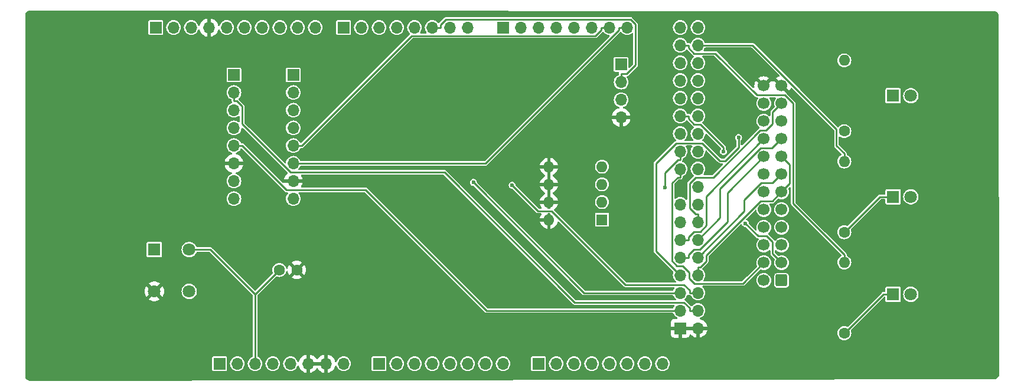
<source format=gbr>
%TF.GenerationSoftware,KiCad,Pcbnew,8.0.3*%
%TF.CreationDate,2024-07-07T09:09:28+10:00*%
%TF.ProjectId,sd-card-shield,73642d63-6172-4642-9d73-6869656c642e,rev?*%
%TF.SameCoordinates,Original*%
%TF.FileFunction,Copper,L2,Bot*%
%TF.FilePolarity,Positive*%
%FSLAX46Y46*%
G04 Gerber Fmt 4.6, Leading zero omitted, Abs format (unit mm)*
G04 Created by KiCad (PCBNEW 8.0.3) date 2024-07-07 09:09:28*
%MOMM*%
%LPD*%
G01*
G04 APERTURE LIST*
G04 Aperture macros list*
%AMRoundRect*
0 Rectangle with rounded corners*
0 $1 Rounding radius*
0 $2 $3 $4 $5 $6 $7 $8 $9 X,Y pos of 4 corners*
0 Add a 4 corners polygon primitive as box body*
4,1,4,$2,$3,$4,$5,$6,$7,$8,$9,$2,$3,0*
0 Add four circle primitives for the rounded corners*
1,1,$1+$1,$2,$3*
1,1,$1+$1,$4,$5*
1,1,$1+$1,$6,$7*
1,1,$1+$1,$8,$9*
0 Add four rect primitives between the rounded corners*
20,1,$1+$1,$2,$3,$4,$5,0*
20,1,$1+$1,$4,$5,$6,$7,0*
20,1,$1+$1,$6,$7,$8,$9,0*
20,1,$1+$1,$8,$9,$2,$3,0*%
G04 Aperture macros list end*
%TA.AperFunction,ComponentPad*%
%ADD10R,1.700000X1.700000*%
%TD*%
%TA.AperFunction,ComponentPad*%
%ADD11O,1.700000X1.700000*%
%TD*%
%TA.AperFunction,ComponentPad*%
%ADD12C,1.600000*%
%TD*%
%TA.AperFunction,ComponentPad*%
%ADD13O,1.600000X1.600000*%
%TD*%
%TA.AperFunction,ComponentPad*%
%ADD14R,1.800000X1.800000*%
%TD*%
%TA.AperFunction,ComponentPad*%
%ADD15C,1.800000*%
%TD*%
%TA.AperFunction,ComponentPad*%
%ADD16C,1.700000*%
%TD*%
%TA.AperFunction,ComponentPad*%
%ADD17RoundRect,0.250000X0.600000X0.600000X-0.600000X0.600000X-0.600000X-0.600000X0.600000X-0.600000X0*%
%TD*%
%TA.AperFunction,ComponentPad*%
%ADD18R,1.600000X1.600000*%
%TD*%
%TA.AperFunction,ViaPad*%
%ADD19C,0.600000*%
%TD*%
%TA.AperFunction,Conductor*%
%ADD20C,0.250000*%
%TD*%
G04 APERTURE END LIST*
D10*
%TO.P,J4,1,Pin_1*%
%TO.N,+5V*%
X185500000Y-54500000D03*
D11*
%TO.P,J4,2,Pin_2*%
%TO.N,Net-(J4-Pin_2)*%
X185500000Y-57040000D03*
%TO.P,J4,3,Pin_3*%
%TO.N,Net-(J4-Pin_3)*%
X185500000Y-59580000D03*
%TO.P,J4,4,Pin_4*%
%TO.N,GND*%
X185500000Y-62120000D03*
%TD*%
D10*
%TO.P,P1,1,Pin_1*%
%TO.N,GND*%
X193980000Y-92380000D03*
D11*
%TO.P,P1,2,Pin_2*%
X196520000Y-92380000D03*
%TO.P,P1,3,Pin_3*%
%TO.N,Net-(J1-Pin_5)*%
X193980000Y-89840000D03*
%TO.P,P1,4,Pin_4*%
%TO.N,Net-(J1-Pin_2)*%
X196520000Y-89840000D03*
%TO.P,P1,5,Pin_5*%
%TO.N,Net-(J1-Pin_4)*%
X193980000Y-87300000D03*
%TO.P,P1,6,Pin_6*%
%TO.N,Net-(J1-Pin_3)*%
X196520000Y-87300000D03*
%TO.P,P1,7,Pin_7*%
%TO.N,Net-(J3-Pin_14)*%
X193980000Y-84760000D03*
%TO.P,P1,8,Pin_8*%
%TO.N,Net-(J3-Pin_11)*%
X196520000Y-84760000D03*
%TO.P,P1,9,Pin_9*%
%TO.N,Net-(J3-Pin_16)*%
X193980000Y-82220000D03*
%TO.P,P1,10,Pin_10*%
%TO.N,Net-(J3-Pin_13)*%
X196520000Y-82220000D03*
%TO.P,P1,11,Pin_11*%
%TO.N,Net-(J3-Pin_18)*%
X193980000Y-79680000D03*
%TO.P,P1,12,Pin_12*%
%TO.N,Net-(J3-Pin_17)*%
X196520000Y-79680000D03*
%TO.P,P1,13,Pin_13*%
%TO.N,OPTION_1*%
X193980000Y-77140000D03*
%TO.P,P1,14,Pin_14*%
%TO.N,Net-(J3-Pin_21)*%
X196520000Y-77140000D03*
%TO.P,P1,15,Pin_15*%
%TO.N,OPTION_3*%
X193980000Y-74600000D03*
%TO.P,P1,16,Pin_16*%
%TO.N,OPTION_2*%
X196520000Y-74600000D03*
%TO.P,P1,17,Pin_17*%
%TO.N,GND*%
X193980000Y-72060000D03*
%TO.P,P1,18,Pin_18*%
%TO.N,OPTION_4*%
X196520000Y-72060000D03*
%TO.P,P1,19,Pin_19*%
%TO.N,DATA_1*%
X193980000Y-69520000D03*
%TO.P,P1,20,Pin_20*%
%TO.N,DATA_0*%
X196520000Y-69520000D03*
%TO.P,P1,21,Pin_21*%
%TO.N,DATA_3*%
X193980000Y-66980000D03*
%TO.P,P1,22,Pin_22*%
%TO.N,DATA_2*%
X196520000Y-66980000D03*
%TO.P,P1,23,Pin_23*%
%TO.N,DATA_5*%
X193980000Y-64440000D03*
%TO.P,P1,24,Pin_24*%
%TO.N,DATA_4*%
X196520000Y-64440000D03*
%TO.P,P1,25,Pin_25*%
%TO.N,DATA_7*%
X193980000Y-61900000D03*
%TO.P,P1,26,Pin_26*%
%TO.N,DATA_6*%
X196520000Y-61900000D03*
%TO.P,P1,27,Pin_27*%
%TO.N,unconnected-(P1-Pin_27-Pad27)*%
X193980000Y-59360000D03*
%TO.P,P1,28,Pin_28*%
%TO.N,unconnected-(P1-Pin_28-Pad28)*%
X196520000Y-59360000D03*
%TO.P,P1,29,Pin_29*%
%TO.N,unconnected-(P1-Pin_29-Pad29)*%
X193980000Y-56820000D03*
%TO.P,P1,30,Pin_30*%
%TO.N,unconnected-(P1-Pin_30-Pad30)*%
X196520000Y-56820000D03*
%TO.P,P1,31,Pin_31*%
%TO.N,Net-(P1-Pin_31)*%
X193980000Y-54280000D03*
%TO.P,P1,32,Pin_32*%
%TO.N,unconnected-(P1-Pin_32-Pad32)*%
X196520000Y-54280000D03*
%TO.P,P1,33,Pin_33*%
%TO.N,Net-(P1-Pin_33)*%
X193980000Y-51740000D03*
%TO.P,P1,34,Pin_34*%
%TO.N,Net-(P1-Pin_34)*%
X196520000Y-51740000D03*
%TO.P,P1,35,Pin_35*%
%TO.N,unconnected-(P1-Pin_35-Pad35)*%
X193980000Y-49200000D03*
%TO.P,P1,36,Pin_36*%
%TO.N,unconnected-(P1-Pin_36-Pad36)*%
X196520000Y-49200000D03*
%TD*%
D10*
%TO.P,P2,1,Pin_1*%
%TO.N,unconnected-(P2-Pin_1-Pad1)*%
X127940000Y-97460000D03*
D11*
%TO.P,P2,2,Pin_2*%
%TO.N,unconnected-(P2-Pin_2-Pad2)*%
X130480000Y-97460000D03*
%TO.P,P2,3,Pin_3*%
%TO.N,Net-(P2-Pin_3)*%
X133020000Y-97460000D03*
%TO.P,P2,4,Pin_4*%
%TO.N,+3V3*%
X135560000Y-97460000D03*
%TO.P,P2,5,Pin_5*%
%TO.N,+5V*%
X138100000Y-97460000D03*
%TO.P,P2,6,Pin_6*%
%TO.N,GND*%
X140640000Y-97460000D03*
%TO.P,P2,7,Pin_7*%
X143180000Y-97460000D03*
%TO.P,P2,8,Pin_8*%
%TO.N,+8V*%
X145720000Y-97460000D03*
%TD*%
D10*
%TO.P,P3,1,Pin_1*%
%TO.N,unconnected-(P3-Pin_1-Pad1)*%
X150800000Y-97460000D03*
D11*
%TO.P,P3,2,Pin_2*%
%TO.N,unconnected-(P3-Pin_2-Pad2)*%
X153340000Y-97460000D03*
%TO.P,P3,3,Pin_3*%
%TO.N,unconnected-(P3-Pin_3-Pad3)*%
X155880000Y-97460000D03*
%TO.P,P3,4,Pin_4*%
%TO.N,unconnected-(P3-Pin_4-Pad4)*%
X158420000Y-97460000D03*
%TO.P,P3,5,Pin_5*%
%TO.N,unconnected-(P3-Pin_5-Pad5)*%
X160960000Y-97460000D03*
%TO.P,P3,6,Pin_6*%
%TO.N,unconnected-(P3-Pin_6-Pad6)*%
X163500000Y-97460000D03*
%TO.P,P3,7,Pin_7*%
%TO.N,unconnected-(P3-Pin_7-Pad7)*%
X166040000Y-97460000D03*
%TO.P,P3,8,Pin_8*%
%TO.N,unconnected-(P3-Pin_8-Pad8)*%
X168580000Y-97460000D03*
%TD*%
D10*
%TO.P,P4,1,Pin_1*%
%TO.N,unconnected-(P4-Pin_1-Pad1)*%
X173660000Y-97460000D03*
D11*
%TO.P,P4,2,Pin_2*%
%TO.N,unconnected-(P4-Pin_2-Pad2)*%
X176200000Y-97460000D03*
%TO.P,P4,3,Pin_3*%
%TO.N,unconnected-(P4-Pin_3-Pad3)*%
X178740000Y-97460000D03*
%TO.P,P4,4,Pin_4*%
%TO.N,unconnected-(P4-Pin_4-Pad4)*%
X181280000Y-97460000D03*
%TO.P,P4,5,Pin_5*%
%TO.N,unconnected-(P4-Pin_5-Pad5)*%
X183820000Y-97460000D03*
%TO.P,P4,6,Pin_6*%
%TO.N,unconnected-(P4-Pin_6-Pad6)*%
X186360000Y-97460000D03*
%TO.P,P4,7,Pin_7*%
%TO.N,unconnected-(P4-Pin_7-Pad7)*%
X188900000Y-97460000D03*
%TO.P,P4,8,Pin_8*%
%TO.N,unconnected-(P4-Pin_8-Pad8)*%
X191440000Y-97460000D03*
%TD*%
D10*
%TO.P,P5,1,Pin_1*%
%TO.N,unconnected-(P5-Pin_1-Pad1)*%
X118796000Y-49200000D03*
D11*
%TO.P,P5,2,Pin_2*%
%TO.N,unconnected-(P5-Pin_2-Pad2)*%
X121336000Y-49200000D03*
%TO.P,P5,3,Pin_3*%
%TO.N,unconnected-(P5-Pin_3-Pad3)*%
X123876000Y-49200000D03*
%TO.P,P5,4,Pin_4*%
%TO.N,GND*%
X126416000Y-49200000D03*
%TO.P,P5,5,Pin_5*%
%TO.N,unconnected-(P5-Pin_5-Pad5)*%
X128956000Y-49200000D03*
%TO.P,P5,6,Pin_6*%
%TO.N,unconnected-(P5-Pin_6-Pad6)*%
X131496000Y-49200000D03*
%TO.P,P5,7,Pin_7*%
%TO.N,unconnected-(P5-Pin_7-Pad7)*%
X134036000Y-49200000D03*
%TO.P,P5,8,Pin_8*%
%TO.N,unconnected-(P5-Pin_8-Pad8)*%
X136576000Y-49200000D03*
%TO.P,P5,9,Pin_9*%
%TO.N,unconnected-(P5-Pin_9-Pad9)*%
X139116000Y-49200000D03*
%TO.P,P5,10,Pin_10*%
%TO.N,unconnected-(P5-Pin_10-Pad10)*%
X141656000Y-49200000D03*
%TD*%
D10*
%TO.P,P6,1,Pin_1*%
%TO.N,unconnected-(P6-Pin_1-Pad1)*%
X145720000Y-49200000D03*
D11*
%TO.P,P6,2,Pin_2*%
%TO.N,unconnected-(P6-Pin_2-Pad2)*%
X148260000Y-49200000D03*
%TO.P,P6,3,Pin_3*%
%TO.N,unconnected-(P6-Pin_3-Pad3)*%
X150800000Y-49200000D03*
%TO.P,P6,4,Pin_4*%
%TO.N,unconnected-(P6-Pin_4-Pad4)*%
X153340000Y-49200000D03*
%TO.P,P6,5,Pin_5*%
%TO.N,Net-(J4-Pin_3)*%
X155880000Y-49200000D03*
%TO.P,P6,6,Pin_6*%
%TO.N,Net-(J4-Pin_2)*%
X158420000Y-49200000D03*
%TO.P,P6,7,Pin_7*%
%TO.N,unconnected-(P6-Pin_7-Pad7)*%
X160960000Y-49200000D03*
%TO.P,P6,8,Pin_8*%
%TO.N,unconnected-(P6-Pin_8-Pad8)*%
X163500000Y-49200000D03*
%TD*%
D10*
%TO.P,P7,1,Pin_1*%
%TO.N,unconnected-(P7-Pin_1-Pad1)*%
X168580000Y-49200000D03*
D11*
%TO.P,P7,2,Pin_2*%
%TO.N,unconnected-(P7-Pin_2-Pad2)*%
X171120000Y-49200000D03*
%TO.P,P7,3,Pin_3*%
%TO.N,unconnected-(P7-Pin_3-Pad3)*%
X173660000Y-49200000D03*
%TO.P,P7,4,Pin_4*%
%TO.N,unconnected-(P7-Pin_4-Pad4)*%
X176200000Y-49200000D03*
%TO.P,P7,5,Pin_5*%
%TO.N,unconnected-(P7-Pin_5-Pad5)*%
X178740000Y-49200000D03*
%TO.P,P7,6,Pin_6*%
%TO.N,Net-(J1-Pin_1)*%
X181280000Y-49200000D03*
%TO.P,P7,7,Pin_7*%
%TO.N,Net-(J2-Pin_5)*%
X183820000Y-49200000D03*
%TO.P,P7,8,Pin_8*%
%TO.N,Net-(J2-Pin_6)*%
X186360000Y-49200000D03*
%TD*%
D12*
%TO.P,R3,1*%
%TO.N,Net-(LED3-K)*%
X217500000Y-64080000D03*
D13*
%TO.P,R3,2*%
%TO.N,Net-(P1-Pin_31)*%
X217500000Y-53920000D03*
%TD*%
D12*
%TO.P,R1,1*%
%TO.N,Net-(LED1-K)*%
X217500000Y-93080000D03*
D13*
%TO.P,R1,2*%
%TO.N,Net-(P1-Pin_33)*%
X217500000Y-82920000D03*
%TD*%
D10*
%TO.P,J1,1,Pin_1*%
%TO.N,Net-(J1-Pin_1)*%
X130000000Y-56000000D03*
D11*
%TO.P,J1,2,Pin_2*%
%TO.N,Net-(J1-Pin_2)*%
X130000000Y-58540000D03*
%TO.P,J1,3,Pin_3*%
%TO.N,Net-(J1-Pin_3)*%
X130000000Y-61080000D03*
%TO.P,J1,4,Pin_4*%
%TO.N,Net-(J1-Pin_4)*%
X130000000Y-63620000D03*
%TO.P,J1,5,Pin_5*%
%TO.N,Net-(J1-Pin_5)*%
X130000000Y-66160000D03*
%TO.P,J1,6,Pin_6*%
%TO.N,GND*%
X130000000Y-68700000D03*
%TO.P,J1,7,Pin_7*%
%TO.N,unconnected-(J1-Pin_7-Pad7)*%
X130000000Y-71240000D03*
%TO.P,J1,8,Pin_8*%
%TO.N,+5V*%
X130000000Y-73780000D03*
%TD*%
D14*
%TO.P,SW2,1,1*%
%TO.N,unconnected-(SW2-Pad1)*%
X118577500Y-81077500D03*
D15*
%TO.P,SW2,2,2*%
%TO.N,Net-(P2-Pin_3)*%
X123577500Y-81077500D03*
%TO.P,SW2,3,K*%
%TO.N,GND*%
X118577500Y-87077500D03*
%TO.P,SW2,4,A*%
%TO.N,unconnected-(SW2-A-Pad4)*%
X123577500Y-87077500D03*
%TD*%
D14*
%TO.P,LED1,1,K*%
%TO.N,Net-(LED1-K)*%
X224500000Y-87500000D03*
D15*
%TO.P,LED1,2,A*%
%TO.N,+5V*%
X227040000Y-87500000D03*
%TD*%
D16*
%TO.P,J3,24,Pin_24*%
%TO.N,GND*%
X205960000Y-57560000D03*
%TO.P,J3,23,Pin_23*%
X208500000Y-57560000D03*
%TO.P,J3,22,Pin_22*%
%TO.N,unconnected-(J3-Pin_22-Pad22)*%
X205960000Y-60100000D03*
%TO.P,J3,21,Pin_21*%
%TO.N,Net-(J3-Pin_21)*%
X208500000Y-60100000D03*
%TO.P,J3,20,Pin_20*%
%TO.N,unconnected-(J3-Pin_20-Pad20)*%
X205960000Y-62640000D03*
%TO.P,J3,19,Pin_19*%
%TO.N,unconnected-(J3-Pin_19-Pad19)*%
X208500000Y-62640000D03*
%TO.P,J3,18,Pin_18*%
%TO.N,Net-(J3-Pin_18)*%
X205960000Y-65180000D03*
%TO.P,J3,17,Pin_17*%
%TO.N,Net-(J3-Pin_17)*%
X208500000Y-65180000D03*
%TO.P,J3,16,Pin_16*%
%TO.N,Net-(J3-Pin_16)*%
X205960000Y-67720000D03*
%TO.P,J3,15,Pin_15*%
%TO.N,Net-(J3-Pin_11)*%
X208500000Y-67720000D03*
%TO.P,J3,14,Pin_14*%
%TO.N,Net-(J3-Pin_14)*%
X205960000Y-70260000D03*
%TO.P,J3,13,Pin_13*%
%TO.N,Net-(J3-Pin_13)*%
X208500000Y-70260000D03*
%TO.P,J3,12,Pin_12*%
%TO.N,unconnected-(J3-Pin_12-Pad12)*%
X205960000Y-72800000D03*
%TO.P,J3,11,Pin_11*%
%TO.N,Net-(J3-Pin_11)*%
X208500000Y-72800000D03*
%TO.P,J3,10,Pin_10*%
%TO.N,DATA_7*%
X205960000Y-75340000D03*
%TO.P,J3,9,Pin_9*%
%TO.N,DATA_6*%
X208500000Y-75340000D03*
%TO.P,J3,8,Pin_8*%
%TO.N,DATA_5*%
X205960000Y-77880000D03*
%TO.P,J3,7,Pin_7*%
%TO.N,DATA_4*%
X208500000Y-77880000D03*
%TO.P,J3,6,Pin_6*%
%TO.N,DATA_3*%
X205960000Y-80420000D03*
%TO.P,J3,5,Pin_5*%
%TO.N,DATA_2*%
X208500000Y-80420000D03*
%TO.P,J3,4,Pin_4*%
%TO.N,DATA_1*%
X205960000Y-82960000D03*
%TO.P,J3,3,Pin_3*%
%TO.N,DATA_0*%
X208500000Y-82960000D03*
%TO.P,J3,2,Pin_2*%
%TO.N,unconnected-(J3-Pin_2-Pad2)*%
X205960000Y-85500000D03*
D17*
%TO.P,J3,1,Pin_1*%
%TO.N,unconnected-(J3-Pin_1-Pad1)*%
X208500000Y-85500000D03*
%TD*%
D12*
%TO.P,C1,1*%
%TO.N,Net-(P2-Pin_3)*%
X136500000Y-84000000D03*
%TO.P,C1,2*%
%TO.N,GND*%
X139000000Y-84000000D03*
%TD*%
D10*
%TO.P,J2,1,Pin_1*%
%TO.N,unconnected-(J2-Pin_1-Pad1)*%
X138500000Y-56000000D03*
D11*
%TO.P,J2,2,Pin_2*%
%TO.N,unconnected-(J2-Pin_2-Pad2)*%
X138500000Y-58540000D03*
%TO.P,J2,3,Pin_3*%
%TO.N,unconnected-(J2-Pin_3-Pad3)*%
X138500000Y-61080000D03*
%TO.P,J2,4,Pin_4*%
%TO.N,unconnected-(J2-Pin_4-Pad4)*%
X138500000Y-63620000D03*
%TO.P,J2,5,Pin_5*%
%TO.N,Net-(J2-Pin_5)*%
X138500000Y-66160000D03*
%TO.P,J2,6,Pin_6*%
%TO.N,Net-(J2-Pin_6)*%
X138500000Y-68700000D03*
%TO.P,J2,7,Pin_7*%
%TO.N,GND*%
X138500000Y-71240000D03*
%TO.P,J2,8,Pin_8*%
%TO.N,+5V*%
X138500000Y-73780000D03*
%TD*%
D18*
%TO.P,SW1,1*%
%TO.N,OPTION_1*%
X182767500Y-76800000D03*
D13*
%TO.P,SW1,2*%
%TO.N,OPTION_2*%
X182767500Y-74260000D03*
%TO.P,SW1,3*%
%TO.N,OPTION_3*%
X182767500Y-71720000D03*
%TO.P,SW1,4*%
%TO.N,OPTION_4*%
X182767500Y-69180000D03*
%TO.P,SW1,5*%
%TO.N,GND*%
X175147500Y-69180000D03*
%TO.P,SW1,6*%
X175147500Y-71720000D03*
%TO.P,SW1,7*%
X175147500Y-74260000D03*
%TO.P,SW1,8*%
X175147500Y-76800000D03*
%TD*%
D12*
%TO.P,R2,1*%
%TO.N,Net-(LED2-K)*%
X217500000Y-78580000D03*
D13*
%TO.P,R2,2*%
%TO.N,Net-(P1-Pin_34)*%
X217500000Y-68420000D03*
%TD*%
D14*
%TO.P,LED3,1,K*%
%TO.N,Net-(LED3-K)*%
X224500000Y-59000000D03*
D15*
%TO.P,LED3,2,A*%
%TO.N,+5V*%
X227040000Y-59000000D03*
%TD*%
D14*
%TO.P,LED2,1,K*%
%TO.N,Net-(LED2-K)*%
X224500000Y-73500000D03*
D15*
%TO.P,LED2,2,A*%
%TO.N,+5V*%
X227040000Y-73500000D03*
%TD*%
D19*
%TO.N,Net-(J3-Pin_14)*%
X202334000Y-65000000D03*
%TO.N,Net-(J1-Pin_3)*%
X169883000Y-71842200D03*
%TO.N,Net-(J1-Pin_4)*%
X164333000Y-71437600D03*
%TO.N,DATA_7*%
X200186000Y-67000000D03*
%TO.N,DATA_3*%
X191750000Y-72168900D03*
%TO.N,DATA_0*%
X203313000Y-77325800D03*
%TO.N,GND*%
X188500000Y-72500000D03*
%TD*%
D20*
%TO.N,Net-(LED1-K)*%
X223080000Y-87500000D02*
X217500000Y-93080000D01*
X224500000Y-87500000D02*
X223080000Y-87500000D01*
%TO.N,Net-(J4-Pin_2)*%
X158420000Y-49200000D02*
X159596700Y-49200000D01*
X185500000Y-57040000D02*
X185500000Y-55863300D01*
X186309000Y-55863300D02*
X185500000Y-55863300D01*
X187571600Y-54600700D02*
X186309000Y-55863300D01*
X187571600Y-48737000D02*
X187571600Y-54600700D01*
X186846800Y-48012200D02*
X187571600Y-48737000D01*
X160416800Y-48012200D02*
X186846800Y-48012200D01*
X159596700Y-48832300D02*
X160416800Y-48012200D01*
X159596700Y-49200000D02*
X159596700Y-48832300D01*
%TO.N,Net-(LED2-K)*%
X222580000Y-73500000D02*
X217500000Y-78580000D01*
X224500000Y-73500000D02*
X222580000Y-73500000D01*
%TO.N,Net-(J3-Pin_21)*%
X207230000Y-61370000D02*
X208500000Y-60100000D01*
X207230000Y-63048900D02*
X207230000Y-61370000D01*
X206276000Y-64003300D02*
X207230000Y-63048900D01*
X205414000Y-64003300D02*
X206276000Y-64003300D01*
X198720000Y-70696700D02*
X205414000Y-64003300D01*
X196182000Y-70696700D02*
X198720000Y-70696700D01*
X195302000Y-71576800D02*
X196182000Y-70696700D01*
X195302000Y-75113400D02*
X195302000Y-71576800D01*
X196152000Y-75963300D02*
X195302000Y-75113400D01*
X196520000Y-75963300D02*
X196152000Y-75963300D01*
X196520000Y-77140000D02*
X196520000Y-75963300D01*
%TO.N,Net-(J3-Pin_17)*%
X207137000Y-66543300D02*
X208500000Y-65180000D01*
X205466000Y-66543300D02*
X207137000Y-66543300D01*
X199693000Y-72315900D02*
X205466000Y-66543300D01*
X199693000Y-76507100D02*
X199693000Y-72315900D01*
X196520000Y-79680000D02*
X199693000Y-76507100D01*
%TO.N,Net-(J3-Pin_14)*%
X190500000Y-81280000D02*
X193980000Y-84760000D01*
X190500000Y-68728400D02*
X190500000Y-81280000D01*
X193433000Y-65795600D02*
X190500000Y-68728400D01*
X197157000Y-65795600D02*
X193433000Y-65795600D01*
X199703000Y-68341200D02*
X197157000Y-65795600D01*
X200430000Y-68341200D02*
X199703000Y-68341200D01*
X200841000Y-67930500D02*
X200430000Y-68341200D01*
X200841000Y-67914400D02*
X200841000Y-67930500D01*
X202334000Y-66421100D02*
X200841000Y-67914400D01*
X202334000Y-65000000D02*
X202334000Y-66421100D01*
%TO.N,Net-(J3-Pin_13)*%
X203164000Y-75576300D02*
X196520000Y-82220000D01*
X203164000Y-73927900D02*
X203164000Y-75576300D01*
X205562000Y-71530000D02*
X203164000Y-73927900D01*
X207230000Y-71530000D02*
X205562000Y-71530000D01*
X208500000Y-70260000D02*
X207230000Y-71530000D01*
%TO.N,Net-(J3-Pin_16)*%
X200781000Y-72898600D02*
X205960000Y-67720000D01*
X200781000Y-77083600D02*
X200781000Y-72898600D01*
X196822000Y-81043300D02*
X200781000Y-77083600D01*
X195966000Y-81043300D02*
X196822000Y-81043300D01*
X195157000Y-81852200D02*
X195966000Y-81043300D01*
X195157000Y-82220000D02*
X195157000Y-81852200D01*
X193980000Y-82220000D02*
X195157000Y-82220000D01*
%TO.N,Net-(J3-Pin_18)*%
X195157000Y-79680000D02*
X193980000Y-79680000D01*
X195157000Y-79312200D02*
X195157000Y-79680000D01*
X195966000Y-78503300D02*
X195157000Y-79312200D01*
X196828000Y-78503300D02*
X195966000Y-78503300D01*
X197711000Y-77620500D02*
X196828000Y-78503300D01*
X197711000Y-73429200D02*
X197711000Y-77620500D01*
X205960000Y-65180000D02*
X197711000Y-73429200D01*
%TO.N,Net-(J3-Pin_11)*%
X209694000Y-71606400D02*
X208500000Y-72800000D01*
X209694000Y-68913600D02*
X209694000Y-71606400D01*
X208500000Y-67720000D02*
X209694000Y-68913600D01*
X207164000Y-74135900D02*
X208500000Y-72800000D01*
X205487000Y-74135900D02*
X207164000Y-74135900D01*
X197697000Y-81925800D02*
X205487000Y-74135900D01*
X197697000Y-82774400D02*
X197697000Y-81925800D01*
X196888000Y-83583300D02*
X197697000Y-82774400D01*
X196520000Y-83583300D02*
X196888000Y-83583300D01*
X196520000Y-84760000D02*
X196520000Y-83583300D01*
%TO.N,Net-(J2-Pin_6)*%
X185183000Y-49200000D02*
X186360000Y-49200000D01*
X185183000Y-49567700D02*
X185183000Y-49200000D01*
X166051000Y-68700000D02*
X185183000Y-49567700D01*
X138500000Y-68700000D02*
X166051000Y-68700000D01*
%TO.N,Net-(J2-Pin_5)*%
X182643000Y-49200000D02*
X183820000Y-49200000D01*
X182643000Y-49567800D02*
X182643000Y-49200000D01*
X181834000Y-50376700D02*
X182643000Y-49567800D01*
X155460000Y-50376700D02*
X181834000Y-50376700D01*
X139677000Y-66160000D02*
X155460000Y-50376700D01*
X138500000Y-66160000D02*
X139677000Y-66160000D01*
%TO.N,Net-(J1-Pin_3)*%
X195343000Y-87300000D02*
X196520000Y-87300000D01*
X195343000Y-86932200D02*
X195343000Y-87300000D01*
X194534000Y-86123300D02*
X195343000Y-86932200D01*
X186134000Y-86123300D02*
X194534000Y-86123300D01*
X175541000Y-75530000D02*
X186134000Y-86123300D01*
X173571000Y-75530000D02*
X175541000Y-75530000D01*
X169883000Y-71842200D02*
X173571000Y-75530000D01*
%TO.N,Net-(J1-Pin_4)*%
X180196000Y-87300000D02*
X164333000Y-71437600D01*
X193980000Y-87300000D02*
X180196000Y-87300000D01*
%TO.N,Net-(P2-Pin_3)*%
X136500000Y-84000000D02*
X133020000Y-87480000D01*
X133020000Y-87480000D02*
X133020000Y-97460000D01*
X126618000Y-81077500D02*
X133020000Y-87480000D01*
X123578000Y-81077500D02*
X126618000Y-81077500D01*
X123578000Y-81077500D02*
X123577500Y-81077500D01*
%TO.N,Net-(P1-Pin_34)*%
X204347000Y-51740000D02*
X196520000Y-51740000D01*
X216373000Y-63766100D02*
X204347000Y-51740000D01*
X216373000Y-66166600D02*
X216373000Y-63766100D01*
X217500000Y-67293300D02*
X216373000Y-66166600D01*
X217500000Y-68420000D02*
X217500000Y-67293300D01*
%TO.N,Net-(P1-Pin_33)*%
X195157000Y-51740000D02*
X193980000Y-51740000D01*
X195157000Y-52107800D02*
X195157000Y-51740000D01*
X195967000Y-52918200D02*
X195157000Y-52107800D01*
X199017000Y-52918200D02*
X195967000Y-52918200D01*
X205008000Y-58909600D02*
X199017000Y-52918200D01*
X208974000Y-58909600D02*
X205008000Y-58909600D01*
X210170000Y-60105700D02*
X208974000Y-58909600D01*
X210170000Y-74463300D02*
X210170000Y-60105700D01*
X217500000Y-81793300D02*
X210170000Y-74463300D01*
X217500000Y-82920000D02*
X217500000Y-81793300D01*
%TO.N,DATA_7*%
X195157000Y-61900000D02*
X193980000Y-61900000D01*
X195157000Y-62267800D02*
X195157000Y-61900000D01*
X195966000Y-63076700D02*
X195157000Y-62267800D01*
X196833000Y-63076700D02*
X195966000Y-63076700D01*
X200186000Y-66429400D02*
X196833000Y-63076700D01*
X200186000Y-67000000D02*
X200186000Y-66429400D01*
%TO.N,DATA_3*%
X191750000Y-70019300D02*
X191750000Y-72168900D01*
X193612000Y-68156700D02*
X191750000Y-70019300D01*
X193980000Y-68156700D02*
X193612000Y-68156700D01*
X193980000Y-66980000D02*
X193980000Y-68156700D01*
%TO.N,DATA_0*%
X207230000Y-81690000D02*
X208500000Y-82960000D01*
X207230000Y-79989100D02*
X207230000Y-81690000D01*
X206391000Y-79150000D02*
X207230000Y-79989100D01*
X205137000Y-79150000D02*
X206391000Y-79150000D01*
X203313000Y-77325800D02*
X205137000Y-79150000D01*
%TO.N,DATA_1*%
X193980000Y-70696700D02*
X193980000Y-69520000D01*
X193612000Y-70696700D02*
X193980000Y-70696700D01*
X192803000Y-71505600D02*
X193612000Y-70696700D01*
X192803000Y-82708000D02*
X192803000Y-71505600D01*
X193492000Y-83396700D02*
X192803000Y-82708000D01*
X194318000Y-83396700D02*
X193492000Y-83396700D01*
X195250000Y-84329200D02*
X194318000Y-83396700D01*
X195250000Y-85174400D02*
X195250000Y-84329200D01*
X196021000Y-85945700D02*
X195250000Y-85174400D01*
X202974000Y-85945700D02*
X196021000Y-85945700D01*
X205960000Y-82960000D02*
X202974000Y-85945700D01*
%TO.N,Net-(J1-Pin_2)*%
X195343000Y-89840000D02*
X196520000Y-89840000D01*
X195343000Y-89472200D02*
X195343000Y-89840000D01*
X194534000Y-88663300D02*
X195343000Y-89472200D01*
X178862000Y-88663300D02*
X194534000Y-88663300D01*
X160169000Y-69970000D02*
X178862000Y-88663300D01*
X138100000Y-69970000D02*
X160169000Y-69970000D01*
X131177000Y-63046300D02*
X138100000Y-69970000D01*
X131177000Y-60525600D02*
X131177000Y-63046300D01*
X130368000Y-59716700D02*
X131177000Y-60525600D01*
X130000000Y-59716700D02*
X130368000Y-59716700D01*
X130000000Y-58540000D02*
X130000000Y-59716700D01*
%TO.N,Net-(J1-Pin_5)*%
X166223000Y-89840000D02*
X193980000Y-89840000D01*
X148897000Y-72514500D02*
X166223000Y-89840000D01*
X137531000Y-72514500D02*
X148897000Y-72514500D01*
X131177000Y-66160000D02*
X137531000Y-72514500D01*
X130000000Y-66160000D02*
X131177000Y-66160000D01*
%TD*%
%TA.AperFunction,Conductor*%
%TO.N,GND*%
G36*
X142714075Y-97267007D02*
G01*
X142680000Y-97394174D01*
X142680000Y-97525826D01*
X142714075Y-97652993D01*
X142746988Y-97710000D01*
X141073012Y-97710000D01*
X141105925Y-97652993D01*
X141140000Y-97525826D01*
X141140000Y-97394174D01*
X141105925Y-97267007D01*
X141073012Y-97210000D01*
X142746988Y-97210000D01*
X142714075Y-97267007D01*
G37*
%TD.AperFunction*%
%TA.AperFunction,Conductor*%
G36*
X196054075Y-92187007D02*
G01*
X196020000Y-92314174D01*
X196020000Y-92445826D01*
X196054075Y-92572993D01*
X196086988Y-92630000D01*
X194413012Y-92630000D01*
X194445925Y-92572993D01*
X194480000Y-92445826D01*
X194480000Y-92314174D01*
X194445925Y-92187007D01*
X194413012Y-92130000D01*
X196086988Y-92130000D01*
X196054075Y-92187007D01*
G37*
%TD.AperFunction*%
%TA.AperFunction,Conductor*%
G36*
X160049846Y-70315185D02*
G01*
X160070489Y-70331819D01*
X178597200Y-88858826D01*
X178597210Y-88858837D01*
X178662139Y-88923766D01*
X178701912Y-88946728D01*
X178701914Y-88946730D01*
X178722227Y-88958458D01*
X178723003Y-88959053D01*
X178735851Y-88966328D01*
X178736383Y-88966632D01*
X178737354Y-88966884D01*
X178777461Y-88977630D01*
X178819144Y-88988800D01*
X178904850Y-88988801D01*
X178904854Y-88988800D01*
X193057413Y-88988800D01*
X193124452Y-89008485D01*
X193170207Y-89061289D01*
X193180151Y-89130447D01*
X193153267Y-89191464D01*
X193136636Y-89211730D01*
X193102315Y-89253550D01*
X193092273Y-89272338D01*
X193004768Y-89436045D01*
X193003979Y-89437951D01*
X193003298Y-89438796D01*
X193001896Y-89441419D01*
X193001398Y-89441153D01*
X192960138Y-89492355D01*
X192893844Y-89514421D01*
X192889417Y-89514500D01*
X166409185Y-89514500D01*
X166342146Y-89494815D01*
X166321505Y-89478183D01*
X149115863Y-72273036D01*
X149115863Y-72273035D01*
X149115859Y-72273032D01*
X149096862Y-72254034D01*
X149045435Y-72224343D01*
X149045434Y-72224343D01*
X149024206Y-72212087D01*
X149022755Y-72211219D01*
X149022651Y-72211185D01*
X149022635Y-72211180D01*
X148962029Y-72194942D01*
X148962028Y-72194941D01*
X148939849Y-72188999D01*
X148939848Y-72188999D01*
X148854143Y-72189000D01*
X139721750Y-72189000D01*
X139654711Y-72169315D01*
X139608956Y-72116511D01*
X139599012Y-72047353D01*
X139620176Y-71993876D01*
X139673595Y-71917585D01*
X139673599Y-71917579D01*
X139773429Y-71703492D01*
X139773432Y-71703486D01*
X139830636Y-71490000D01*
X138933012Y-71490000D01*
X138965925Y-71432993D01*
X139000000Y-71305826D01*
X139000000Y-71174174D01*
X138965925Y-71047007D01*
X138933012Y-70990000D01*
X139830636Y-70990000D01*
X139830635Y-70989999D01*
X139773432Y-70776513D01*
X139773429Y-70776507D01*
X139673601Y-70562424D01*
X139623326Y-70490624D01*
X139600999Y-70424417D01*
X139618009Y-70356650D01*
X139668957Y-70308837D01*
X139724901Y-70295500D01*
X159982807Y-70295500D01*
X160049846Y-70315185D01*
G37*
%TD.AperFunction*%
%TA.AperFunction,Conductor*%
G36*
X175340539Y-75875185D02*
G01*
X175386294Y-75927989D01*
X175397500Y-75979500D01*
X175397500Y-76484314D01*
X175393106Y-76479920D01*
X175301894Y-76427259D01*
X175200161Y-76400000D01*
X175094839Y-76400000D01*
X174993106Y-76427259D01*
X174901894Y-76479920D01*
X174897500Y-76484314D01*
X174897500Y-75979500D01*
X174917185Y-75912461D01*
X174969989Y-75866706D01*
X175021500Y-75855500D01*
X175273500Y-75855500D01*
X175340539Y-75875185D01*
G37*
%TD.AperFunction*%
%TA.AperFunction,Conductor*%
G36*
X175397500Y-75080500D02*
G01*
X175377815Y-75147539D01*
X175325011Y-75193294D01*
X175273500Y-75204500D01*
X175021500Y-75204500D01*
X174954461Y-75184815D01*
X174908706Y-75132011D01*
X174897500Y-75080500D01*
X174897500Y-74575686D01*
X174901894Y-74580080D01*
X174993106Y-74632741D01*
X175094839Y-74660000D01*
X175200161Y-74660000D01*
X175301894Y-74632741D01*
X175393106Y-74580080D01*
X175397500Y-74575686D01*
X175397500Y-75080500D01*
G37*
%TD.AperFunction*%
%TA.AperFunction,Conductor*%
G36*
X175397500Y-73944314D02*
G01*
X175393106Y-73939920D01*
X175301894Y-73887259D01*
X175200161Y-73860000D01*
X175094839Y-73860000D01*
X174993106Y-73887259D01*
X174901894Y-73939920D01*
X174897500Y-73944314D01*
X174897500Y-72035686D01*
X174901894Y-72040080D01*
X174993106Y-72092741D01*
X175094839Y-72120000D01*
X175200161Y-72120000D01*
X175301894Y-72092741D01*
X175393106Y-72040080D01*
X175397500Y-72035686D01*
X175397500Y-73944314D01*
G37*
%TD.AperFunction*%
%TA.AperFunction,Conductor*%
G36*
X195670771Y-66140785D02*
G01*
X195716526Y-66193589D01*
X195726470Y-66262747D01*
X195699586Y-66323764D01*
X195642317Y-66393547D01*
X195642315Y-66393550D01*
X195621267Y-66432928D01*
X195544769Y-66576043D01*
X195484699Y-66774067D01*
X195464417Y-66980000D01*
X195484699Y-67185932D01*
X195506413Y-67257514D01*
X195544768Y-67383954D01*
X195642315Y-67566450D01*
X195656792Y-67584090D01*
X195773589Y-67726410D01*
X195836191Y-67777785D01*
X195933550Y-67857685D01*
X196116046Y-67955232D01*
X196314066Y-68015300D01*
X196314065Y-68015300D01*
X196332529Y-68017118D01*
X196520000Y-68035583D01*
X196725934Y-68015300D01*
X196923954Y-67955232D01*
X197106450Y-67857685D01*
X197266410Y-67726410D01*
X197397685Y-67566450D01*
X197495232Y-67383954D01*
X197555300Y-67185934D01*
X197575583Y-66980000D01*
X197575583Y-66979999D01*
X197575583Y-66973908D01*
X197578452Y-66973908D01*
X197589125Y-66917333D01*
X197637140Y-66866576D01*
X197704975Y-66849835D01*
X197771091Y-66872426D01*
X197787235Y-66886026D01*
X199324373Y-68422923D01*
X199471293Y-68569820D01*
X199503161Y-68601688D01*
X199503223Y-68601735D01*
X199504304Y-68602342D01*
X199543368Y-68624892D01*
X199543367Y-68624892D01*
X199543371Y-68624893D01*
X199576009Y-68643737D01*
X199577599Y-68644685D01*
X199577725Y-68644736D01*
X199581147Y-68645535D01*
X199624075Y-68657034D01*
X199660147Y-68666700D01*
X199660148Y-68666700D01*
X199660167Y-68666702D01*
X199660173Y-68666704D01*
X199660178Y-68666703D01*
X199660179Y-68666704D01*
X199702150Y-68666700D01*
X199709147Y-68666700D01*
X199990454Y-68666700D01*
X200057493Y-68686385D01*
X200103248Y-68739189D01*
X200113192Y-68808347D01*
X200084167Y-68871903D01*
X200078131Y-68878385D01*
X198621500Y-70334885D01*
X198560176Y-70368367D01*
X198533823Y-70371200D01*
X197442587Y-70371200D01*
X197375548Y-70351515D01*
X197329793Y-70298711D01*
X197319849Y-70229553D01*
X197346733Y-70168536D01*
X197358583Y-70154096D01*
X197397685Y-70106450D01*
X197495232Y-69923954D01*
X197555300Y-69725934D01*
X197575583Y-69520000D01*
X197555300Y-69314066D01*
X197495232Y-69116046D01*
X197397685Y-68933550D01*
X197310171Y-68826913D01*
X197266410Y-68773589D01*
X197109400Y-68644736D01*
X197106450Y-68642315D01*
X196923954Y-68544768D01*
X196725934Y-68484700D01*
X196725932Y-68484699D01*
X196725934Y-68484699D01*
X196520000Y-68464417D01*
X196314067Y-68484699D01*
X196116043Y-68544769D01*
X196017052Y-68597682D01*
X195933550Y-68642315D01*
X195933548Y-68642316D01*
X195933547Y-68642317D01*
X195773589Y-68773589D01*
X195657869Y-68914597D01*
X195642315Y-68933550D01*
X195605159Y-69003063D01*
X195544769Y-69116043D01*
X195484699Y-69314067D01*
X195464417Y-69520000D01*
X195484699Y-69725932D01*
X195503667Y-69788460D01*
X195544768Y-69923954D01*
X195642315Y-70106450D01*
X195660393Y-70128478D01*
X195773589Y-70266410D01*
X195875655Y-70350172D01*
X195914990Y-70407918D01*
X195916861Y-70477762D01*
X195884677Y-70533702D01*
X195076778Y-71341695D01*
X195076772Y-71341701D01*
X195041530Y-71376941D01*
X195025701Y-71404363D01*
X195025698Y-71404368D01*
X194998677Y-71451169D01*
X194989040Y-71487147D01*
X194989038Y-71487153D01*
X194976497Y-71533956D01*
X194976500Y-71580058D01*
X194976500Y-73811768D01*
X194956815Y-73878807D01*
X194904011Y-73924562D01*
X194834853Y-73934506D01*
X194771297Y-73905481D01*
X194756647Y-73890433D01*
X194726410Y-73853590D01*
X194704123Y-73835300D01*
X194566450Y-73722315D01*
X194383954Y-73624768D01*
X194185934Y-73564700D01*
X194185932Y-73564699D01*
X194185934Y-73564699D01*
X193980000Y-73544417D01*
X193774067Y-73564699D01*
X193576043Y-73624769D01*
X193477095Y-73677659D01*
X193393550Y-73722315D01*
X193393548Y-73722316D01*
X193393547Y-73722317D01*
X193331164Y-73773513D01*
X193266854Y-73800825D01*
X193197987Y-73789034D01*
X193146427Y-73741881D01*
X193128500Y-73677659D01*
X193128500Y-71691805D01*
X193148185Y-71624766D01*
X193164821Y-71604120D01*
X193710498Y-71058512D01*
X193771822Y-71025032D01*
X193798173Y-71022200D01*
X194022851Y-71022200D01*
X194022853Y-71022200D01*
X194105638Y-71000018D01*
X194179862Y-70957165D01*
X194240465Y-70896562D01*
X194283318Y-70822338D01*
X194305500Y-70739553D01*
X194305500Y-70610583D01*
X194325185Y-70543544D01*
X194377989Y-70497789D01*
X194382049Y-70496021D01*
X194383945Y-70495234D01*
X194383954Y-70495232D01*
X194566450Y-70397685D01*
X194726410Y-70266410D01*
X194857685Y-70106450D01*
X194955232Y-69923954D01*
X195015300Y-69725934D01*
X195035583Y-69520000D01*
X195015300Y-69314066D01*
X194955232Y-69116046D01*
X194857685Y-68933550D01*
X194770171Y-68826913D01*
X194726410Y-68773589D01*
X194569400Y-68644736D01*
X194566450Y-68642315D01*
X194383954Y-68544768D01*
X194318894Y-68525032D01*
X194260456Y-68486735D01*
X194232000Y-68422923D01*
X194242560Y-68353856D01*
X194247503Y-68344372D01*
X194252612Y-68335521D01*
X194283318Y-68282338D01*
X194305500Y-68199553D01*
X194305500Y-68070583D01*
X194325185Y-68003544D01*
X194377989Y-67957789D01*
X194382049Y-67956021D01*
X194383945Y-67955234D01*
X194383954Y-67955232D01*
X194566450Y-67857685D01*
X194726410Y-67726410D01*
X194857685Y-67566450D01*
X194955232Y-67383954D01*
X195015300Y-67185934D01*
X195035583Y-66980000D01*
X195015300Y-66774066D01*
X194955232Y-66576046D01*
X194857685Y-66393550D01*
X194821656Y-66349648D01*
X194800414Y-66323764D01*
X194773102Y-66259454D01*
X194784893Y-66190587D01*
X194832046Y-66139027D01*
X194896268Y-66121100D01*
X195603732Y-66121100D01*
X195670771Y-66140785D01*
G37*
%TD.AperFunction*%
%TA.AperFunction,Conductor*%
G36*
X175397500Y-71404314D02*
G01*
X175393106Y-71399920D01*
X175301894Y-71347259D01*
X175200161Y-71320000D01*
X175094839Y-71320000D01*
X174993106Y-71347259D01*
X174901894Y-71399920D01*
X174897500Y-71404314D01*
X174897500Y-69495686D01*
X174901894Y-69500080D01*
X174993106Y-69552741D01*
X175094839Y-69580000D01*
X175200161Y-69580000D01*
X175301894Y-69552741D01*
X175393106Y-69500080D01*
X175397500Y-69495686D01*
X175397500Y-71404314D01*
G37*
%TD.AperFunction*%
%TA.AperFunction,Conductor*%
G36*
X204227848Y-52085185D02*
G01*
X204248489Y-52101817D01*
X205390352Y-53243690D01*
X208197507Y-56050868D01*
X208230991Y-56112191D01*
X208226007Y-56181883D01*
X208184135Y-56237816D01*
X208141919Y-56258324D01*
X208036514Y-56286567D01*
X208036507Y-56286570D01*
X207822419Y-56386401D01*
X207738625Y-56445072D01*
X208370590Y-57077037D01*
X208307007Y-57094075D01*
X208192993Y-57159901D01*
X208099901Y-57252993D01*
X208034075Y-57367007D01*
X208017037Y-57430590D01*
X207385072Y-56798625D01*
X207385072Y-56798626D01*
X207331574Y-56875030D01*
X207276998Y-56918655D01*
X207207499Y-56925849D01*
X207145144Y-56894326D01*
X207128424Y-56875030D01*
X207074925Y-56798626D01*
X207074925Y-56798625D01*
X206442961Y-57430588D01*
X206425925Y-57367007D01*
X206360099Y-57252993D01*
X206267007Y-57159901D01*
X206152993Y-57094075D01*
X206089410Y-57077037D01*
X206721373Y-56445073D01*
X206721373Y-56445072D01*
X206637583Y-56386402D01*
X206637579Y-56386400D01*
X206423492Y-56286570D01*
X206423483Y-56286566D01*
X206195326Y-56225432D01*
X206195315Y-56225430D01*
X205960002Y-56204843D01*
X205959998Y-56204843D01*
X205724684Y-56225430D01*
X205724673Y-56225432D01*
X205496516Y-56286566D01*
X205496507Y-56286570D01*
X205282419Y-56386401D01*
X205198625Y-56445072D01*
X205830590Y-57077037D01*
X205767007Y-57094075D01*
X205652993Y-57159901D01*
X205559901Y-57252993D01*
X205494075Y-57367007D01*
X205477037Y-57430590D01*
X204845072Y-56798625D01*
X204786401Y-56882419D01*
X204686570Y-57096507D01*
X204686566Y-57096516D01*
X204625432Y-57324673D01*
X204625430Y-57324684D01*
X204604843Y-57559998D01*
X204604843Y-57560001D01*
X204621752Y-57753273D01*
X204607985Y-57821773D01*
X204559370Y-57871956D01*
X204491341Y-57887889D01*
X204425498Y-57864514D01*
X204410540Y-57851758D01*
X200839020Y-54280000D01*
X199283313Y-52724189D01*
X199283294Y-52724167D01*
X199231849Y-52672722D01*
X199216870Y-52657742D01*
X199216869Y-52657741D01*
X199216863Y-52657735D01*
X199179524Y-52636178D01*
X199179520Y-52636174D01*
X199179520Y-52636175D01*
X199142659Y-52614891D01*
X199142645Y-52614884D01*
X199142632Y-52614880D01*
X199113603Y-52607102D01*
X199113603Y-52607101D01*
X199113600Y-52607101D01*
X199059861Y-52592700D01*
X199059856Y-52592700D01*
X199059853Y-52592700D01*
X199031295Y-52592700D01*
X198974158Y-52592698D01*
X198974157Y-52592698D01*
X198965534Y-52592698D01*
X198965506Y-52592700D01*
X197441356Y-52592700D01*
X197374317Y-52573015D01*
X197328562Y-52520211D01*
X197318618Y-52451053D01*
X197345502Y-52390036D01*
X197386621Y-52339931D01*
X197397685Y-52326450D01*
X197495232Y-52143954D01*
X197495234Y-52143945D01*
X197496021Y-52142049D01*
X197496701Y-52141203D01*
X197498104Y-52138581D01*
X197498601Y-52138846D01*
X197539862Y-52087645D01*
X197606156Y-52065579D01*
X197610583Y-52065500D01*
X204160809Y-52065500D01*
X204227848Y-52085185D01*
G37*
%TD.AperFunction*%
%TA.AperFunction,Conductor*%
G36*
X238917056Y-46852277D02*
G01*
X238917291Y-46852315D01*
X238936655Y-46852315D01*
X238955098Y-46852315D01*
X238967250Y-46852912D01*
X239082962Y-46864307D01*
X239106803Y-46869049D01*
X239151798Y-46882697D01*
X239212214Y-46901023D01*
X239234665Y-46910321D01*
X239331823Y-46962253D01*
X239352024Y-46975751D01*
X239431044Y-47040601D01*
X239437177Y-47045634D01*
X239454365Y-47062822D01*
X239524246Y-47147973D01*
X239537747Y-47168178D01*
X239589675Y-47265329D01*
X239598977Y-47287788D01*
X239630950Y-47393197D01*
X239635692Y-47417037D01*
X239647088Y-47532750D01*
X239647685Y-47544903D01*
X239647685Y-47582648D01*
X239647717Y-47582855D01*
X239686495Y-98993860D01*
X239685898Y-99006109D01*
X239674505Y-99121778D01*
X239669763Y-99145618D01*
X239639832Y-99244290D01*
X239637789Y-99251024D01*
X239628486Y-99273482D01*
X239576561Y-99370627D01*
X239563056Y-99390839D01*
X239493176Y-99475988D01*
X239475988Y-99493176D01*
X239390839Y-99563056D01*
X239370627Y-99576561D01*
X239273482Y-99628486D01*
X239251028Y-99637787D01*
X239171253Y-99661987D01*
X239145619Y-99669763D01*
X239121778Y-99674505D01*
X239006055Y-99685903D01*
X238993901Y-99686500D01*
X238956697Y-99686500D01*
X238956222Y-99686574D01*
X100768194Y-99924488D01*
X100755827Y-99923891D01*
X100640222Y-99912505D01*
X100616381Y-99907763D01*
X100599445Y-99902625D01*
X100510968Y-99875786D01*
X100488517Y-99866486D01*
X100391372Y-99814561D01*
X100371160Y-99801056D01*
X100286011Y-99731176D01*
X100268823Y-99713988D01*
X100235439Y-99673309D01*
X100198942Y-99628837D01*
X100185438Y-99608627D01*
X100133510Y-99511476D01*
X100124215Y-99489037D01*
X100092234Y-99383612D01*
X100087494Y-99359777D01*
X100076097Y-99244061D01*
X100075500Y-99231907D01*
X100075500Y-96590247D01*
X126889500Y-96590247D01*
X126889500Y-98329752D01*
X126901131Y-98388229D01*
X126901132Y-98388230D01*
X126945447Y-98454552D01*
X127011769Y-98498867D01*
X127011770Y-98498868D01*
X127070247Y-98510499D01*
X127070250Y-98510500D01*
X127070252Y-98510500D01*
X128809750Y-98510500D01*
X128809751Y-98510499D01*
X128824568Y-98507552D01*
X128868229Y-98498868D01*
X128868229Y-98498867D01*
X128868231Y-98498867D01*
X128934552Y-98454552D01*
X128978867Y-98388231D01*
X128978867Y-98388229D01*
X128978868Y-98388229D01*
X128988922Y-98337682D01*
X128990500Y-98329748D01*
X128990500Y-97460000D01*
X129424417Y-97460000D01*
X129444699Y-97665932D01*
X129444700Y-97665934D01*
X129504768Y-97863954D01*
X129602315Y-98046450D01*
X129602317Y-98046452D01*
X129733589Y-98206410D01*
X129830209Y-98285702D01*
X129893550Y-98337685D01*
X130076046Y-98435232D01*
X130274066Y-98495300D01*
X130274065Y-98495300D01*
X130292529Y-98497118D01*
X130480000Y-98515583D01*
X130685934Y-98495300D01*
X130883954Y-98435232D01*
X131066450Y-98337685D01*
X131226410Y-98206410D01*
X131357685Y-98046450D01*
X131455232Y-97863954D01*
X131515300Y-97665934D01*
X131535583Y-97460000D01*
X131515300Y-97254066D01*
X131455232Y-97056046D01*
X131357685Y-96873550D01*
X131276833Y-96775031D01*
X131226410Y-96713589D01*
X131076121Y-96590252D01*
X131066450Y-96582315D01*
X130883954Y-96484768D01*
X130685934Y-96424700D01*
X130685932Y-96424699D01*
X130685934Y-96424699D01*
X130480000Y-96404417D01*
X130274067Y-96424699D01*
X130139736Y-96465448D01*
X130084476Y-96482211D01*
X130076043Y-96484769D01*
X129988114Y-96531769D01*
X129893550Y-96582315D01*
X129893548Y-96582316D01*
X129893547Y-96582317D01*
X129733589Y-96713589D01*
X129602317Y-96873547D01*
X129504769Y-97056043D01*
X129444699Y-97254067D01*
X129424417Y-97460000D01*
X128990500Y-97460000D01*
X128990500Y-96590252D01*
X128990500Y-96590249D01*
X128990499Y-96590247D01*
X128978868Y-96531770D01*
X128978867Y-96531769D01*
X128934552Y-96465447D01*
X128868230Y-96421132D01*
X128868229Y-96421131D01*
X128809752Y-96409500D01*
X128809748Y-96409500D01*
X127070252Y-96409500D01*
X127070247Y-96409500D01*
X127011770Y-96421131D01*
X127011769Y-96421132D01*
X126945447Y-96465447D01*
X126901132Y-96531769D01*
X126901131Y-96531770D01*
X126889500Y-96590247D01*
X100075500Y-96590247D01*
X100075500Y-87077494D01*
X117172702Y-87077494D01*
X117172702Y-87077505D01*
X117191861Y-87308718D01*
X117248817Y-87533635D01*
X117342015Y-87746106D01*
X117426312Y-87875133D01*
X118135361Y-87166084D01*
X118158167Y-87251194D01*
X118217410Y-87353806D01*
X118301194Y-87437590D01*
X118403806Y-87496833D01*
X118488914Y-87519638D01*
X117778701Y-88229851D01*
X117809149Y-88253550D01*
X118013197Y-88363976D01*
X118013206Y-88363979D01*
X118232639Y-88439311D01*
X118461493Y-88477500D01*
X118693507Y-88477500D01*
X118922360Y-88439311D01*
X119141793Y-88363979D01*
X119141801Y-88363976D01*
X119345855Y-88253547D01*
X119376297Y-88229851D01*
X119376298Y-88229850D01*
X118666085Y-87519637D01*
X118751194Y-87496833D01*
X118853806Y-87437590D01*
X118937590Y-87353806D01*
X118996833Y-87251194D01*
X119019638Y-87166085D01*
X119728686Y-87875133D01*
X119812982Y-87746111D01*
X119906182Y-87533635D01*
X119963138Y-87308718D01*
X119982298Y-87077505D01*
X119982298Y-87077499D01*
X122472285Y-87077499D01*
X122472285Y-87077500D01*
X122491102Y-87280582D01*
X122546917Y-87476747D01*
X122546922Y-87476760D01*
X122637827Y-87659321D01*
X122760737Y-87822081D01*
X122911458Y-87959480D01*
X122911460Y-87959482D01*
X123010641Y-88020892D01*
X123084863Y-88066848D01*
X123275044Y-88140524D01*
X123475524Y-88178000D01*
X123475526Y-88178000D01*
X123679474Y-88178000D01*
X123679476Y-88178000D01*
X123879956Y-88140524D01*
X124070137Y-88066848D01*
X124243541Y-87959481D01*
X124394264Y-87822079D01*
X124517173Y-87659321D01*
X124608082Y-87476750D01*
X124663897Y-87280583D01*
X124682715Y-87077500D01*
X124682714Y-87077494D01*
X124663897Y-86874417D01*
X124608082Y-86678250D01*
X124604835Y-86671730D01*
X124546009Y-86553590D01*
X124517173Y-86495679D01*
X124434057Y-86385615D01*
X124394262Y-86332918D01*
X124243541Y-86195519D01*
X124243539Y-86195517D01*
X124070142Y-86088155D01*
X124070135Y-86088151D01*
X123975046Y-86051314D01*
X123879956Y-86014476D01*
X123679476Y-85977000D01*
X123475524Y-85977000D01*
X123275044Y-86014476D01*
X123275041Y-86014476D01*
X123275041Y-86014477D01*
X123084864Y-86088151D01*
X123084857Y-86088155D01*
X122911460Y-86195517D01*
X122911458Y-86195519D01*
X122760737Y-86332918D01*
X122637827Y-86495678D01*
X122546922Y-86678239D01*
X122546917Y-86678252D01*
X122491102Y-86874417D01*
X122472285Y-87077499D01*
X119982298Y-87077499D01*
X119982298Y-87077494D01*
X119963138Y-86846281D01*
X119906182Y-86621364D01*
X119812984Y-86408893D01*
X119728686Y-86279865D01*
X119019637Y-86988914D01*
X118996833Y-86903806D01*
X118937590Y-86801194D01*
X118853806Y-86717410D01*
X118751194Y-86658167D01*
X118666084Y-86635361D01*
X119376297Y-85925147D01*
X119376297Y-85925145D01*
X119345860Y-85901455D01*
X119345854Y-85901451D01*
X119141802Y-85791023D01*
X119141793Y-85791020D01*
X118922360Y-85715688D01*
X118693507Y-85677500D01*
X118461493Y-85677500D01*
X118232639Y-85715688D01*
X118013206Y-85791020D01*
X118013197Y-85791023D01*
X117809150Y-85901449D01*
X117778700Y-85925147D01*
X118488915Y-86635361D01*
X118403806Y-86658167D01*
X118301194Y-86717410D01*
X118217410Y-86801194D01*
X118158167Y-86903806D01*
X118135361Y-86988915D01*
X117426311Y-86279865D01*
X117342016Y-86408890D01*
X117248817Y-86621364D01*
X117191861Y-86846281D01*
X117172702Y-87077494D01*
X100075500Y-87077494D01*
X100075500Y-80157747D01*
X117477000Y-80157747D01*
X117477000Y-81997252D01*
X117488631Y-82055729D01*
X117488632Y-82055730D01*
X117532947Y-82122052D01*
X117599269Y-82166367D01*
X117599270Y-82166368D01*
X117657747Y-82177999D01*
X117657750Y-82178000D01*
X117657752Y-82178000D01*
X119497250Y-82178000D01*
X119497251Y-82177999D01*
X119512068Y-82175052D01*
X119555729Y-82166368D01*
X119555729Y-82166367D01*
X119555731Y-82166367D01*
X119622052Y-82122052D01*
X119666367Y-82055731D01*
X119666367Y-82055729D01*
X119666368Y-82055729D01*
X119677999Y-81997252D01*
X119678000Y-81997250D01*
X119678000Y-81077499D01*
X122472285Y-81077499D01*
X122472285Y-81077500D01*
X122491102Y-81280582D01*
X122546917Y-81476747D01*
X122546922Y-81476760D01*
X122637827Y-81659321D01*
X122760737Y-81822081D01*
X122911458Y-81959480D01*
X122911460Y-81959482D01*
X122953767Y-81985677D01*
X123084863Y-82066848D01*
X123275044Y-82140524D01*
X123475524Y-82178000D01*
X123475526Y-82178000D01*
X123679474Y-82178000D01*
X123679476Y-82178000D01*
X123879956Y-82140524D01*
X124070137Y-82066848D01*
X124243541Y-81959481D01*
X124394264Y-81822079D01*
X124517173Y-81659321D01*
X124550948Y-81591492D01*
X124610583Y-81471729D01*
X124658086Y-81420491D01*
X124721583Y-81403000D01*
X126431800Y-81403000D01*
X126498839Y-81422685D01*
X126519485Y-81439322D01*
X128402851Y-83322835D01*
X132613322Y-87533635D01*
X132658185Y-87578501D01*
X132691667Y-87639826D01*
X132694500Y-87666179D01*
X132694500Y-96369417D01*
X132674815Y-96436456D01*
X132622011Y-96482211D01*
X132617951Y-96483979D01*
X132616045Y-96484768D01*
X132528114Y-96531769D01*
X132433550Y-96582315D01*
X132433548Y-96582316D01*
X132433547Y-96582317D01*
X132273589Y-96713589D01*
X132142317Y-96873547D01*
X132044769Y-97056043D01*
X131984699Y-97254067D01*
X131964417Y-97460000D01*
X131984699Y-97665932D01*
X131984700Y-97665934D01*
X132044768Y-97863954D01*
X132142315Y-98046450D01*
X132142317Y-98046452D01*
X132273589Y-98206410D01*
X132370209Y-98285702D01*
X132433550Y-98337685D01*
X132616046Y-98435232D01*
X132814066Y-98495300D01*
X132814065Y-98495300D01*
X132832529Y-98497118D01*
X133020000Y-98515583D01*
X133225934Y-98495300D01*
X133423954Y-98435232D01*
X133606450Y-98337685D01*
X133766410Y-98206410D01*
X133897685Y-98046450D01*
X133995232Y-97863954D01*
X134055300Y-97665934D01*
X134075583Y-97460000D01*
X134504417Y-97460000D01*
X134524699Y-97665932D01*
X134524700Y-97665934D01*
X134584768Y-97863954D01*
X134682315Y-98046450D01*
X134682317Y-98046452D01*
X134813589Y-98206410D01*
X134910209Y-98285702D01*
X134973550Y-98337685D01*
X135156046Y-98435232D01*
X135354066Y-98495300D01*
X135354065Y-98495300D01*
X135372529Y-98497118D01*
X135560000Y-98515583D01*
X135765934Y-98495300D01*
X135963954Y-98435232D01*
X136146450Y-98337685D01*
X136306410Y-98206410D01*
X136437685Y-98046450D01*
X136535232Y-97863954D01*
X136595300Y-97665934D01*
X136615583Y-97460000D01*
X137044417Y-97460000D01*
X137064699Y-97665932D01*
X137064700Y-97665934D01*
X137124768Y-97863954D01*
X137222315Y-98046450D01*
X137222317Y-98046452D01*
X137353589Y-98206410D01*
X137450209Y-98285702D01*
X137513550Y-98337685D01*
X137696046Y-98435232D01*
X137894066Y-98495300D01*
X137894065Y-98495300D01*
X137912529Y-98497118D01*
X138100000Y-98515583D01*
X138305934Y-98495300D01*
X138503954Y-98435232D01*
X138686450Y-98337685D01*
X138846410Y-98206410D01*
X138977685Y-98046450D01*
X139075232Y-97863954D01*
X139095406Y-97797446D01*
X139133702Y-97739010D01*
X139197514Y-97710553D01*
X139266581Y-97721112D01*
X139318975Y-97767336D01*
X139333841Y-97801349D01*
X139366567Y-97923486D01*
X139366570Y-97923492D01*
X139466399Y-98137578D01*
X139601894Y-98331082D01*
X139768917Y-98498105D01*
X139962421Y-98633600D01*
X140176507Y-98733429D01*
X140176516Y-98733433D01*
X140390000Y-98790634D01*
X140390000Y-97893012D01*
X140447007Y-97925925D01*
X140574174Y-97960000D01*
X140705826Y-97960000D01*
X140832993Y-97925925D01*
X140890000Y-97893012D01*
X140890000Y-98790633D01*
X141103483Y-98733433D01*
X141103492Y-98733429D01*
X141317578Y-98633600D01*
X141511082Y-98498105D01*
X141678105Y-98331082D01*
X141808425Y-98144968D01*
X141863002Y-98101344D01*
X141932501Y-98094151D01*
X141994855Y-98125673D01*
X142011575Y-98144968D01*
X142141894Y-98331082D01*
X142308917Y-98498105D01*
X142502421Y-98633600D01*
X142716507Y-98733429D01*
X142716516Y-98733433D01*
X142930000Y-98790634D01*
X142930000Y-97893012D01*
X142987007Y-97925925D01*
X143114174Y-97960000D01*
X143245826Y-97960000D01*
X143372993Y-97925925D01*
X143430000Y-97893012D01*
X143430000Y-98790633D01*
X143643483Y-98733433D01*
X143643492Y-98733429D01*
X143857578Y-98633600D01*
X144051082Y-98498105D01*
X144218105Y-98331082D01*
X144353600Y-98137578D01*
X144453429Y-97923492D01*
X144453433Y-97923483D01*
X144486158Y-97801350D01*
X144522522Y-97741690D01*
X144585369Y-97711160D01*
X144654745Y-97719454D01*
X144708623Y-97763939D01*
X144724593Y-97797447D01*
X144744768Y-97863954D01*
X144842315Y-98046450D01*
X144842317Y-98046452D01*
X144973589Y-98206410D01*
X145070209Y-98285702D01*
X145133550Y-98337685D01*
X145316046Y-98435232D01*
X145514066Y-98495300D01*
X145514065Y-98495300D01*
X145532529Y-98497118D01*
X145720000Y-98515583D01*
X145925934Y-98495300D01*
X146123954Y-98435232D01*
X146306450Y-98337685D01*
X146466410Y-98206410D01*
X146597685Y-98046450D01*
X146695232Y-97863954D01*
X146755300Y-97665934D01*
X146775583Y-97460000D01*
X146755300Y-97254066D01*
X146695232Y-97056046D01*
X146597685Y-96873550D01*
X146516833Y-96775031D01*
X146466410Y-96713589D01*
X146316121Y-96590252D01*
X146316115Y-96590247D01*
X149749500Y-96590247D01*
X149749500Y-98329752D01*
X149761131Y-98388229D01*
X149761132Y-98388230D01*
X149805447Y-98454552D01*
X149871769Y-98498867D01*
X149871770Y-98498868D01*
X149930247Y-98510499D01*
X149930250Y-98510500D01*
X149930252Y-98510500D01*
X151669750Y-98510500D01*
X151669751Y-98510499D01*
X151684568Y-98507552D01*
X151728229Y-98498868D01*
X151728229Y-98498867D01*
X151728231Y-98498867D01*
X151794552Y-98454552D01*
X151838867Y-98388231D01*
X151838867Y-98388229D01*
X151838868Y-98388229D01*
X151848922Y-98337682D01*
X151850500Y-98329748D01*
X151850500Y-97460000D01*
X152284417Y-97460000D01*
X152304699Y-97665932D01*
X152304700Y-97665934D01*
X152364768Y-97863954D01*
X152462315Y-98046450D01*
X152462317Y-98046452D01*
X152593589Y-98206410D01*
X152690209Y-98285702D01*
X152753550Y-98337685D01*
X152936046Y-98435232D01*
X153134066Y-98495300D01*
X153134065Y-98495300D01*
X153152529Y-98497118D01*
X153340000Y-98515583D01*
X153545934Y-98495300D01*
X153743954Y-98435232D01*
X153926450Y-98337685D01*
X154086410Y-98206410D01*
X154217685Y-98046450D01*
X154315232Y-97863954D01*
X154375300Y-97665934D01*
X154395583Y-97460000D01*
X154824417Y-97460000D01*
X154844699Y-97665932D01*
X154844700Y-97665934D01*
X154904768Y-97863954D01*
X155002315Y-98046450D01*
X155002317Y-98046452D01*
X155133589Y-98206410D01*
X155230209Y-98285702D01*
X155293550Y-98337685D01*
X155476046Y-98435232D01*
X155674066Y-98495300D01*
X155674065Y-98495300D01*
X155692529Y-98497118D01*
X155880000Y-98515583D01*
X156085934Y-98495300D01*
X156283954Y-98435232D01*
X156466450Y-98337685D01*
X156626410Y-98206410D01*
X156757685Y-98046450D01*
X156855232Y-97863954D01*
X156915300Y-97665934D01*
X156935583Y-97460000D01*
X157364417Y-97460000D01*
X157384699Y-97665932D01*
X157384700Y-97665934D01*
X157444768Y-97863954D01*
X157542315Y-98046450D01*
X157542317Y-98046452D01*
X157673589Y-98206410D01*
X157770209Y-98285702D01*
X157833550Y-98337685D01*
X158016046Y-98435232D01*
X158214066Y-98495300D01*
X158214065Y-98495300D01*
X158232529Y-98497118D01*
X158420000Y-98515583D01*
X158625934Y-98495300D01*
X158823954Y-98435232D01*
X159006450Y-98337685D01*
X159166410Y-98206410D01*
X159297685Y-98046450D01*
X159395232Y-97863954D01*
X159455300Y-97665934D01*
X159475583Y-97460000D01*
X159904417Y-97460000D01*
X159924699Y-97665932D01*
X159924700Y-97665934D01*
X159984768Y-97863954D01*
X160082315Y-98046450D01*
X160082317Y-98046452D01*
X160213589Y-98206410D01*
X160310209Y-98285702D01*
X160373550Y-98337685D01*
X160556046Y-98435232D01*
X160754066Y-98495300D01*
X160754065Y-98495300D01*
X160772529Y-98497118D01*
X160960000Y-98515583D01*
X161165934Y-98495300D01*
X161363954Y-98435232D01*
X161546450Y-98337685D01*
X161706410Y-98206410D01*
X161837685Y-98046450D01*
X161935232Y-97863954D01*
X161995300Y-97665934D01*
X162015583Y-97460000D01*
X162444417Y-97460000D01*
X162464699Y-97665932D01*
X162464700Y-97665934D01*
X162524768Y-97863954D01*
X162622315Y-98046450D01*
X162622317Y-98046452D01*
X162753589Y-98206410D01*
X162850209Y-98285702D01*
X162913550Y-98337685D01*
X163096046Y-98435232D01*
X163294066Y-98495300D01*
X163294065Y-98495300D01*
X163312529Y-98497118D01*
X163500000Y-98515583D01*
X163705934Y-98495300D01*
X163903954Y-98435232D01*
X164086450Y-98337685D01*
X164246410Y-98206410D01*
X164377685Y-98046450D01*
X164475232Y-97863954D01*
X164535300Y-97665934D01*
X164555583Y-97460000D01*
X164984417Y-97460000D01*
X165004699Y-97665932D01*
X165004700Y-97665934D01*
X165064768Y-97863954D01*
X165162315Y-98046450D01*
X165162317Y-98046452D01*
X165293589Y-98206410D01*
X165390209Y-98285702D01*
X165453550Y-98337685D01*
X165636046Y-98435232D01*
X165834066Y-98495300D01*
X165834065Y-98495300D01*
X165852529Y-98497118D01*
X166040000Y-98515583D01*
X166245934Y-98495300D01*
X166443954Y-98435232D01*
X166626450Y-98337685D01*
X166786410Y-98206410D01*
X166917685Y-98046450D01*
X167015232Y-97863954D01*
X167075300Y-97665934D01*
X167095583Y-97460000D01*
X167524417Y-97460000D01*
X167544699Y-97665932D01*
X167544700Y-97665934D01*
X167604768Y-97863954D01*
X167702315Y-98046450D01*
X167702317Y-98046452D01*
X167833589Y-98206410D01*
X167930209Y-98285702D01*
X167993550Y-98337685D01*
X168176046Y-98435232D01*
X168374066Y-98495300D01*
X168374065Y-98495300D01*
X168392529Y-98497118D01*
X168580000Y-98515583D01*
X168785934Y-98495300D01*
X168983954Y-98435232D01*
X169166450Y-98337685D01*
X169326410Y-98206410D01*
X169457685Y-98046450D01*
X169555232Y-97863954D01*
X169615300Y-97665934D01*
X169635583Y-97460000D01*
X169615300Y-97254066D01*
X169555232Y-97056046D01*
X169457685Y-96873550D01*
X169376833Y-96775031D01*
X169326410Y-96713589D01*
X169176121Y-96590252D01*
X169176115Y-96590247D01*
X172609500Y-96590247D01*
X172609500Y-98329752D01*
X172621131Y-98388229D01*
X172621132Y-98388230D01*
X172665447Y-98454552D01*
X172731769Y-98498867D01*
X172731770Y-98498868D01*
X172790247Y-98510499D01*
X172790250Y-98510500D01*
X172790252Y-98510500D01*
X174529750Y-98510500D01*
X174529751Y-98510499D01*
X174544568Y-98507552D01*
X174588229Y-98498868D01*
X174588229Y-98498867D01*
X174588231Y-98498867D01*
X174654552Y-98454552D01*
X174698867Y-98388231D01*
X174698867Y-98388229D01*
X174698868Y-98388229D01*
X174708922Y-98337682D01*
X174710500Y-98329748D01*
X174710500Y-97460000D01*
X175144417Y-97460000D01*
X175164699Y-97665932D01*
X175164700Y-97665934D01*
X175224768Y-97863954D01*
X175322315Y-98046450D01*
X175322317Y-98046452D01*
X175453589Y-98206410D01*
X175550209Y-98285702D01*
X175613550Y-98337685D01*
X175796046Y-98435232D01*
X175994066Y-98495300D01*
X175994065Y-98495300D01*
X176012529Y-98497118D01*
X176200000Y-98515583D01*
X176405934Y-98495300D01*
X176603954Y-98435232D01*
X176786450Y-98337685D01*
X176946410Y-98206410D01*
X177077685Y-98046450D01*
X177175232Y-97863954D01*
X177235300Y-97665934D01*
X177255583Y-97460000D01*
X177684417Y-97460000D01*
X177704699Y-97665932D01*
X177704700Y-97665934D01*
X177764768Y-97863954D01*
X177862315Y-98046450D01*
X177862317Y-98046452D01*
X177993589Y-98206410D01*
X178090209Y-98285702D01*
X178153550Y-98337685D01*
X178336046Y-98435232D01*
X178534066Y-98495300D01*
X178534065Y-98495300D01*
X178552529Y-98497118D01*
X178740000Y-98515583D01*
X178945934Y-98495300D01*
X179143954Y-98435232D01*
X179326450Y-98337685D01*
X179486410Y-98206410D01*
X179617685Y-98046450D01*
X179715232Y-97863954D01*
X179775300Y-97665934D01*
X179795583Y-97460000D01*
X180224417Y-97460000D01*
X180244699Y-97665932D01*
X180244700Y-97665934D01*
X180304768Y-97863954D01*
X180402315Y-98046450D01*
X180402317Y-98046452D01*
X180533589Y-98206410D01*
X180630209Y-98285702D01*
X180693550Y-98337685D01*
X180876046Y-98435232D01*
X181074066Y-98495300D01*
X181074065Y-98495300D01*
X181092529Y-98497118D01*
X181280000Y-98515583D01*
X181485934Y-98495300D01*
X181683954Y-98435232D01*
X181866450Y-98337685D01*
X182026410Y-98206410D01*
X182157685Y-98046450D01*
X182255232Y-97863954D01*
X182315300Y-97665934D01*
X182335583Y-97460000D01*
X182764417Y-97460000D01*
X182784699Y-97665932D01*
X182784700Y-97665934D01*
X182844768Y-97863954D01*
X182942315Y-98046450D01*
X182942317Y-98046452D01*
X183073589Y-98206410D01*
X183170209Y-98285702D01*
X183233550Y-98337685D01*
X183416046Y-98435232D01*
X183614066Y-98495300D01*
X183614065Y-98495300D01*
X183632529Y-98497118D01*
X183820000Y-98515583D01*
X184025934Y-98495300D01*
X184223954Y-98435232D01*
X184406450Y-98337685D01*
X184566410Y-98206410D01*
X184697685Y-98046450D01*
X184795232Y-97863954D01*
X184855300Y-97665934D01*
X184875583Y-97460000D01*
X185304417Y-97460000D01*
X185324699Y-97665932D01*
X185324700Y-97665934D01*
X185384768Y-97863954D01*
X185482315Y-98046450D01*
X185482317Y-98046452D01*
X185613589Y-98206410D01*
X185710209Y-98285702D01*
X185773550Y-98337685D01*
X185956046Y-98435232D01*
X186154066Y-98495300D01*
X186154065Y-98495300D01*
X186172529Y-98497118D01*
X186360000Y-98515583D01*
X186565934Y-98495300D01*
X186763954Y-98435232D01*
X186946450Y-98337685D01*
X187106410Y-98206410D01*
X187237685Y-98046450D01*
X187335232Y-97863954D01*
X187395300Y-97665934D01*
X187415583Y-97460000D01*
X187844417Y-97460000D01*
X187864699Y-97665932D01*
X187864700Y-97665934D01*
X187924768Y-97863954D01*
X188022315Y-98046450D01*
X188022317Y-98046452D01*
X188153589Y-98206410D01*
X188250209Y-98285702D01*
X188313550Y-98337685D01*
X188496046Y-98435232D01*
X188694066Y-98495300D01*
X188694065Y-98495300D01*
X188712529Y-98497118D01*
X188900000Y-98515583D01*
X189105934Y-98495300D01*
X189303954Y-98435232D01*
X189486450Y-98337685D01*
X189646410Y-98206410D01*
X189777685Y-98046450D01*
X189875232Y-97863954D01*
X189935300Y-97665934D01*
X189955583Y-97460000D01*
X190384417Y-97460000D01*
X190404699Y-97665932D01*
X190404700Y-97665934D01*
X190464768Y-97863954D01*
X190562315Y-98046450D01*
X190562317Y-98046452D01*
X190693589Y-98206410D01*
X190790209Y-98285702D01*
X190853550Y-98337685D01*
X191036046Y-98435232D01*
X191234066Y-98495300D01*
X191234065Y-98495300D01*
X191252529Y-98497118D01*
X191440000Y-98515583D01*
X191645934Y-98495300D01*
X191843954Y-98435232D01*
X192026450Y-98337685D01*
X192186410Y-98206410D01*
X192317685Y-98046450D01*
X192415232Y-97863954D01*
X192475300Y-97665934D01*
X192495583Y-97460000D01*
X192475300Y-97254066D01*
X192415232Y-97056046D01*
X192317685Y-96873550D01*
X192236833Y-96775031D01*
X192186410Y-96713589D01*
X192036121Y-96590252D01*
X192026450Y-96582315D01*
X191843954Y-96484768D01*
X191645934Y-96424700D01*
X191645932Y-96424699D01*
X191645934Y-96424699D01*
X191440000Y-96404417D01*
X191234067Y-96424699D01*
X191099736Y-96465448D01*
X191044476Y-96482211D01*
X191036043Y-96484769D01*
X190948114Y-96531769D01*
X190853550Y-96582315D01*
X190853548Y-96582316D01*
X190853547Y-96582317D01*
X190693589Y-96713589D01*
X190562317Y-96873547D01*
X190464769Y-97056043D01*
X190404699Y-97254067D01*
X190384417Y-97460000D01*
X189955583Y-97460000D01*
X189935300Y-97254066D01*
X189875232Y-97056046D01*
X189777685Y-96873550D01*
X189696833Y-96775031D01*
X189646410Y-96713589D01*
X189496121Y-96590252D01*
X189486450Y-96582315D01*
X189303954Y-96484768D01*
X189105934Y-96424700D01*
X189105932Y-96424699D01*
X189105934Y-96424699D01*
X188900000Y-96404417D01*
X188694067Y-96424699D01*
X188559736Y-96465448D01*
X188504476Y-96482211D01*
X188496043Y-96484769D01*
X188408114Y-96531769D01*
X188313550Y-96582315D01*
X188313548Y-96582316D01*
X188313547Y-96582317D01*
X188153589Y-96713589D01*
X188022317Y-96873547D01*
X187924769Y-97056043D01*
X187864699Y-97254067D01*
X187844417Y-97460000D01*
X187415583Y-97460000D01*
X187395300Y-97254066D01*
X187335232Y-97056046D01*
X187237685Y-96873550D01*
X187156833Y-96775031D01*
X187106410Y-96713589D01*
X186956121Y-96590252D01*
X186946450Y-96582315D01*
X186763954Y-96484768D01*
X186565934Y-96424700D01*
X186565932Y-96424699D01*
X186565934Y-96424699D01*
X186360000Y-96404417D01*
X186154067Y-96424699D01*
X186019736Y-96465448D01*
X185964476Y-96482211D01*
X185956043Y-96484769D01*
X185868114Y-96531769D01*
X185773550Y-96582315D01*
X185773548Y-96582316D01*
X185773547Y-96582317D01*
X185613589Y-96713589D01*
X185482317Y-96873547D01*
X185384769Y-97056043D01*
X185324699Y-97254067D01*
X185304417Y-97460000D01*
X184875583Y-97460000D01*
X184855300Y-97254066D01*
X184795232Y-97056046D01*
X184697685Y-96873550D01*
X184616833Y-96775031D01*
X184566410Y-96713589D01*
X184416121Y-96590252D01*
X184406450Y-96582315D01*
X184223954Y-96484768D01*
X184025934Y-96424700D01*
X184025932Y-96424699D01*
X184025934Y-96424699D01*
X183820000Y-96404417D01*
X183614067Y-96424699D01*
X183479736Y-96465448D01*
X183424476Y-96482211D01*
X183416043Y-96484769D01*
X183328114Y-96531769D01*
X183233550Y-96582315D01*
X183233548Y-96582316D01*
X183233547Y-96582317D01*
X183073589Y-96713589D01*
X182942317Y-96873547D01*
X182844769Y-97056043D01*
X182784699Y-97254067D01*
X182764417Y-97460000D01*
X182335583Y-97460000D01*
X182315300Y-97254066D01*
X182255232Y-97056046D01*
X182157685Y-96873550D01*
X182076833Y-96775031D01*
X182026410Y-96713589D01*
X181876121Y-96590252D01*
X181866450Y-96582315D01*
X181683954Y-96484768D01*
X181485934Y-96424700D01*
X181485932Y-96424699D01*
X181485934Y-96424699D01*
X181280000Y-96404417D01*
X181074067Y-96424699D01*
X180939736Y-96465448D01*
X180884476Y-96482211D01*
X180876043Y-96484769D01*
X180788114Y-96531769D01*
X180693550Y-96582315D01*
X180693548Y-96582316D01*
X180693547Y-96582317D01*
X180533589Y-96713589D01*
X180402317Y-96873547D01*
X180304769Y-97056043D01*
X180244699Y-97254067D01*
X180224417Y-97460000D01*
X179795583Y-97460000D01*
X179775300Y-97254066D01*
X179715232Y-97056046D01*
X179617685Y-96873550D01*
X179536833Y-96775031D01*
X179486410Y-96713589D01*
X179336121Y-96590252D01*
X179326450Y-96582315D01*
X179143954Y-96484768D01*
X178945934Y-96424700D01*
X178945932Y-96424699D01*
X178945934Y-96424699D01*
X178740000Y-96404417D01*
X178534067Y-96424699D01*
X178399736Y-96465448D01*
X178344476Y-96482211D01*
X178336043Y-96484769D01*
X178248114Y-96531769D01*
X178153550Y-96582315D01*
X178153548Y-96582316D01*
X178153547Y-96582317D01*
X177993589Y-96713589D01*
X177862317Y-96873547D01*
X177764769Y-97056043D01*
X177704699Y-97254067D01*
X177684417Y-97460000D01*
X177255583Y-97460000D01*
X177235300Y-97254066D01*
X177175232Y-97056046D01*
X177077685Y-96873550D01*
X176996833Y-96775031D01*
X176946410Y-96713589D01*
X176796121Y-96590252D01*
X176786450Y-96582315D01*
X176603954Y-96484768D01*
X176405934Y-96424700D01*
X176405932Y-96424699D01*
X176405934Y-96424699D01*
X176200000Y-96404417D01*
X175994067Y-96424699D01*
X175859736Y-96465448D01*
X175804476Y-96482211D01*
X175796043Y-96484769D01*
X175708114Y-96531769D01*
X175613550Y-96582315D01*
X175613548Y-96582316D01*
X175613547Y-96582317D01*
X175453589Y-96713589D01*
X175322317Y-96873547D01*
X175224769Y-97056043D01*
X175164699Y-97254067D01*
X175144417Y-97460000D01*
X174710500Y-97460000D01*
X174710500Y-96590252D01*
X174710500Y-96590249D01*
X174710499Y-96590247D01*
X174698868Y-96531770D01*
X174698867Y-96531769D01*
X174654552Y-96465447D01*
X174588230Y-96421132D01*
X174588229Y-96421131D01*
X174529752Y-96409500D01*
X174529748Y-96409500D01*
X172790252Y-96409500D01*
X172790247Y-96409500D01*
X172731770Y-96421131D01*
X172731769Y-96421132D01*
X172665447Y-96465447D01*
X172621132Y-96531769D01*
X172621131Y-96531770D01*
X172609500Y-96590247D01*
X169176115Y-96590247D01*
X169166450Y-96582315D01*
X168983954Y-96484768D01*
X168785934Y-96424700D01*
X168785932Y-96424699D01*
X168785934Y-96424699D01*
X168580000Y-96404417D01*
X168374067Y-96424699D01*
X168239736Y-96465448D01*
X168184476Y-96482211D01*
X168176043Y-96484769D01*
X168088114Y-96531769D01*
X167993550Y-96582315D01*
X167993548Y-96582316D01*
X167993547Y-96582317D01*
X167833589Y-96713589D01*
X167702317Y-96873547D01*
X167604769Y-97056043D01*
X167544699Y-97254067D01*
X167524417Y-97460000D01*
X167095583Y-97460000D01*
X167075300Y-97254066D01*
X167015232Y-97056046D01*
X166917685Y-96873550D01*
X166836833Y-96775031D01*
X166786410Y-96713589D01*
X166636121Y-96590252D01*
X166626450Y-96582315D01*
X166443954Y-96484768D01*
X166245934Y-96424700D01*
X166245932Y-96424699D01*
X166245934Y-96424699D01*
X166040000Y-96404417D01*
X165834067Y-96424699D01*
X165699736Y-96465448D01*
X165644476Y-96482211D01*
X165636043Y-96484769D01*
X165548114Y-96531769D01*
X165453550Y-96582315D01*
X165453548Y-96582316D01*
X165453547Y-96582317D01*
X165293589Y-96713589D01*
X165162317Y-96873547D01*
X165064769Y-97056043D01*
X165004699Y-97254067D01*
X164984417Y-97460000D01*
X164555583Y-97460000D01*
X164535300Y-97254066D01*
X164475232Y-97056046D01*
X164377685Y-96873550D01*
X164296833Y-96775031D01*
X164246410Y-96713589D01*
X164096121Y-96590252D01*
X164086450Y-96582315D01*
X163903954Y-96484768D01*
X163705934Y-96424700D01*
X163705932Y-96424699D01*
X163705934Y-96424699D01*
X163500000Y-96404417D01*
X163294067Y-96424699D01*
X163159736Y-96465448D01*
X163104476Y-96482211D01*
X163096043Y-96484769D01*
X163008114Y-96531769D01*
X162913550Y-96582315D01*
X162913548Y-96582316D01*
X162913547Y-96582317D01*
X162753589Y-96713589D01*
X162622317Y-96873547D01*
X162524769Y-97056043D01*
X162464699Y-97254067D01*
X162444417Y-97460000D01*
X162015583Y-97460000D01*
X161995300Y-97254066D01*
X161935232Y-97056046D01*
X161837685Y-96873550D01*
X161756833Y-96775031D01*
X161706410Y-96713589D01*
X161556121Y-96590252D01*
X161546450Y-96582315D01*
X161363954Y-96484768D01*
X161165934Y-96424700D01*
X161165932Y-96424699D01*
X161165934Y-96424699D01*
X160960000Y-96404417D01*
X160754067Y-96424699D01*
X160619736Y-96465448D01*
X160564476Y-96482211D01*
X160556043Y-96484769D01*
X160468114Y-96531769D01*
X160373550Y-96582315D01*
X160373548Y-96582316D01*
X160373547Y-96582317D01*
X160213589Y-96713589D01*
X160082317Y-96873547D01*
X159984769Y-97056043D01*
X159924699Y-97254067D01*
X159904417Y-97460000D01*
X159475583Y-97460000D01*
X159455300Y-97254066D01*
X159395232Y-97056046D01*
X159297685Y-96873550D01*
X159216833Y-96775031D01*
X159166410Y-96713589D01*
X159016121Y-96590252D01*
X159006450Y-96582315D01*
X158823954Y-96484768D01*
X158625934Y-96424700D01*
X158625932Y-96424699D01*
X158625934Y-96424699D01*
X158420000Y-96404417D01*
X158214067Y-96424699D01*
X158079736Y-96465448D01*
X158024476Y-96482211D01*
X158016043Y-96484769D01*
X157928114Y-96531769D01*
X157833550Y-96582315D01*
X157833548Y-96582316D01*
X157833547Y-96582317D01*
X157673589Y-96713589D01*
X157542317Y-96873547D01*
X157444769Y-97056043D01*
X157384699Y-97254067D01*
X157364417Y-97460000D01*
X156935583Y-97460000D01*
X156915300Y-97254066D01*
X156855232Y-97056046D01*
X156757685Y-96873550D01*
X156676833Y-96775031D01*
X156626410Y-96713589D01*
X156476121Y-96590252D01*
X156466450Y-96582315D01*
X156283954Y-96484768D01*
X156085934Y-96424700D01*
X156085932Y-96424699D01*
X156085934Y-96424699D01*
X155880000Y-96404417D01*
X155674067Y-96424699D01*
X155539736Y-96465448D01*
X155484476Y-96482211D01*
X155476043Y-96484769D01*
X155388114Y-96531769D01*
X155293550Y-96582315D01*
X155293548Y-96582316D01*
X155293547Y-96582317D01*
X155133589Y-96713589D01*
X155002317Y-96873547D01*
X154904769Y-97056043D01*
X154844699Y-97254067D01*
X154824417Y-97460000D01*
X154395583Y-97460000D01*
X154375300Y-97254066D01*
X154315232Y-97056046D01*
X154217685Y-96873550D01*
X154136833Y-96775031D01*
X154086410Y-96713589D01*
X153936121Y-96590252D01*
X153926450Y-96582315D01*
X153743954Y-96484768D01*
X153545934Y-96424700D01*
X153545932Y-96424699D01*
X153545934Y-96424699D01*
X153340000Y-96404417D01*
X153134067Y-96424699D01*
X152999736Y-96465448D01*
X152944476Y-96482211D01*
X152936043Y-96484769D01*
X152848114Y-96531769D01*
X152753550Y-96582315D01*
X152753548Y-96582316D01*
X152753547Y-96582317D01*
X152593589Y-96713589D01*
X152462317Y-96873547D01*
X152364769Y-97056043D01*
X152304699Y-97254067D01*
X152284417Y-97460000D01*
X151850500Y-97460000D01*
X151850500Y-96590252D01*
X151850500Y-96590249D01*
X151850499Y-96590247D01*
X151838868Y-96531770D01*
X151838867Y-96531769D01*
X151794552Y-96465447D01*
X151728230Y-96421132D01*
X151728229Y-96421131D01*
X151669752Y-96409500D01*
X151669748Y-96409500D01*
X149930252Y-96409500D01*
X149930247Y-96409500D01*
X149871770Y-96421131D01*
X149871769Y-96421132D01*
X149805447Y-96465447D01*
X149761132Y-96531769D01*
X149761131Y-96531770D01*
X149749500Y-96590247D01*
X146316115Y-96590247D01*
X146306450Y-96582315D01*
X146123954Y-96484768D01*
X145925934Y-96424700D01*
X145925932Y-96424699D01*
X145925934Y-96424699D01*
X145720000Y-96404417D01*
X145514067Y-96424699D01*
X145379736Y-96465448D01*
X145324476Y-96482211D01*
X145316043Y-96484769D01*
X145228114Y-96531769D01*
X145133550Y-96582315D01*
X145133548Y-96582316D01*
X145133547Y-96582317D01*
X144973589Y-96713589D01*
X144842317Y-96873547D01*
X144744767Y-97056046D01*
X144724593Y-97122552D01*
X144686296Y-97180990D01*
X144622483Y-97209447D01*
X144553416Y-97198886D01*
X144501023Y-97152661D01*
X144486158Y-97118649D01*
X144453433Y-96996516D01*
X144453429Y-96996507D01*
X144353600Y-96782422D01*
X144353599Y-96782420D01*
X144218113Y-96588926D01*
X144218108Y-96588920D01*
X144051082Y-96421894D01*
X143857578Y-96286399D01*
X143643492Y-96186570D01*
X143643486Y-96186567D01*
X143430000Y-96129364D01*
X143430000Y-97026988D01*
X143372993Y-96994075D01*
X143245826Y-96960000D01*
X143114174Y-96960000D01*
X142987007Y-96994075D01*
X142930000Y-97026988D01*
X142930000Y-96129364D01*
X142929999Y-96129364D01*
X142716513Y-96186567D01*
X142716507Y-96186570D01*
X142502422Y-96286399D01*
X142502420Y-96286400D01*
X142308926Y-96421886D01*
X142308920Y-96421891D01*
X142141891Y-96588920D01*
X142141890Y-96588922D01*
X142011575Y-96775031D01*
X141956998Y-96818655D01*
X141887499Y-96825848D01*
X141825145Y-96794326D01*
X141808425Y-96775031D01*
X141678109Y-96588922D01*
X141678108Y-96588920D01*
X141511082Y-96421894D01*
X141317578Y-96286399D01*
X141103492Y-96186570D01*
X141103486Y-96186567D01*
X140890000Y-96129364D01*
X140890000Y-97026988D01*
X140832993Y-96994075D01*
X140705826Y-96960000D01*
X140574174Y-96960000D01*
X140447007Y-96994075D01*
X140390000Y-97026988D01*
X140390000Y-96129364D01*
X140389999Y-96129364D01*
X140176513Y-96186567D01*
X140176507Y-96186570D01*
X139962422Y-96286399D01*
X139962420Y-96286400D01*
X139768926Y-96421886D01*
X139768920Y-96421891D01*
X139601891Y-96588920D01*
X139601886Y-96588926D01*
X139466400Y-96782420D01*
X139466399Y-96782422D01*
X139366570Y-96996507D01*
X139366567Y-96996514D01*
X139333841Y-97118650D01*
X139297476Y-97178310D01*
X139234629Y-97208839D01*
X139165253Y-97200544D01*
X139111375Y-97156059D01*
X139095406Y-97122552D01*
X139075232Y-97056046D01*
X138977685Y-96873550D01*
X138896833Y-96775031D01*
X138846410Y-96713589D01*
X138696121Y-96590252D01*
X138686450Y-96582315D01*
X138503954Y-96484768D01*
X138305934Y-96424700D01*
X138305932Y-96424699D01*
X138305934Y-96424699D01*
X138100000Y-96404417D01*
X137894067Y-96424699D01*
X137759736Y-96465448D01*
X137704476Y-96482211D01*
X137696043Y-96484769D01*
X137608114Y-96531769D01*
X137513550Y-96582315D01*
X137513548Y-96582316D01*
X137513547Y-96582317D01*
X137353589Y-96713589D01*
X137222317Y-96873547D01*
X137124769Y-97056043D01*
X137064699Y-97254067D01*
X137044417Y-97460000D01*
X136615583Y-97460000D01*
X136595300Y-97254066D01*
X136535232Y-97056046D01*
X136437685Y-96873550D01*
X136356833Y-96775031D01*
X136306410Y-96713589D01*
X136156121Y-96590252D01*
X136146450Y-96582315D01*
X135963954Y-96484768D01*
X135765934Y-96424700D01*
X135765932Y-96424699D01*
X135765934Y-96424699D01*
X135560000Y-96404417D01*
X135354067Y-96424699D01*
X135219736Y-96465448D01*
X135164476Y-96482211D01*
X135156043Y-96484769D01*
X135068114Y-96531769D01*
X134973550Y-96582315D01*
X134973548Y-96582316D01*
X134973547Y-96582317D01*
X134813589Y-96713589D01*
X134682317Y-96873547D01*
X134584769Y-97056043D01*
X134524699Y-97254067D01*
X134504417Y-97460000D01*
X134075583Y-97460000D01*
X134055300Y-97254066D01*
X133995232Y-97056046D01*
X133897685Y-96873550D01*
X133816833Y-96775031D01*
X133766410Y-96713589D01*
X133616121Y-96590252D01*
X133606450Y-96582315D01*
X133423954Y-96484768D01*
X133422049Y-96483979D01*
X133421203Y-96483298D01*
X133418581Y-96481896D01*
X133418846Y-96481398D01*
X133367645Y-96440138D01*
X133345579Y-96373844D01*
X133345500Y-96369417D01*
X133345500Y-87666188D01*
X133365185Y-87599149D01*
X133381814Y-87578512D01*
X135998454Y-84961871D01*
X136059775Y-84928388D01*
X136122126Y-84930892D01*
X136303868Y-84986024D01*
X136500000Y-85005341D01*
X136696132Y-84986024D01*
X136884727Y-84928814D01*
X136939312Y-84899638D01*
X136971632Y-84882362D01*
X137058538Y-84835910D01*
X137210883Y-84710883D01*
X137335910Y-84558538D01*
X137394192Y-84449500D01*
X137428812Y-84384731D01*
X137428812Y-84384730D01*
X137428814Y-84384727D01*
X137477146Y-84225396D01*
X137515443Y-84166960D01*
X137579255Y-84138504D01*
X137648322Y-84149064D01*
X137700716Y-84195288D01*
X137715581Y-84229300D01*
X137773731Y-84446320D01*
X137773735Y-84446331D01*
X137869863Y-84652478D01*
X137920974Y-84725472D01*
X138600000Y-84046446D01*
X138600000Y-84052661D01*
X138627259Y-84154394D01*
X138679920Y-84245606D01*
X138754394Y-84320080D01*
X138845606Y-84372741D01*
X138947339Y-84400000D01*
X138953553Y-84400000D01*
X138274526Y-85079025D01*
X138347513Y-85130132D01*
X138347521Y-85130136D01*
X138553668Y-85226264D01*
X138553682Y-85226269D01*
X138773389Y-85285139D01*
X138773400Y-85285141D01*
X138999998Y-85304966D01*
X139000002Y-85304966D01*
X139226599Y-85285141D01*
X139226610Y-85285139D01*
X139446317Y-85226269D01*
X139446331Y-85226264D01*
X139652478Y-85130136D01*
X139725471Y-85079024D01*
X139046447Y-84400000D01*
X139052661Y-84400000D01*
X139154394Y-84372741D01*
X139245606Y-84320080D01*
X139320080Y-84245606D01*
X139372741Y-84154394D01*
X139400000Y-84052661D01*
X139400000Y-84046447D01*
X140079024Y-84725471D01*
X140130136Y-84652478D01*
X140226264Y-84446331D01*
X140226269Y-84446317D01*
X140285139Y-84226610D01*
X140285141Y-84226599D01*
X140304966Y-84000002D01*
X140304966Y-83999997D01*
X140285141Y-83773400D01*
X140285139Y-83773389D01*
X140226269Y-83553682D01*
X140226264Y-83553668D01*
X140130136Y-83347521D01*
X140130132Y-83347513D01*
X140079025Y-83274526D01*
X139400000Y-83953551D01*
X139400000Y-83947339D01*
X139372741Y-83845606D01*
X139320080Y-83754394D01*
X139245606Y-83679920D01*
X139154394Y-83627259D01*
X139052661Y-83600000D01*
X139046448Y-83600000D01*
X139725472Y-82920974D01*
X139652478Y-82869863D01*
X139446331Y-82773735D01*
X139446317Y-82773730D01*
X139226610Y-82714860D01*
X139226599Y-82714858D01*
X139000002Y-82695034D01*
X138999998Y-82695034D01*
X138773400Y-82714858D01*
X138773389Y-82714860D01*
X138553682Y-82773730D01*
X138553673Y-82773734D01*
X138347516Y-82869866D01*
X138347512Y-82869868D01*
X138274526Y-82920973D01*
X138274526Y-82920974D01*
X138953553Y-83600000D01*
X138947339Y-83600000D01*
X138845606Y-83627259D01*
X138754394Y-83679920D01*
X138679920Y-83754394D01*
X138627259Y-83845606D01*
X138600000Y-83947339D01*
X138600000Y-83953552D01*
X137920974Y-83274526D01*
X137920973Y-83274526D01*
X137869868Y-83347512D01*
X137869866Y-83347516D01*
X137773734Y-83553673D01*
X137773731Y-83553680D01*
X137715581Y-83770699D01*
X137679216Y-83830359D01*
X137616369Y-83860888D01*
X137546993Y-83852593D01*
X137493115Y-83808108D01*
X137477146Y-83774603D01*
X137428814Y-83615273D01*
X137428812Y-83615270D01*
X137428812Y-83615268D01*
X137335913Y-83441467D01*
X137335909Y-83441460D01*
X137210883Y-83289116D01*
X137058539Y-83164090D01*
X137058532Y-83164086D01*
X136884733Y-83071188D01*
X136884727Y-83071186D01*
X136696132Y-83013976D01*
X136696129Y-83013975D01*
X136500000Y-82994659D01*
X136303870Y-83013975D01*
X136115266Y-83071188D01*
X135941467Y-83164086D01*
X135941460Y-83164090D01*
X135789116Y-83289116D01*
X135664090Y-83441460D01*
X135664086Y-83441467D01*
X135571188Y-83615266D01*
X135513975Y-83803870D01*
X135494659Y-84000000D01*
X135513975Y-84196129D01*
X135513976Y-84196132D01*
X135569106Y-84377870D01*
X135569729Y-84447735D01*
X135538126Y-84501545D01*
X133107692Y-86931979D01*
X133046369Y-86965464D01*
X132976677Y-86960480D01*
X132932328Y-86931977D01*
X126885532Y-80884709D01*
X126885516Y-80884689D01*
X126843469Y-80842642D01*
X126843467Y-80842639D01*
X126817870Y-80817041D01*
X126817865Y-80817038D01*
X126817862Y-80817035D01*
X126782949Y-80796878D01*
X126782944Y-80796875D01*
X126743649Y-80774185D01*
X126743638Y-80774182D01*
X126712261Y-80765774D01*
X126695129Y-80761183D01*
X126660868Y-80752001D01*
X126660863Y-80752000D01*
X126660856Y-80752000D01*
X126660853Y-80752000D01*
X126660851Y-80752000D01*
X126632297Y-80752000D01*
X126575160Y-80751998D01*
X126575159Y-80751998D01*
X126566536Y-80751998D01*
X126566508Y-80752000D01*
X124721583Y-80752000D01*
X124654544Y-80732315D01*
X124610583Y-80683271D01*
X124517174Y-80495680D01*
X124394262Y-80332918D01*
X124243541Y-80195519D01*
X124243539Y-80195517D01*
X124070142Y-80088155D01*
X124070135Y-80088151D01*
X123913949Y-80027645D01*
X123879956Y-80014476D01*
X123679476Y-79977000D01*
X123475524Y-79977000D01*
X123275044Y-80014476D01*
X123275041Y-80014476D01*
X123275041Y-80014477D01*
X123084864Y-80088151D01*
X123084857Y-80088155D01*
X122911460Y-80195517D01*
X122911458Y-80195519D01*
X122760737Y-80332918D01*
X122637827Y-80495678D01*
X122546922Y-80678239D01*
X122546917Y-80678252D01*
X122491102Y-80874417D01*
X122472285Y-81077499D01*
X119678000Y-81077499D01*
X119678000Y-80157749D01*
X119677999Y-80157747D01*
X119666368Y-80099270D01*
X119666367Y-80099269D01*
X119622052Y-80032947D01*
X119555730Y-79988632D01*
X119555729Y-79988631D01*
X119497252Y-79977000D01*
X119497248Y-79977000D01*
X117657752Y-79977000D01*
X117657747Y-79977000D01*
X117599270Y-79988631D01*
X117599269Y-79988632D01*
X117532947Y-80032947D01*
X117488632Y-80099269D01*
X117488631Y-80099270D01*
X117477000Y-80157747D01*
X100075500Y-80157747D01*
X100075500Y-73780000D01*
X128944417Y-73780000D01*
X128964699Y-73985932D01*
X128988341Y-74063868D01*
X129024768Y-74183954D01*
X129122315Y-74366450D01*
X129146869Y-74396369D01*
X129253589Y-74526410D01*
X129342960Y-74599754D01*
X129413550Y-74657685D01*
X129596046Y-74755232D01*
X129794066Y-74815300D01*
X129794065Y-74815300D01*
X129812529Y-74817118D01*
X130000000Y-74835583D01*
X130205934Y-74815300D01*
X130403954Y-74755232D01*
X130586450Y-74657685D01*
X130746410Y-74526410D01*
X130877685Y-74366450D01*
X130975232Y-74183954D01*
X131035300Y-73985934D01*
X131055583Y-73780000D01*
X131035300Y-73574066D01*
X130975232Y-73376046D01*
X130877685Y-73193550D01*
X130801528Y-73100752D01*
X130746410Y-73033589D01*
X130628677Y-72936969D01*
X130586450Y-72902315D01*
X130403954Y-72804768D01*
X130205934Y-72744700D01*
X130205932Y-72744699D01*
X130205934Y-72744699D01*
X130000000Y-72724417D01*
X129794067Y-72744699D01*
X129596043Y-72804769D01*
X129511173Y-72850134D01*
X129413550Y-72902315D01*
X129413548Y-72902316D01*
X129413547Y-72902317D01*
X129253589Y-73033589D01*
X129122317Y-73193547D01*
X129122315Y-73193550D01*
X129115185Y-73206890D01*
X129024769Y-73376043D01*
X128964699Y-73574067D01*
X128944417Y-73780000D01*
X100075500Y-73780000D01*
X100075500Y-68449999D01*
X128669364Y-68449999D01*
X128669364Y-68450000D01*
X129566988Y-68450000D01*
X129534075Y-68507007D01*
X129500000Y-68634174D01*
X129500000Y-68765826D01*
X129534075Y-68892993D01*
X129566988Y-68950000D01*
X128669364Y-68950000D01*
X128726567Y-69163486D01*
X128726570Y-69163492D01*
X128826399Y-69377578D01*
X128961894Y-69571082D01*
X129128917Y-69738105D01*
X129322421Y-69873600D01*
X129536507Y-69973429D01*
X129536516Y-69973433D01*
X129658649Y-70006158D01*
X129718310Y-70042523D01*
X129748839Y-70105369D01*
X129740545Y-70174745D01*
X129696059Y-70228623D01*
X129662552Y-70244593D01*
X129596046Y-70264767D01*
X129465358Y-70334622D01*
X129413550Y-70362315D01*
X129413548Y-70362316D01*
X129413547Y-70362317D01*
X129253589Y-70493589D01*
X129122317Y-70653547D01*
X129122315Y-70653550D01*
X129115153Y-70666949D01*
X129024769Y-70836043D01*
X128964699Y-71034067D01*
X128944417Y-71240000D01*
X128964699Y-71445932D01*
X128977203Y-71487153D01*
X129024768Y-71643954D01*
X129122315Y-71826450D01*
X129135241Y-71842200D01*
X129253589Y-71986410D01*
X129338825Y-72056360D01*
X129413550Y-72117685D01*
X129596046Y-72215232D01*
X129794066Y-72275300D01*
X129794065Y-72275300D01*
X129812529Y-72277118D01*
X130000000Y-72295583D01*
X130205934Y-72275300D01*
X130403954Y-72215232D01*
X130586450Y-72117685D01*
X130746410Y-71986410D01*
X130877685Y-71826450D01*
X130975232Y-71643954D01*
X131035300Y-71445934D01*
X131055583Y-71240000D01*
X131035300Y-71034066D01*
X130975232Y-70836046D01*
X130877685Y-70653550D01*
X130825420Y-70589864D01*
X130746410Y-70493589D01*
X130628677Y-70396969D01*
X130586450Y-70362315D01*
X130403954Y-70264768D01*
X130337447Y-70244593D01*
X130279009Y-70206296D01*
X130250553Y-70142484D01*
X130261113Y-70073417D01*
X130307337Y-70021023D01*
X130341350Y-70006158D01*
X130463483Y-69973433D01*
X130463492Y-69973429D01*
X130677578Y-69873600D01*
X130871082Y-69738105D01*
X131038105Y-69571082D01*
X131173600Y-69377578D01*
X131273429Y-69163492D01*
X131273432Y-69163486D01*
X131330636Y-68950000D01*
X130433012Y-68950000D01*
X130465925Y-68892993D01*
X130500000Y-68765826D01*
X130500000Y-68634174D01*
X130465925Y-68507007D01*
X130433012Y-68450000D01*
X131330636Y-68450000D01*
X131330635Y-68449999D01*
X131273432Y-68236513D01*
X131273429Y-68236507D01*
X131173600Y-68022422D01*
X131173599Y-68022420D01*
X131038113Y-67828926D01*
X131038108Y-67828920D01*
X130871082Y-67661894D01*
X130677578Y-67526399D01*
X130463492Y-67426570D01*
X130463486Y-67426567D01*
X130341349Y-67393841D01*
X130281689Y-67357476D01*
X130251160Y-67294629D01*
X130259455Y-67225253D01*
X130303940Y-67171375D01*
X130337444Y-67155407D01*
X130403954Y-67135232D01*
X130586450Y-67037685D01*
X130746410Y-66906410D01*
X130877685Y-66746450D01*
X130947057Y-66616664D01*
X130996018Y-66566821D01*
X131064156Y-66551361D01*
X131129836Y-66575193D01*
X131144098Y-66587440D01*
X137264689Y-72708512D01*
X137264709Y-72708536D01*
X137270535Y-72714362D01*
X137300873Y-72744700D01*
X137331128Y-72774957D01*
X137331130Y-72774958D01*
X137331265Y-72775093D01*
X137331574Y-72775324D01*
X137334291Y-72776785D01*
X137370899Y-72797920D01*
X137370901Y-72797922D01*
X137370902Y-72797922D01*
X137370904Y-72797923D01*
X137401943Y-72815845D01*
X137405587Y-72818109D01*
X137406122Y-72818277D01*
X137411107Y-72819357D01*
X137442278Y-72827709D01*
X137442283Y-72827712D01*
X137442284Y-72827711D01*
X137488139Y-72840000D01*
X137516703Y-72840000D01*
X137573840Y-72840002D01*
X137573843Y-72840000D01*
X137582463Y-72840001D01*
X137582492Y-72840000D01*
X137650289Y-72840000D01*
X137717328Y-72859685D01*
X137763083Y-72912489D01*
X137773027Y-72981647D01*
X137746143Y-73042663D01*
X137711564Y-73084799D01*
X137622315Y-73193549D01*
X137524769Y-73376043D01*
X137464699Y-73574067D01*
X137444417Y-73780000D01*
X137464699Y-73985932D01*
X137488341Y-74063868D01*
X137524768Y-74183954D01*
X137622315Y-74366450D01*
X137646869Y-74396369D01*
X137753589Y-74526410D01*
X137842960Y-74599754D01*
X137913550Y-74657685D01*
X138096046Y-74755232D01*
X138294066Y-74815300D01*
X138294065Y-74815300D01*
X138312529Y-74817118D01*
X138500000Y-74835583D01*
X138705934Y-74815300D01*
X138903954Y-74755232D01*
X139086450Y-74657685D01*
X139246410Y-74526410D01*
X139377685Y-74366450D01*
X139475232Y-74183954D01*
X139535300Y-73985934D01*
X139555583Y-73780000D01*
X139535300Y-73574066D01*
X139475232Y-73376046D01*
X139377685Y-73193550D01*
X139253856Y-73042663D01*
X139226545Y-72978354D01*
X139238336Y-72909487D01*
X139285489Y-72857927D01*
X139349711Y-72840000D01*
X148710815Y-72840000D01*
X148777854Y-72859685D01*
X148798495Y-72876317D01*
X165988438Y-90065765D01*
X166023271Y-90100598D01*
X166023584Y-90100831D01*
X166026332Y-90102309D01*
X166074402Y-90130062D01*
X166097362Y-90143318D01*
X166097366Y-90143320D01*
X166157970Y-90159557D01*
X166180147Y-90165500D01*
X166180148Y-90165500D01*
X166180152Y-90165501D01*
X166265858Y-90165500D01*
X192889417Y-90165500D01*
X192956456Y-90185185D01*
X193002211Y-90237989D01*
X193003979Y-90242049D01*
X193004768Y-90243954D01*
X193102315Y-90426450D01*
X193102317Y-90426452D01*
X193233589Y-90586410D01*
X193330209Y-90665702D01*
X193393550Y-90717685D01*
X193541267Y-90796642D01*
X193591111Y-90845605D01*
X193606571Y-90913743D01*
X193582739Y-90979422D01*
X193527181Y-91021791D01*
X193482813Y-91030000D01*
X193082155Y-91030000D01*
X193022627Y-91036401D01*
X193022620Y-91036403D01*
X192887913Y-91086645D01*
X192887906Y-91086649D01*
X192772812Y-91172809D01*
X192772809Y-91172812D01*
X192686649Y-91287906D01*
X192686645Y-91287913D01*
X192636403Y-91422620D01*
X192636401Y-91422627D01*
X192630000Y-91482155D01*
X192630000Y-92130000D01*
X193546988Y-92130000D01*
X193514075Y-92187007D01*
X193480000Y-92314174D01*
X193480000Y-92445826D01*
X193514075Y-92572993D01*
X193546988Y-92630000D01*
X192630000Y-92630000D01*
X192630000Y-93277844D01*
X192636401Y-93337372D01*
X192636403Y-93337379D01*
X192686645Y-93472086D01*
X192686649Y-93472093D01*
X192772809Y-93587187D01*
X192772812Y-93587190D01*
X192887906Y-93673350D01*
X192887913Y-93673354D01*
X193022620Y-93723596D01*
X193022627Y-93723598D01*
X193082155Y-93729999D01*
X193082172Y-93730000D01*
X193730000Y-93730000D01*
X193730000Y-92813012D01*
X193787007Y-92845925D01*
X193914174Y-92880000D01*
X194045826Y-92880000D01*
X194172993Y-92845925D01*
X194230000Y-92813012D01*
X194230000Y-93730000D01*
X194877828Y-93730000D01*
X194877844Y-93729999D01*
X194937372Y-93723598D01*
X194937379Y-93723596D01*
X195072086Y-93673354D01*
X195072093Y-93673350D01*
X195187187Y-93587190D01*
X195187190Y-93587187D01*
X195273350Y-93472093D01*
X195273354Y-93472086D01*
X195322614Y-93340013D01*
X195364485Y-93284079D01*
X195429949Y-93259662D01*
X195498222Y-93274513D01*
X195526477Y-93295665D01*
X195648917Y-93418105D01*
X195842421Y-93553600D01*
X196056507Y-93653429D01*
X196056516Y-93653433D01*
X196270000Y-93710634D01*
X196270000Y-92813012D01*
X196327007Y-92845925D01*
X196454174Y-92880000D01*
X196585826Y-92880000D01*
X196712993Y-92845925D01*
X196770000Y-92813012D01*
X196770000Y-93710633D01*
X196983483Y-93653433D01*
X196983492Y-93653429D01*
X197197578Y-93553600D01*
X197391082Y-93418105D01*
X197558105Y-93251082D01*
X197677900Y-93080000D01*
X216494659Y-93080000D01*
X216513975Y-93276129D01*
X216571188Y-93464733D01*
X216664086Y-93638532D01*
X216664090Y-93638539D01*
X216789116Y-93790883D01*
X216941460Y-93915909D01*
X216941467Y-93915913D01*
X217115266Y-94008811D01*
X217115269Y-94008811D01*
X217115273Y-94008814D01*
X217303868Y-94066024D01*
X217500000Y-94085341D01*
X217696132Y-94066024D01*
X217884727Y-94008814D01*
X218058538Y-93915910D01*
X218210883Y-93790883D01*
X218335910Y-93638538D01*
X218428814Y-93464727D01*
X218486024Y-93276132D01*
X218505341Y-93080000D01*
X218486024Y-92883868D01*
X218430892Y-92702126D01*
X218430270Y-92632262D01*
X218461871Y-92578454D01*
X223178507Y-87861819D01*
X223239830Y-87828334D01*
X223266188Y-87825500D01*
X223275500Y-87825500D01*
X223342539Y-87845185D01*
X223388294Y-87897989D01*
X223399500Y-87949500D01*
X223399500Y-88419752D01*
X223411131Y-88478229D01*
X223411132Y-88478230D01*
X223455447Y-88544552D01*
X223521769Y-88588867D01*
X223521770Y-88588868D01*
X223580247Y-88600499D01*
X223580250Y-88600500D01*
X223580252Y-88600500D01*
X225419750Y-88600500D01*
X225419751Y-88600499D01*
X225434568Y-88597552D01*
X225478229Y-88588868D01*
X225478229Y-88588867D01*
X225478231Y-88588867D01*
X225544552Y-88544552D01*
X225588867Y-88478231D01*
X225588867Y-88478229D01*
X225588868Y-88478229D01*
X225600499Y-88419752D01*
X225600500Y-88419750D01*
X225600500Y-87499999D01*
X225934785Y-87499999D01*
X225934785Y-87500000D01*
X225953602Y-87703082D01*
X226009417Y-87899247D01*
X226009422Y-87899260D01*
X226100327Y-88081821D01*
X226223237Y-88244581D01*
X226373958Y-88381980D01*
X226373960Y-88381982D01*
X226407639Y-88402835D01*
X226547363Y-88489348D01*
X226737544Y-88563024D01*
X226938024Y-88600500D01*
X226938026Y-88600500D01*
X227141974Y-88600500D01*
X227141976Y-88600500D01*
X227342456Y-88563024D01*
X227532637Y-88489348D01*
X227706041Y-88381981D01*
X227856764Y-88244579D01*
X227979673Y-88081821D01*
X228070582Y-87899250D01*
X228126397Y-87703083D01*
X228145215Y-87500000D01*
X228138324Y-87425638D01*
X228126397Y-87296917D01*
X228070582Y-87100750D01*
X228067254Y-87094067D01*
X227997915Y-86954815D01*
X227979673Y-86918179D01*
X227856764Y-86755421D01*
X227856762Y-86755418D01*
X227706041Y-86618019D01*
X227706039Y-86618017D01*
X227532642Y-86510655D01*
X227532635Y-86510651D01*
X227372977Y-86448800D01*
X227342456Y-86436976D01*
X227141976Y-86399500D01*
X226938024Y-86399500D01*
X226737544Y-86436976D01*
X226737541Y-86436976D01*
X226737541Y-86436977D01*
X226547364Y-86510651D01*
X226547357Y-86510655D01*
X226373960Y-86618017D01*
X226373958Y-86618019D01*
X226223237Y-86755418D01*
X226100327Y-86918178D01*
X226009422Y-87100739D01*
X226009417Y-87100752D01*
X225953602Y-87296917D01*
X225934785Y-87499999D01*
X225600500Y-87499999D01*
X225600500Y-86580249D01*
X225600499Y-86580247D01*
X225588868Y-86521770D01*
X225588867Y-86521769D01*
X225544552Y-86455447D01*
X225478230Y-86411132D01*
X225478229Y-86411131D01*
X225419752Y-86399500D01*
X225419748Y-86399500D01*
X223580252Y-86399500D01*
X223580247Y-86399500D01*
X223521770Y-86411131D01*
X223521769Y-86411132D01*
X223455447Y-86455447D01*
X223411132Y-86521769D01*
X223411131Y-86521770D01*
X223399500Y-86580247D01*
X223399500Y-87050500D01*
X223379815Y-87117539D01*
X223327011Y-87163294D01*
X223275500Y-87174500D01*
X223130465Y-87174500D01*
X223130449Y-87174499D01*
X223122853Y-87174499D01*
X223037147Y-87174499D01*
X222981956Y-87189287D01*
X222954360Y-87196682D01*
X222935805Y-87207395D01*
X222917250Y-87218108D01*
X222880138Y-87239535D01*
X222880135Y-87239537D01*
X222819533Y-87300140D01*
X218001545Y-92118126D01*
X217940222Y-92151611D01*
X217877870Y-92149106D01*
X217696132Y-92093976D01*
X217696129Y-92093975D01*
X217500000Y-92074659D01*
X217303870Y-92093975D01*
X217115266Y-92151188D01*
X216941467Y-92244086D01*
X216941460Y-92244090D01*
X216789116Y-92369116D01*
X216664090Y-92521460D01*
X216664086Y-92521467D01*
X216571188Y-92695266D01*
X216513975Y-92883870D01*
X216494659Y-93080000D01*
X197677900Y-93080000D01*
X197693600Y-93057578D01*
X197793429Y-92843492D01*
X197793432Y-92843486D01*
X197850636Y-92630000D01*
X196953012Y-92630000D01*
X196985925Y-92572993D01*
X197020000Y-92445826D01*
X197020000Y-92314174D01*
X196985925Y-92187007D01*
X196953012Y-92130000D01*
X197850636Y-92130000D01*
X197850635Y-92129999D01*
X197793432Y-91916513D01*
X197793429Y-91916507D01*
X197693600Y-91702422D01*
X197693599Y-91702420D01*
X197558113Y-91508926D01*
X197558108Y-91508920D01*
X197391082Y-91341894D01*
X197197578Y-91206399D01*
X196983492Y-91106570D01*
X196983486Y-91106567D01*
X196861349Y-91073841D01*
X196801689Y-91037476D01*
X196771160Y-90974629D01*
X196779455Y-90905253D01*
X196823940Y-90851375D01*
X196857444Y-90835407D01*
X196923954Y-90815232D01*
X197106450Y-90717685D01*
X197266410Y-90586410D01*
X197397685Y-90426450D01*
X197495232Y-90243954D01*
X197555300Y-90045934D01*
X197575583Y-89840000D01*
X197555300Y-89634066D01*
X197495232Y-89436046D01*
X197397685Y-89253550D01*
X197296658Y-89130447D01*
X197266410Y-89093589D01*
X197111692Y-88966617D01*
X197106450Y-88962315D01*
X196923954Y-88864768D01*
X196725934Y-88804700D01*
X196725932Y-88804699D01*
X196725934Y-88804699D01*
X196520000Y-88784417D01*
X196314067Y-88804699D01*
X196138692Y-88857898D01*
X196121341Y-88863162D01*
X196116043Y-88864769D01*
X196005898Y-88923643D01*
X195933550Y-88962315D01*
X195933548Y-88962316D01*
X195933547Y-88962317D01*
X195773589Y-89093590D01*
X195703124Y-89179452D01*
X195645378Y-89218786D01*
X195575534Y-89220657D01*
X195519595Y-89188474D01*
X194766053Y-88435026D01*
X194766053Y-88435025D01*
X194766046Y-88435019D01*
X194733857Y-88402829D01*
X194700530Y-88383591D01*
X194700521Y-88383586D01*
X194697739Y-88381980D01*
X194693816Y-88379715D01*
X194659638Y-88359981D01*
X194659626Y-88359976D01*
X194655115Y-88358768D01*
X194595454Y-88322403D01*
X194564925Y-88259557D01*
X194573219Y-88190181D01*
X194608542Y-88143140D01*
X194726410Y-88046410D01*
X194857685Y-87886450D01*
X194955232Y-87703954D01*
X194974923Y-87639040D01*
X195013219Y-87580603D01*
X195077032Y-87552147D01*
X195146099Y-87562707D01*
X195155581Y-87567649D01*
X195217362Y-87603318D01*
X195300147Y-87625500D01*
X195385853Y-87625500D01*
X195429417Y-87625500D01*
X195496456Y-87645185D01*
X195542211Y-87697989D01*
X195543979Y-87702049D01*
X195544768Y-87703954D01*
X195642315Y-87886450D01*
X195642317Y-87886452D01*
X195773589Y-88046410D01*
X195860757Y-88117946D01*
X195933550Y-88177685D01*
X196116046Y-88275232D01*
X196314066Y-88335300D01*
X196314065Y-88335300D01*
X196321386Y-88336021D01*
X196520000Y-88355583D01*
X196725934Y-88335300D01*
X196923954Y-88275232D01*
X197106450Y-88177685D01*
X197266410Y-88046410D01*
X197397685Y-87886450D01*
X197495232Y-87703954D01*
X197555300Y-87505934D01*
X197575583Y-87300000D01*
X197555300Y-87094066D01*
X197495232Y-86896046D01*
X197397685Y-86713550D01*
X197266410Y-86553590D01*
X197259167Y-86547646D01*
X197190209Y-86491053D01*
X197150875Y-86433308D01*
X197149004Y-86363463D01*
X197185191Y-86303695D01*
X197247947Y-86272979D01*
X197268874Y-86271200D01*
X202973983Y-86271200D01*
X202973984Y-86271200D01*
X203016836Y-86271202D01*
X203016839Y-86271200D01*
X203016850Y-86271201D01*
X203016892Y-86271195D01*
X203017636Y-86270989D01*
X203058205Y-86260119D01*
X203063471Y-86258708D01*
X203063471Y-86258709D01*
X203063477Y-86258705D01*
X203097113Y-86249696D01*
X203099841Y-86249028D01*
X203099901Y-86249002D01*
X203103035Y-86247056D01*
X203137920Y-86226914D01*
X203137928Y-86226913D01*
X203137927Y-86226911D01*
X203137929Y-86226910D01*
X203170699Y-86207992D01*
X203174255Y-86206080D01*
X203174346Y-86206009D01*
X203177801Y-86202225D01*
X203206447Y-86173580D01*
X203880094Y-85500000D01*
X204904417Y-85500000D01*
X204924699Y-85705932D01*
X204928832Y-85719557D01*
X204984768Y-85903954D01*
X205082315Y-86086450D01*
X205116969Y-86128677D01*
X205213589Y-86246410D01*
X205254355Y-86279865D01*
X205373550Y-86377685D01*
X205556046Y-86475232D01*
X205754066Y-86535300D01*
X205754065Y-86535300D01*
X205772529Y-86537118D01*
X205960000Y-86555583D01*
X206165934Y-86535300D01*
X206363954Y-86475232D01*
X206546450Y-86377685D01*
X206706410Y-86246410D01*
X206837685Y-86086450D01*
X206935232Y-85903954D01*
X206995300Y-85705934D01*
X207015583Y-85500000D01*
X206995300Y-85294066D01*
X206935232Y-85096046D01*
X206837685Y-84913550D01*
X206782027Y-84845730D01*
X207449500Y-84845730D01*
X207449500Y-86154269D01*
X207452353Y-86184699D01*
X207452353Y-86184701D01*
X207490789Y-86294541D01*
X207497207Y-86312882D01*
X207577850Y-86422150D01*
X207687118Y-86502793D01*
X207729845Y-86517744D01*
X207815299Y-86547646D01*
X207845730Y-86550500D01*
X207845734Y-86550500D01*
X209154270Y-86550500D01*
X209184699Y-86547646D01*
X209184701Y-86547646D01*
X209248790Y-86525219D01*
X209312882Y-86502793D01*
X209422150Y-86422150D01*
X209502793Y-86312882D01*
X209526908Y-86243964D01*
X209547646Y-86184701D01*
X209547646Y-86184699D01*
X209550500Y-86154269D01*
X209550500Y-84845730D01*
X209547646Y-84815300D01*
X209547646Y-84815298D01*
X209502793Y-84687119D01*
X209502792Y-84687117D01*
X209422150Y-84577850D01*
X209312882Y-84497207D01*
X209312880Y-84497206D01*
X209184700Y-84452353D01*
X209154270Y-84449500D01*
X209154266Y-84449500D01*
X207845734Y-84449500D01*
X207845730Y-84449500D01*
X207815300Y-84452353D01*
X207815298Y-84452353D01*
X207687119Y-84497206D01*
X207687117Y-84497207D01*
X207577850Y-84577850D01*
X207497207Y-84687117D01*
X207497206Y-84687119D01*
X207452353Y-84815298D01*
X207452353Y-84815300D01*
X207449500Y-84845730D01*
X206782027Y-84845730D01*
X206711671Y-84760000D01*
X206706410Y-84753589D01*
X206546452Y-84622317D01*
X206546453Y-84622317D01*
X206546450Y-84622315D01*
X206363954Y-84524768D01*
X206165934Y-84464700D01*
X206165932Y-84464699D01*
X206165934Y-84464699D01*
X205960000Y-84444417D01*
X205754067Y-84464699D01*
X205556043Y-84524769D01*
X205492867Y-84558538D01*
X205373550Y-84622315D01*
X205373548Y-84622316D01*
X205373547Y-84622317D01*
X205213589Y-84753589D01*
X205082317Y-84913547D01*
X204984769Y-85096043D01*
X204924699Y-85294067D01*
X204904417Y-85500000D01*
X203880094Y-85500000D01*
X205418954Y-83961293D01*
X205480278Y-83927812D01*
X205549969Y-83932800D01*
X205554079Y-83934417D01*
X205556042Y-83935230D01*
X205556046Y-83935232D01*
X205754066Y-83995300D01*
X205754065Y-83995300D01*
X205772529Y-83997118D01*
X205960000Y-84015583D01*
X206165934Y-83995300D01*
X206363954Y-83935232D01*
X206546450Y-83837685D01*
X206706410Y-83706410D01*
X206837685Y-83546450D01*
X206935232Y-83363954D01*
X206995300Y-83165934D01*
X207015583Y-82960000D01*
X206995300Y-82754066D01*
X206935232Y-82556046D01*
X206837685Y-82373550D01*
X206777884Y-82300682D01*
X206706410Y-82213589D01*
X206582609Y-82111990D01*
X206546450Y-82082315D01*
X206363954Y-81984768D01*
X206165934Y-81924700D01*
X206165932Y-81924699D01*
X206165934Y-81924699D01*
X205960000Y-81904417D01*
X205754067Y-81924699D01*
X205556043Y-81984769D01*
X205476280Y-82027404D01*
X205373550Y-82082315D01*
X205373548Y-82082316D01*
X205373547Y-82082317D01*
X205213589Y-82213589D01*
X205082317Y-82373547D01*
X204984769Y-82556043D01*
X204984768Y-82556045D01*
X204984768Y-82556046D01*
X204982097Y-82564850D01*
X204924699Y-82754067D01*
X204904417Y-82960000D01*
X204924699Y-83165932D01*
X204943304Y-83227265D01*
X204984768Y-83363954D01*
X204984769Y-83363956D01*
X204984771Y-83363961D01*
X204985539Y-83365816D01*
X204985651Y-83366864D01*
X204986537Y-83369783D01*
X204985983Y-83369951D01*
X204993001Y-83435286D01*
X204961719Y-83497762D01*
X204958650Y-83500943D01*
X203531064Y-84928388D01*
X202881442Y-85577946D01*
X202875501Y-85583886D01*
X202814176Y-85617368D01*
X202787824Y-85620200D01*
X197435201Y-85620200D01*
X197368162Y-85600515D01*
X197322407Y-85547711D01*
X197312463Y-85478553D01*
X197339347Y-85417536D01*
X197357787Y-85395066D01*
X197397685Y-85346450D01*
X197495232Y-85163954D01*
X197555300Y-84965934D01*
X197575583Y-84760000D01*
X197555300Y-84554066D01*
X197495232Y-84356046D01*
X197397685Y-84173550D01*
X197266410Y-84013590D01*
X197249853Y-84000002D01*
X197180828Y-83943354D01*
X197141494Y-83885608D01*
X197139623Y-83815764D01*
X197171815Y-83759817D01*
X197888785Y-83042935D01*
X197888814Y-83042912D01*
X197896860Y-83034865D01*
X197896862Y-83034865D01*
X197928874Y-83002853D01*
X197954131Y-82977599D01*
X197957425Y-82974549D01*
X197957455Y-82974510D01*
X197959284Y-82971110D01*
X197969372Y-82953638D01*
X197976210Y-82941795D01*
X197976212Y-82941789D01*
X197976217Y-82941782D01*
X197999310Y-82901789D01*
X198000287Y-82900164D01*
X198000299Y-82900134D01*
X198000516Y-82899297D01*
X198010076Y-82863618D01*
X198022289Y-82818053D01*
X198022494Y-82817312D01*
X198022500Y-82817268D01*
X198022500Y-82782991D01*
X198022500Y-82782988D01*
X198022503Y-82731567D01*
X198022501Y-82731561D01*
X198022502Y-82723994D01*
X198022500Y-82723944D01*
X198022500Y-82111990D01*
X198042185Y-82044951D01*
X198058819Y-82024308D01*
X198059712Y-82023415D01*
X202634803Y-77448382D01*
X202696126Y-77414899D01*
X202765817Y-77419884D01*
X202821751Y-77461755D01*
X202835277Y-77484553D01*
X202887622Y-77599171D01*
X202887623Y-77599173D01*
X202981872Y-77707943D01*
X203102947Y-77785753D01*
X203102950Y-77785754D01*
X203102949Y-77785754D01*
X203241036Y-77826299D01*
X203241038Y-77826300D01*
X203241039Y-77826300D01*
X203301778Y-77826300D01*
X203368817Y-77845985D01*
X203389464Y-77862624D01*
X204817566Y-79290883D01*
X204870411Y-79343733D01*
X204870450Y-79343778D01*
X204891090Y-79364417D01*
X204909810Y-79383137D01*
X204937124Y-79410454D01*
X204937126Y-79410455D01*
X204937127Y-79410456D01*
X204937138Y-79410465D01*
X204974897Y-79432265D01*
X204974896Y-79432265D01*
X204974902Y-79432267D01*
X205000481Y-79447038D01*
X205009534Y-79452265D01*
X205011386Y-79453377D01*
X205011407Y-79453386D01*
X205013848Y-79453984D01*
X205049765Y-79463608D01*
X205049768Y-79463608D01*
X205049771Y-79463610D01*
X205082211Y-79472304D01*
X205094129Y-79475498D01*
X205094130Y-79475498D01*
X205094137Y-79475500D01*
X205094147Y-79475500D01*
X205113982Y-79475500D01*
X205181021Y-79495185D01*
X205226776Y-79547989D01*
X205236720Y-79617147D01*
X205209836Y-79678164D01*
X205095835Y-79817076D01*
X205082315Y-79833550D01*
X205057561Y-79879862D01*
X204984769Y-80016043D01*
X204984768Y-80016045D01*
X204984768Y-80016046D01*
X204981250Y-80027645D01*
X204924699Y-80214067D01*
X204904417Y-80420000D01*
X204924699Y-80625932D01*
X204933587Y-80655232D01*
X204984768Y-80823954D01*
X205082315Y-81006450D01*
X205082317Y-81006452D01*
X205213589Y-81166410D01*
X205256708Y-81201796D01*
X205373550Y-81297685D01*
X205556046Y-81395232D01*
X205754066Y-81455300D01*
X205754065Y-81455300D01*
X205772529Y-81457118D01*
X205960000Y-81475583D01*
X206165934Y-81455300D01*
X206363954Y-81395232D01*
X206546450Y-81297685D01*
X206678715Y-81189137D01*
X206701836Y-81170164D01*
X206766146Y-81142852D01*
X206835013Y-81154643D01*
X206886573Y-81201796D01*
X206904500Y-81266018D01*
X206904500Y-81732852D01*
X206926682Y-81815640D01*
X206930400Y-81822079D01*
X206969535Y-81889862D01*
X206969537Y-81889864D01*
X207498678Y-82419005D01*
X207532163Y-82480328D01*
X207527179Y-82550020D01*
X207525561Y-82554132D01*
X207524770Y-82556041D01*
X207524769Y-82556043D01*
X207524768Y-82556046D01*
X207504169Y-82623952D01*
X207464699Y-82754067D01*
X207444417Y-82960000D01*
X207464699Y-83165932D01*
X207485255Y-83233697D01*
X207524768Y-83363954D01*
X207622315Y-83546450D01*
X207628250Y-83553682D01*
X207753589Y-83706410D01*
X207835218Y-83773400D01*
X207913550Y-83837685D01*
X208096046Y-83935232D01*
X208294066Y-83995300D01*
X208294065Y-83995300D01*
X208312529Y-83997118D01*
X208500000Y-84015583D01*
X208705934Y-83995300D01*
X208903954Y-83935232D01*
X209086450Y-83837685D01*
X209246410Y-83706410D01*
X209377685Y-83546450D01*
X209475232Y-83363954D01*
X209535300Y-83165934D01*
X209555583Y-82960000D01*
X209535300Y-82754066D01*
X209475232Y-82556046D01*
X209377685Y-82373550D01*
X209317884Y-82300682D01*
X209246410Y-82213589D01*
X209122609Y-82111990D01*
X209086450Y-82082315D01*
X208903954Y-81984768D01*
X208705934Y-81924700D01*
X208705932Y-81924699D01*
X208705934Y-81924699D01*
X208500000Y-81904417D01*
X208294067Y-81924699D01*
X208182054Y-81958678D01*
X208096046Y-81984768D01*
X208096043Y-81984769D01*
X208096041Y-81984770D01*
X208094132Y-81985561D01*
X208093051Y-81985677D01*
X208090217Y-81986537D01*
X208090053Y-81985999D01*
X208024662Y-81993026D01*
X207962185Y-81961747D01*
X207959005Y-81958678D01*
X207591819Y-81591492D01*
X207558334Y-81530169D01*
X207555500Y-81503811D01*
X207555500Y-81266018D01*
X207575185Y-81198979D01*
X207627989Y-81153224D01*
X207697147Y-81143280D01*
X207758164Y-81170164D01*
X207793276Y-81198979D01*
X207913550Y-81297685D01*
X208096046Y-81395232D01*
X208294066Y-81455300D01*
X208294065Y-81455300D01*
X208312529Y-81457118D01*
X208500000Y-81475583D01*
X208705934Y-81455300D01*
X208903954Y-81395232D01*
X209086450Y-81297685D01*
X209246410Y-81166410D01*
X209377685Y-81006450D01*
X209475232Y-80823954D01*
X209535300Y-80625934D01*
X209555583Y-80420000D01*
X209535300Y-80214066D01*
X209475232Y-80016046D01*
X209377685Y-79833550D01*
X209251671Y-79680000D01*
X209246410Y-79673589D01*
X209115340Y-79566024D01*
X209086450Y-79542315D01*
X208903954Y-79444768D01*
X208705934Y-79384700D01*
X208705932Y-79384699D01*
X208705934Y-79384699D01*
X208500000Y-79364417D01*
X208294067Y-79384699D01*
X208096043Y-79444769D01*
X208038545Y-79475503D01*
X207913550Y-79542315D01*
X207913548Y-79542316D01*
X207913547Y-79542317D01*
X207753589Y-79673590D01*
X207669649Y-79775871D01*
X207611903Y-79815205D01*
X207542059Y-79817076D01*
X207486116Y-79784889D01*
X207477098Y-79775871D01*
X207456847Y-79755620D01*
X206657586Y-78956264D01*
X206657550Y-78956222D01*
X206616100Y-78914773D01*
X206616099Y-78914772D01*
X206595160Y-78893830D01*
X206561681Y-78832506D01*
X206566670Y-78762815D01*
X206604185Y-78710303D01*
X206610929Y-78704769D01*
X206706410Y-78626410D01*
X206837685Y-78466450D01*
X206935232Y-78283954D01*
X206995300Y-78085934D01*
X207015583Y-77880000D01*
X207444417Y-77880000D01*
X207464699Y-78085932D01*
X207473587Y-78115232D01*
X207524768Y-78283954D01*
X207622315Y-78466450D01*
X207622317Y-78466452D01*
X207753589Y-78626410D01*
X207849070Y-78704768D01*
X207913550Y-78757685D01*
X208096046Y-78855232D01*
X208294066Y-78915300D01*
X208294065Y-78915300D01*
X208312529Y-78917118D01*
X208500000Y-78935583D01*
X208705934Y-78915300D01*
X208903954Y-78855232D01*
X209086450Y-78757685D01*
X209246410Y-78626410D01*
X209377685Y-78466450D01*
X209475232Y-78283954D01*
X209535300Y-78085934D01*
X209555583Y-77880000D01*
X209535300Y-77674066D01*
X209475232Y-77476046D01*
X209377685Y-77293550D01*
X209287241Y-77183343D01*
X209246410Y-77133589D01*
X209086452Y-77002317D01*
X209086453Y-77002317D01*
X209086450Y-77002315D01*
X208903954Y-76904768D01*
X208705934Y-76844700D01*
X208705932Y-76844699D01*
X208705934Y-76844699D01*
X208500000Y-76824417D01*
X208294067Y-76844699D01*
X208096043Y-76904769D01*
X208023292Y-76943656D01*
X207913550Y-77002315D01*
X207913548Y-77002316D01*
X207913547Y-77002317D01*
X207753589Y-77133589D01*
X207622317Y-77293547D01*
X207622315Y-77293550D01*
X207594316Y-77345932D01*
X207524769Y-77476043D01*
X207524768Y-77476045D01*
X207524768Y-77476046D01*
X207520064Y-77491554D01*
X207464699Y-77674067D01*
X207444417Y-77880000D01*
X207015583Y-77880000D01*
X206995300Y-77674066D01*
X206935232Y-77476046D01*
X206837685Y-77293550D01*
X206747241Y-77183343D01*
X206706410Y-77133589D01*
X206546452Y-77002317D01*
X206546453Y-77002317D01*
X206546450Y-77002315D01*
X206363954Y-76904768D01*
X206165934Y-76844700D01*
X206165932Y-76844699D01*
X206165934Y-76844699D01*
X205960000Y-76824417D01*
X205754067Y-76844699D01*
X205556043Y-76904769D01*
X205483292Y-76943656D01*
X205373550Y-77002315D01*
X205373548Y-77002316D01*
X205373547Y-77002317D01*
X205213589Y-77133589D01*
X205082317Y-77293547D01*
X205082315Y-77293550D01*
X205054316Y-77345932D01*
X204984769Y-77476043D01*
X204984768Y-77476045D01*
X204984768Y-77476046D01*
X204980064Y-77491554D01*
X204924699Y-77674067D01*
X204904417Y-77880000D01*
X204924699Y-78085932D01*
X204951415Y-78174002D01*
X204952038Y-78243869D01*
X204914790Y-78302982D01*
X204851495Y-78332573D01*
X204782251Y-78323246D01*
X204745068Y-78297673D01*
X203854961Y-77407468D01*
X203821479Y-77346143D01*
X203820231Y-77334532D01*
X203819909Y-77334579D01*
X203798165Y-77183343D01*
X203772177Y-77126438D01*
X203738377Y-77052427D01*
X203644128Y-76943657D01*
X203523053Y-76865847D01*
X203523051Y-76865846D01*
X203523049Y-76865845D01*
X203523050Y-76865845D01*
X203487264Y-76855338D01*
X203428486Y-76817564D01*
X203399460Y-76754009D01*
X203409403Y-76684850D01*
X203434514Y-76648682D01*
X204704577Y-75378634D01*
X204765901Y-75345151D01*
X204835592Y-75350136D01*
X204891526Y-75392007D01*
X204915661Y-75454163D01*
X204924699Y-75545932D01*
X204947878Y-75622344D01*
X204984768Y-75743954D01*
X205082315Y-75926450D01*
X205082317Y-75926452D01*
X205213589Y-76086410D01*
X205307279Y-76163298D01*
X205373550Y-76217685D01*
X205556046Y-76315232D01*
X205754066Y-76375300D01*
X205754065Y-76375300D01*
X205772529Y-76377118D01*
X205960000Y-76395583D01*
X206165934Y-76375300D01*
X206363954Y-76315232D01*
X206546450Y-76217685D01*
X206706410Y-76086410D01*
X206837685Y-75926450D01*
X206935232Y-75743954D01*
X206995300Y-75545934D01*
X207015583Y-75340000D01*
X207444417Y-75340000D01*
X207464699Y-75545932D01*
X207487878Y-75622344D01*
X207524768Y-75743954D01*
X207622315Y-75926450D01*
X207622317Y-75926452D01*
X207753589Y-76086410D01*
X207847279Y-76163298D01*
X207913550Y-76217685D01*
X208096046Y-76315232D01*
X208294066Y-76375300D01*
X208294065Y-76375300D01*
X208312529Y-76377118D01*
X208500000Y-76395583D01*
X208705934Y-76375300D01*
X208903954Y-76315232D01*
X209086450Y-76217685D01*
X209246410Y-76086410D01*
X209377685Y-75926450D01*
X209475232Y-75743954D01*
X209535300Y-75545934D01*
X209555583Y-75340000D01*
X209535300Y-75134066D01*
X209475232Y-74936046D01*
X209377685Y-74753550D01*
X209288377Y-74644727D01*
X209246410Y-74593589D01*
X209105844Y-74478231D01*
X209086450Y-74462315D01*
X208903954Y-74364768D01*
X208705934Y-74304700D01*
X208705932Y-74304699D01*
X208705934Y-74304699D01*
X208500000Y-74284417D01*
X208294067Y-74304699D01*
X208096043Y-74364769D01*
X207993183Y-74419750D01*
X207913550Y-74462315D01*
X207913548Y-74462316D01*
X207913547Y-74462317D01*
X207753589Y-74593589D01*
X207622317Y-74753547D01*
X207524769Y-74936043D01*
X207464699Y-75134067D01*
X207444417Y-75340000D01*
X207015583Y-75340000D01*
X206995300Y-75134066D01*
X206935232Y-74936046D01*
X206837685Y-74753550D01*
X206837682Y-74753546D01*
X206764247Y-74664064D01*
X206736935Y-74599754D01*
X206748726Y-74530887D01*
X206795879Y-74479327D01*
X206860101Y-74461400D01*
X207149704Y-74461400D01*
X207206841Y-74461402D01*
X207206844Y-74461400D01*
X207206853Y-74461401D01*
X207206891Y-74461396D01*
X207207645Y-74461187D01*
X207251205Y-74449516D01*
X207251207Y-74449516D01*
X207288703Y-74439470D01*
X207289904Y-74439158D01*
X207290123Y-74439064D01*
X207293018Y-74437265D01*
X207338403Y-74411063D01*
X207360668Y-74398209D01*
X207363667Y-74396596D01*
X207365364Y-74394954D01*
X207370618Y-74390028D01*
X207372524Y-74387702D01*
X207403755Y-74356471D01*
X207958967Y-73801299D01*
X208020289Y-73767818D01*
X208089981Y-73772805D01*
X208094097Y-73774424D01*
X208096034Y-73775225D01*
X208096046Y-73775232D01*
X208294066Y-73835300D01*
X208294065Y-73835300D01*
X208312529Y-73837118D01*
X208500000Y-73855583D01*
X208705934Y-73835300D01*
X208903954Y-73775232D01*
X209086450Y-73677685D01*
X209246410Y-73546410D01*
X209377685Y-73386450D01*
X209475232Y-73203954D01*
X209535300Y-73005934D01*
X209555583Y-72800000D01*
X209535300Y-72594066D01*
X209475232Y-72396046D01*
X209475229Y-72396040D01*
X209474514Y-72394312D01*
X209474408Y-72393334D01*
X209473463Y-72390216D01*
X209474054Y-72390036D01*
X209467050Y-72324842D01*
X209498328Y-72262364D01*
X209501386Y-72259196D01*
X209632834Y-72127792D01*
X209694163Y-72094318D01*
X209763853Y-72099315D01*
X209819780Y-72141196D01*
X209844186Y-72206664D01*
X209844500Y-72215489D01*
X209844500Y-74506152D01*
X209866682Y-74588940D01*
X209888108Y-74626050D01*
X209909535Y-74663162D01*
X209909537Y-74663164D01*
X217076738Y-81830365D01*
X217110223Y-81891688D01*
X217105239Y-81961380D01*
X217063367Y-82017313D01*
X217047511Y-82027404D01*
X216941464Y-82084088D01*
X216941460Y-82084090D01*
X216789116Y-82209116D01*
X216664090Y-82361460D01*
X216664086Y-82361467D01*
X216571188Y-82535266D01*
X216513975Y-82723870D01*
X216494659Y-82920000D01*
X216513975Y-83116129D01*
X216513976Y-83116132D01*
X216566450Y-83289116D01*
X216571188Y-83304733D01*
X216664086Y-83478532D01*
X216664090Y-83478539D01*
X216789116Y-83630883D01*
X216941460Y-83755909D01*
X216941467Y-83755913D01*
X217115266Y-83848811D01*
X217115269Y-83848811D01*
X217115273Y-83848814D01*
X217303868Y-83906024D01*
X217500000Y-83925341D01*
X217696132Y-83906024D01*
X217884727Y-83848814D01*
X217905554Y-83837682D01*
X217971632Y-83802362D01*
X218058538Y-83755910D01*
X218210883Y-83630883D01*
X218335910Y-83478538D01*
X218397155Y-83363956D01*
X218428811Y-83304733D01*
X218428811Y-83304732D01*
X218428814Y-83304727D01*
X218486024Y-83116132D01*
X218505341Y-82920000D01*
X218486024Y-82723868D01*
X218428814Y-82535273D01*
X218428811Y-82535269D01*
X218428811Y-82535266D01*
X218335913Y-82361467D01*
X218335909Y-82361460D01*
X218210883Y-82209116D01*
X218058539Y-82084090D01*
X218058532Y-82084085D01*
X217891047Y-81994563D01*
X217841202Y-81945601D01*
X217825500Y-81885205D01*
X217825500Y-81750449D01*
X217825500Y-81750447D01*
X217803318Y-81667662D01*
X217794467Y-81652331D01*
X217760469Y-81593444D01*
X217760463Y-81593436D01*
X214747027Y-78580000D01*
X216494659Y-78580000D01*
X216513975Y-78776129D01*
X216513976Y-78776132D01*
X216568619Y-78956266D01*
X216571188Y-78964733D01*
X216664086Y-79138532D01*
X216664090Y-79138539D01*
X216789116Y-79290883D01*
X216941460Y-79415909D01*
X216941467Y-79415913D01*
X217115266Y-79508811D01*
X217115269Y-79508811D01*
X217115273Y-79508814D01*
X217303868Y-79566024D01*
X217500000Y-79585341D01*
X217696132Y-79566024D01*
X217884727Y-79508814D01*
X217947048Y-79475503D01*
X218004547Y-79444769D01*
X218058538Y-79415910D01*
X218210883Y-79290883D01*
X218335910Y-79138538D01*
X218382362Y-79051632D01*
X218428811Y-78964733D01*
X218428811Y-78964732D01*
X218428814Y-78964727D01*
X218486024Y-78776132D01*
X218505341Y-78580000D01*
X218486024Y-78383868D01*
X218430892Y-78202126D01*
X218430270Y-78132262D01*
X218461871Y-78078454D01*
X222678508Y-73861819D01*
X222739831Y-73828334D01*
X222766189Y-73825500D01*
X223275500Y-73825500D01*
X223342539Y-73845185D01*
X223388294Y-73897989D01*
X223399500Y-73949500D01*
X223399500Y-74419752D01*
X223411131Y-74478229D01*
X223411132Y-74478230D01*
X223455447Y-74544552D01*
X223521769Y-74588867D01*
X223521770Y-74588868D01*
X223580247Y-74600499D01*
X223580250Y-74600500D01*
X223580252Y-74600500D01*
X225419750Y-74600500D01*
X225419751Y-74600499D01*
X225434568Y-74597552D01*
X225478229Y-74588868D01*
X225478229Y-74588867D01*
X225478231Y-74588867D01*
X225544552Y-74544552D01*
X225588867Y-74478231D01*
X225588867Y-74478229D01*
X225588868Y-74478229D01*
X225600499Y-74419752D01*
X225600500Y-74419750D01*
X225600500Y-73499999D01*
X225934785Y-73499999D01*
X225934785Y-73500000D01*
X225953602Y-73703082D01*
X226009417Y-73899247D01*
X226009422Y-73899260D01*
X226100327Y-74081821D01*
X226223237Y-74244581D01*
X226373958Y-74381980D01*
X226373960Y-74381982D01*
X226420918Y-74411057D01*
X226547363Y-74489348D01*
X226737544Y-74563024D01*
X226938024Y-74600500D01*
X226938026Y-74600500D01*
X227141974Y-74600500D01*
X227141976Y-74600500D01*
X227342456Y-74563024D01*
X227532637Y-74489348D01*
X227706041Y-74381981D01*
X227856764Y-74244579D01*
X227979673Y-74081821D01*
X228070582Y-73899250D01*
X228126397Y-73703083D01*
X228145215Y-73500000D01*
X228127014Y-73303581D01*
X228126397Y-73296917D01*
X228100782Y-73206890D01*
X228070582Y-73100750D01*
X228067868Y-73095300D01*
X228026272Y-73011764D01*
X227979673Y-72918179D01*
X227894024Y-72804761D01*
X227856762Y-72755418D01*
X227706041Y-72618019D01*
X227706039Y-72618017D01*
X227532642Y-72510655D01*
X227532635Y-72510651D01*
X227356124Y-72442271D01*
X227342456Y-72436976D01*
X227141976Y-72399500D01*
X226938024Y-72399500D01*
X226737544Y-72436976D01*
X226737541Y-72436976D01*
X226737541Y-72436977D01*
X226547364Y-72510651D01*
X226547357Y-72510655D01*
X226373960Y-72618017D01*
X226373958Y-72618019D01*
X226223237Y-72755418D01*
X226100327Y-72918178D01*
X226009422Y-73100739D01*
X226009417Y-73100752D01*
X225953602Y-73296917D01*
X225934785Y-73499999D01*
X225600500Y-73499999D01*
X225600500Y-72580249D01*
X225600499Y-72580247D01*
X225588868Y-72521770D01*
X225588867Y-72521769D01*
X225544552Y-72455447D01*
X225478230Y-72411132D01*
X225478229Y-72411131D01*
X225419752Y-72399500D01*
X225419748Y-72399500D01*
X223580252Y-72399500D01*
X223580247Y-72399500D01*
X223521770Y-72411131D01*
X223521769Y-72411132D01*
X223455447Y-72455447D01*
X223411132Y-72521769D01*
X223411131Y-72521770D01*
X223399500Y-72580247D01*
X223399500Y-73050500D01*
X223379815Y-73117539D01*
X223327011Y-73163294D01*
X223275500Y-73174500D01*
X222537147Y-73174500D01*
X222454359Y-73196682D01*
X222380138Y-73239535D01*
X222380135Y-73239537D01*
X218001545Y-77618126D01*
X217940222Y-77651611D01*
X217877870Y-77649106D01*
X217696132Y-77593976D01*
X217696129Y-77593975D01*
X217500000Y-77574659D01*
X217303870Y-77593975D01*
X217115266Y-77651188D01*
X216941467Y-77744086D01*
X216941460Y-77744090D01*
X216789116Y-77869116D01*
X216664090Y-78021460D01*
X216664086Y-78021467D01*
X216571188Y-78195266D01*
X216513975Y-78383870D01*
X216494659Y-78580000D01*
X214747027Y-78580000D01*
X210531819Y-74364792D01*
X210498334Y-74303469D01*
X210495500Y-74277111D01*
X210495500Y-60100001D01*
X210495500Y-60099999D01*
X210495502Y-60062861D01*
X210495500Y-60062856D01*
X210495501Y-60062853D01*
X210495500Y-60062849D01*
X210495500Y-60062847D01*
X210484024Y-60020018D01*
X210474862Y-59985819D01*
X210473783Y-59980841D01*
X210473613Y-59980295D01*
X210471340Y-59976636D01*
X210450229Y-59940071D01*
X210450227Y-59940065D01*
X210450227Y-59940066D01*
X210430477Y-59905854D01*
X210430463Y-59905836D01*
X210394573Y-59869946D01*
X210394570Y-59869942D01*
X210394570Y-59869943D01*
X209297289Y-58772570D01*
X209263807Y-58711245D01*
X209261508Y-58675061D01*
X208629409Y-58042962D01*
X208692993Y-58025925D01*
X208807007Y-57960099D01*
X208900099Y-57867007D01*
X208965925Y-57752993D01*
X208982962Y-57689409D01*
X209614925Y-58321373D01*
X209614926Y-58321373D01*
X209673598Y-58237582D01*
X209673600Y-58237578D01*
X209773429Y-58023492D01*
X209773433Y-58023483D01*
X209801672Y-57918092D01*
X209838036Y-57858432D01*
X209900883Y-57827902D01*
X209970259Y-57836196D01*
X210009127Y-57862502D01*
X216011182Y-63864607D01*
X216044666Y-63925929D01*
X216047500Y-63952287D01*
X216047500Y-66115827D01*
X216047493Y-66115937D01*
X216047500Y-66168935D01*
X216047500Y-66209475D01*
X216047504Y-66209493D01*
X216047505Y-66209496D01*
X216059047Y-66252549D01*
X216059049Y-66252563D01*
X216059051Y-66252563D01*
X216069683Y-66292243D01*
X216069696Y-66292274D01*
X216090055Y-66327526D01*
X216090058Y-66327540D01*
X216090062Y-66327539D01*
X216112534Y-66366460D01*
X216112561Y-66366496D01*
X216138949Y-66392877D01*
X216138964Y-66392891D01*
X216178929Y-66432856D01*
X216179008Y-66432925D01*
X216715380Y-66969154D01*
X217076694Y-67330372D01*
X217110187Y-67391691D01*
X217105212Y-67461383D01*
X217063348Y-67517322D01*
X217047477Y-67527423D01*
X216941467Y-67584086D01*
X216941460Y-67584090D01*
X216789116Y-67709116D01*
X216664090Y-67861460D01*
X216664086Y-67861467D01*
X216571188Y-68035266D01*
X216513975Y-68223870D01*
X216494659Y-68420000D01*
X216513975Y-68616129D01*
X216522653Y-68644736D01*
X216563644Y-68779866D01*
X216571188Y-68804733D01*
X216664086Y-68978532D01*
X216664089Y-68978537D01*
X216789116Y-69130883D01*
X216941460Y-69255909D01*
X216941467Y-69255913D01*
X217115266Y-69348811D01*
X217115269Y-69348811D01*
X217115273Y-69348814D01*
X217303868Y-69406024D01*
X217500000Y-69425341D01*
X217696132Y-69406024D01*
X217884727Y-69348814D01*
X218058538Y-69255910D01*
X218210883Y-69130883D01*
X218315573Y-69003319D01*
X218335911Y-68978537D01*
X218335913Y-68978532D01*
X218428811Y-68804733D01*
X218428811Y-68804732D01*
X218428814Y-68804727D01*
X218486024Y-68616132D01*
X218505341Y-68420000D01*
X218486024Y-68223868D01*
X218428814Y-68035273D01*
X218428811Y-68035269D01*
X218428811Y-68035266D01*
X218335913Y-67861467D01*
X218335909Y-67861460D01*
X218210883Y-67709116D01*
X218058539Y-67584090D01*
X218058532Y-67584085D01*
X217891047Y-67494563D01*
X217841202Y-67445601D01*
X217825500Y-67385205D01*
X217825500Y-67344416D01*
X217825506Y-67344311D01*
X217825505Y-67336113D01*
X217825506Y-67336110D01*
X217825500Y-67289361D01*
X217825500Y-67250447D01*
X217825500Y-67250444D01*
X217825495Y-67250408D01*
X217825495Y-67250404D01*
X217813948Y-67207336D01*
X217803704Y-67169102D01*
X217803348Y-67167696D01*
X217803343Y-67167683D01*
X217803040Y-67167169D01*
X217781375Y-67129655D01*
X217760737Y-67093910D01*
X217760480Y-67093455D01*
X217760443Y-67093407D01*
X217730373Y-67063345D01*
X217730373Y-67063344D01*
X217730359Y-67063332D01*
X217694544Y-67027516D01*
X217694457Y-67027440D01*
X217026699Y-66359859D01*
X216734830Y-66068067D01*
X216701337Y-66006748D01*
X216698500Y-65980374D01*
X216698500Y-64978692D01*
X216718185Y-64911653D01*
X216770989Y-64865898D01*
X216840147Y-64855954D01*
X216901165Y-64882839D01*
X216941460Y-64915909D01*
X216941467Y-64915913D01*
X217115266Y-65008811D01*
X217115269Y-65008811D01*
X217115273Y-65008814D01*
X217303868Y-65066024D01*
X217500000Y-65085341D01*
X217696132Y-65066024D01*
X217884727Y-65008814D01*
X218058538Y-64915910D01*
X218210883Y-64790883D01*
X218335910Y-64638538D01*
X218388556Y-64540045D01*
X218428811Y-64464733D01*
X218428811Y-64464732D01*
X218428814Y-64464727D01*
X218486024Y-64276132D01*
X218505341Y-64080000D01*
X218486024Y-63883868D01*
X218428814Y-63695273D01*
X218428811Y-63695269D01*
X218428811Y-63695266D01*
X218335913Y-63521467D01*
X218335909Y-63521460D01*
X218210883Y-63369116D01*
X218058539Y-63244090D01*
X218058532Y-63244086D01*
X217884733Y-63151188D01*
X217884727Y-63151186D01*
X217696132Y-63093976D01*
X217696129Y-63093975D01*
X217500000Y-63074659D01*
X217303870Y-63093975D01*
X217115266Y-63151188D01*
X216941467Y-63244086D01*
X216941460Y-63244090D01*
X216789116Y-63369116D01*
X216716896Y-63457117D01*
X216659150Y-63496451D01*
X216589305Y-63498322D01*
X216533361Y-63466133D01*
X211147519Y-58080247D01*
X223399500Y-58080247D01*
X223399500Y-59919752D01*
X223411131Y-59978229D01*
X223411132Y-59978230D01*
X223455447Y-60044552D01*
X223521769Y-60088867D01*
X223521770Y-60088868D01*
X223580247Y-60100499D01*
X223580250Y-60100500D01*
X223580252Y-60100500D01*
X225419750Y-60100500D01*
X225419751Y-60100499D01*
X225434568Y-60097552D01*
X225478229Y-60088868D01*
X225478229Y-60088867D01*
X225478231Y-60088867D01*
X225544552Y-60044552D01*
X225588867Y-59978231D01*
X225588867Y-59978229D01*
X225588868Y-59978229D01*
X225600499Y-59919752D01*
X225600500Y-59919750D01*
X225600500Y-58999999D01*
X225934785Y-58999999D01*
X225934785Y-59000000D01*
X225953602Y-59203082D01*
X226009417Y-59399247D01*
X226009422Y-59399260D01*
X226100327Y-59581821D01*
X226223237Y-59744581D01*
X226373958Y-59881980D01*
X226373960Y-59881982D01*
X226412507Y-59905849D01*
X226547363Y-59989348D01*
X226737544Y-60063024D01*
X226938024Y-60100500D01*
X226938026Y-60100500D01*
X227141974Y-60100500D01*
X227141976Y-60100500D01*
X227342456Y-60063024D01*
X227532637Y-59989348D01*
X227706041Y-59881981D01*
X227856764Y-59744579D01*
X227979673Y-59581821D01*
X228070582Y-59399250D01*
X228126397Y-59203083D01*
X228145215Y-59000000D01*
X228126397Y-58796917D01*
X228070582Y-58600750D01*
X228062291Y-58584100D01*
X228011609Y-58482315D01*
X227979673Y-58418179D01*
X227856764Y-58255421D01*
X227856762Y-58255418D01*
X227706041Y-58118019D01*
X227706039Y-58118017D01*
X227532642Y-58010655D01*
X227532635Y-58010651D01*
X227390135Y-57955447D01*
X227342456Y-57936976D01*
X227141976Y-57899500D01*
X226938024Y-57899500D01*
X226737544Y-57936976D01*
X226737541Y-57936976D01*
X226737541Y-57936977D01*
X226547364Y-58010651D01*
X226547357Y-58010655D01*
X226373960Y-58118017D01*
X226373958Y-58118019D01*
X226223237Y-58255418D01*
X226100327Y-58418178D01*
X226009422Y-58600739D01*
X226009417Y-58600752D01*
X225953602Y-58796917D01*
X225934785Y-58999999D01*
X225600500Y-58999999D01*
X225600500Y-58080249D01*
X225600499Y-58080247D01*
X225588868Y-58021770D01*
X225588867Y-58021769D01*
X225544552Y-57955447D01*
X225478230Y-57911132D01*
X225478229Y-57911131D01*
X225419752Y-57899500D01*
X225419748Y-57899500D01*
X223580252Y-57899500D01*
X223580247Y-57899500D01*
X223521770Y-57911131D01*
X223521769Y-57911132D01*
X223455447Y-57955447D01*
X223411132Y-58021769D01*
X223411131Y-58021770D01*
X223399500Y-58080247D01*
X211147519Y-58080247D01*
X206987306Y-53920000D01*
X216494659Y-53920000D01*
X216513975Y-54116129D01*
X216571188Y-54304733D01*
X216664086Y-54478532D01*
X216664090Y-54478539D01*
X216789116Y-54630883D01*
X216941460Y-54755909D01*
X216941467Y-54755913D01*
X217115266Y-54848811D01*
X217115269Y-54848811D01*
X217115273Y-54848814D01*
X217303868Y-54906024D01*
X217500000Y-54925341D01*
X217696132Y-54906024D01*
X217884727Y-54848814D01*
X218058538Y-54755910D01*
X218210883Y-54630883D01*
X218335910Y-54478538D01*
X218428814Y-54304727D01*
X218486024Y-54116132D01*
X218505341Y-53920000D01*
X218486024Y-53723868D01*
X218428814Y-53535273D01*
X218428811Y-53535269D01*
X218428811Y-53535266D01*
X218335913Y-53361467D01*
X218335909Y-53361460D01*
X218210883Y-53209116D01*
X218058539Y-53084090D01*
X218058532Y-53084086D01*
X217884733Y-52991188D01*
X217884727Y-52991186D01*
X217696132Y-52933976D01*
X217696129Y-52933975D01*
X217500000Y-52914659D01*
X217303870Y-52933975D01*
X217115266Y-52991188D01*
X216941467Y-53084086D01*
X216941460Y-53084090D01*
X216789116Y-53209116D01*
X216664090Y-53361460D01*
X216664086Y-53361467D01*
X216571188Y-53535266D01*
X216513975Y-53723870D01*
X216494659Y-53920000D01*
X206987306Y-53920000D01*
X204607465Y-51540139D01*
X204607465Y-51540138D01*
X204546863Y-51479536D01*
X204546855Y-51479530D01*
X204472644Y-51436685D01*
X204472640Y-51436683D01*
X204472638Y-51436682D01*
X204472636Y-51436681D01*
X204472633Y-51436680D01*
X204420154Y-51422618D01*
X204420154Y-51422617D01*
X204389858Y-51414500D01*
X204389850Y-51414499D01*
X204296554Y-51414499D01*
X204296538Y-51414500D01*
X197610583Y-51414500D01*
X197543544Y-51394815D01*
X197497789Y-51342011D01*
X197496021Y-51337951D01*
X197495233Y-51336051D01*
X197495232Y-51336046D01*
X197397685Y-51153550D01*
X197345702Y-51090209D01*
X197266410Y-50993589D01*
X197106452Y-50862317D01*
X197106453Y-50862317D01*
X197106450Y-50862315D01*
X196923954Y-50764768D01*
X196725934Y-50704700D01*
X196725932Y-50704699D01*
X196725934Y-50704699D01*
X196520000Y-50684417D01*
X196314067Y-50704699D01*
X196116043Y-50764769D01*
X196005898Y-50823643D01*
X195933550Y-50862315D01*
X195933548Y-50862316D01*
X195933547Y-50862317D01*
X195773589Y-50993589D01*
X195642317Y-51153547D01*
X195544768Y-51336045D01*
X195525076Y-51400959D01*
X195486778Y-51459397D01*
X195422965Y-51487853D01*
X195353899Y-51477291D01*
X195344417Y-51472349D01*
X195282644Y-51436685D01*
X195282640Y-51436683D01*
X195282638Y-51436682D01*
X195199853Y-51414500D01*
X195199852Y-51414500D01*
X195070583Y-51414500D01*
X195003544Y-51394815D01*
X194957789Y-51342011D01*
X194956021Y-51337951D01*
X194955233Y-51336051D01*
X194955232Y-51336046D01*
X194857685Y-51153550D01*
X194805702Y-51090209D01*
X194726410Y-50993589D01*
X194566452Y-50862317D01*
X194566453Y-50862317D01*
X194566450Y-50862315D01*
X194383954Y-50764768D01*
X194185934Y-50704700D01*
X194185932Y-50704699D01*
X194185934Y-50704699D01*
X193980000Y-50684417D01*
X193774067Y-50704699D01*
X193576043Y-50764769D01*
X193465898Y-50823643D01*
X193393550Y-50862315D01*
X193393548Y-50862316D01*
X193393547Y-50862317D01*
X193233589Y-50993589D01*
X193102317Y-51153547D01*
X193004769Y-51336043D01*
X192944699Y-51534067D01*
X192924417Y-51740000D01*
X192944699Y-51945932D01*
X192944700Y-51945934D01*
X193004768Y-52143954D01*
X193102315Y-52326450D01*
X193102317Y-52326452D01*
X193233589Y-52486410D01*
X193330209Y-52565702D01*
X193393550Y-52617685D01*
X193576046Y-52715232D01*
X193774066Y-52775300D01*
X193774065Y-52775300D01*
X193792529Y-52777118D01*
X193980000Y-52795583D01*
X194185934Y-52775300D01*
X194383954Y-52715232D01*
X194566450Y-52617685D01*
X194726410Y-52486410D01*
X194796861Y-52400563D01*
X194854605Y-52361230D01*
X194924450Y-52359359D01*
X194980415Y-52391568D01*
X195307024Y-52718338D01*
X195700848Y-53112357D01*
X195700984Y-53112512D01*
X195736752Y-53148279D01*
X195736767Y-53148307D01*
X195736774Y-53148301D01*
X195736775Y-53148302D01*
X195767074Y-53178616D01*
X195767077Y-53178618D01*
X195767137Y-53178664D01*
X195767138Y-53178665D01*
X195785042Y-53189002D01*
X195802947Y-53199340D01*
X195802944Y-53199343D01*
X195802967Y-53199351D01*
X195841286Y-53221487D01*
X195841291Y-53221488D01*
X195841355Y-53221515D01*
X195841358Y-53221515D01*
X195841362Y-53221518D01*
X195843750Y-53222157D01*
X195845546Y-53223252D01*
X195848794Y-53224599D01*
X195848784Y-53224620D01*
X195849413Y-53224834D01*
X195849506Y-53224873D01*
X195849241Y-53225504D01*
X195903410Y-53258517D01*
X195933943Y-53321362D01*
X195925652Y-53390738D01*
X195890326Y-53437786D01*
X195773590Y-53533589D01*
X195642317Y-53693547D01*
X195642315Y-53693550D01*
X195603643Y-53765898D01*
X195544769Y-53876043D01*
X195484699Y-54074067D01*
X195464417Y-54280000D01*
X195484699Y-54485932D01*
X195506514Y-54557847D01*
X195544768Y-54683954D01*
X195642315Y-54866450D01*
X195642317Y-54866452D01*
X195773589Y-55026410D01*
X195870209Y-55105702D01*
X195933550Y-55157685D01*
X196116046Y-55255232D01*
X196314066Y-55315300D01*
X196314065Y-55315300D01*
X196332529Y-55317118D01*
X196520000Y-55335583D01*
X196725934Y-55315300D01*
X196923954Y-55255232D01*
X197106450Y-55157685D01*
X197266410Y-55026410D01*
X197397685Y-54866450D01*
X197495232Y-54683954D01*
X197555300Y-54485934D01*
X197575583Y-54280000D01*
X197555300Y-54074066D01*
X197495232Y-53876046D01*
X197397685Y-53693550D01*
X197266410Y-53533590D01*
X197232119Y-53505448D01*
X197181070Y-53463553D01*
X197141736Y-53405808D01*
X197139865Y-53335963D01*
X197176052Y-53276195D01*
X197238808Y-53245479D01*
X197259735Y-53243700D01*
X198830803Y-53243700D01*
X198897842Y-53263385D01*
X198918484Y-53280020D01*
X204742153Y-59104077D01*
X204742168Y-59104095D01*
X204747534Y-59109461D01*
X204747535Y-59109462D01*
X204771528Y-59133455D01*
X204771530Y-59133458D01*
X204808260Y-59170190D01*
X204808580Y-59170428D01*
X204811317Y-59171900D01*
X204818498Y-59176046D01*
X204850569Y-59194562D01*
X204850573Y-59194565D01*
X204865326Y-59203083D01*
X204882351Y-59212913D01*
X204882355Y-59212915D01*
X204882408Y-59212937D01*
X204883189Y-59213139D01*
X204924824Y-59224295D01*
X204924829Y-59224298D01*
X204924830Y-59224297D01*
X204965140Y-59235100D01*
X204965147Y-59235100D01*
X204993703Y-59235100D01*
X204993707Y-59235100D01*
X205048659Y-59235101D01*
X205115695Y-59254787D01*
X205161449Y-59307592D01*
X205171392Y-59376750D01*
X205144508Y-59437764D01*
X205082318Y-59513543D01*
X204984769Y-59696043D01*
X204924699Y-59894067D01*
X204904417Y-60100000D01*
X204924699Y-60305932D01*
X204933587Y-60335232D01*
X204984768Y-60503954D01*
X205082315Y-60686450D01*
X205082317Y-60686452D01*
X205213589Y-60846410D01*
X205247290Y-60874067D01*
X205373550Y-60977685D01*
X205556046Y-61075232D01*
X205754066Y-61135300D01*
X205754065Y-61135300D01*
X205772529Y-61137118D01*
X205960000Y-61155583D01*
X206165934Y-61135300D01*
X206363954Y-61075232D01*
X206546450Y-60977685D01*
X206706410Y-60846410D01*
X206837685Y-60686450D01*
X206935232Y-60503954D01*
X206995300Y-60305934D01*
X207015583Y-60100000D01*
X206995300Y-59894066D01*
X206935232Y-59696046D01*
X206837685Y-59513550D01*
X206790643Y-59456229D01*
X206775490Y-59437764D01*
X206748178Y-59373454D01*
X206759969Y-59304587D01*
X206807122Y-59253027D01*
X206871344Y-59235100D01*
X207588656Y-59235100D01*
X207655695Y-59254785D01*
X207701450Y-59307589D01*
X207711394Y-59376747D01*
X207684510Y-59437764D01*
X207622317Y-59513547D01*
X207622315Y-59513550D01*
X207608696Y-59539030D01*
X207524769Y-59696043D01*
X207464699Y-59894067D01*
X207444417Y-60100000D01*
X207464699Y-60305932D01*
X207524769Y-60503958D01*
X207525561Y-60505869D01*
X207525677Y-60506949D01*
X207526537Y-60509784D01*
X207525999Y-60509947D01*
X207533024Y-60575339D01*
X207501744Y-60637816D01*
X207498677Y-60640994D01*
X206969537Y-61170135D01*
X206969535Y-61170138D01*
X206926682Y-61244361D01*
X206915973Y-61284328D01*
X206915973Y-61284329D01*
X206915972Y-61284328D01*
X206904500Y-61327143D01*
X206904500Y-61793981D01*
X206884815Y-61861020D01*
X206832011Y-61906775D01*
X206762853Y-61916719D01*
X206701836Y-61889835D01*
X206546453Y-61762317D01*
X206546451Y-61762316D01*
X206546450Y-61762315D01*
X206363954Y-61664768D01*
X206165934Y-61604700D01*
X206165932Y-61604699D01*
X206165934Y-61604699D01*
X205960000Y-61584417D01*
X205754067Y-61604699D01*
X205556043Y-61664769D01*
X205489874Y-61700138D01*
X205373550Y-61762315D01*
X205373548Y-61762316D01*
X205373547Y-61762317D01*
X205213589Y-61893589D01*
X205082317Y-62053547D01*
X205082315Y-62053550D01*
X205054316Y-62105932D01*
X204984769Y-62236043D01*
X204924699Y-62434067D01*
X204904417Y-62640000D01*
X204924699Y-62845932D01*
X204948676Y-62924973D01*
X204984768Y-63043954D01*
X205082315Y-63226450D01*
X205100626Y-63248762D01*
X205213589Y-63386410D01*
X205333424Y-63484755D01*
X205372759Y-63542501D01*
X205374630Y-63612346D01*
X205338443Y-63672114D01*
X205292700Y-63697187D01*
X205292988Y-63697797D01*
X205291738Y-63698386D01*
X205291880Y-63698811D01*
X205288363Y-63699981D01*
X205248066Y-63723247D01*
X205248061Y-63723250D01*
X205214152Y-63742824D01*
X205214141Y-63742832D01*
X205180655Y-63776317D01*
X205180653Y-63776318D01*
X202871177Y-66085588D01*
X202809853Y-66119070D01*
X202740161Y-66114083D01*
X202684230Y-66072209D01*
X202659816Y-66006744D01*
X202659500Y-65997903D01*
X202659500Y-65434887D01*
X202679185Y-65367848D01*
X202689782Y-65353689D01*
X202759377Y-65273373D01*
X202819165Y-65142457D01*
X202839647Y-65000000D01*
X202819165Y-64857543D01*
X202759377Y-64726627D01*
X202665128Y-64617857D01*
X202544053Y-64540047D01*
X202544051Y-64540046D01*
X202544049Y-64540045D01*
X202544050Y-64540045D01*
X202405963Y-64499500D01*
X202405961Y-64499500D01*
X202262039Y-64499500D01*
X202262036Y-64499500D01*
X202123949Y-64540045D01*
X202002873Y-64617856D01*
X201908623Y-64726626D01*
X201908622Y-64726628D01*
X201848834Y-64857543D01*
X201828353Y-65000000D01*
X201848834Y-65142456D01*
X201899130Y-65252586D01*
X201908623Y-65273373D01*
X201978213Y-65353685D01*
X202007238Y-65417240D01*
X202008500Y-65434887D01*
X202008500Y-66234937D01*
X201988815Y-66301976D01*
X201972190Y-66322609D01*
X200615266Y-67679805D01*
X200615259Y-67679812D01*
X200580526Y-67714546D01*
X200566766Y-67738383D01*
X200547024Y-67764102D01*
X200331556Y-67979413D01*
X200270221Y-68012876D01*
X200243907Y-68015700D01*
X199889167Y-68015700D01*
X199822128Y-67996015D01*
X199801493Y-67979388D01*
X199778961Y-67956860D01*
X197388706Y-65566979D01*
X197386346Y-65564619D01*
X197356861Y-65535133D01*
X197356858Y-65535131D01*
X197356847Y-65535122D01*
X197316463Y-65511811D01*
X197316464Y-65511808D01*
X197316454Y-65511806D01*
X197282635Y-65492280D01*
X197282613Y-65492271D01*
X197262040Y-65486760D01*
X197235931Y-65479766D01*
X197235922Y-65479761D01*
X197235922Y-65479764D01*
X197222613Y-65476198D01*
X197162954Y-65439833D01*
X197132426Y-65376986D01*
X197140721Y-65307610D01*
X197176045Y-65260570D01*
X197266410Y-65186410D01*
X197267758Y-65184768D01*
X197397685Y-65026450D01*
X197495232Y-64843954D01*
X197555300Y-64645934D01*
X197564275Y-64554805D01*
X197590436Y-64490020D01*
X197647470Y-64449661D01*
X197717270Y-64446544D01*
X197775353Y-64479275D01*
X199759572Y-66463316D01*
X199800737Y-66504477D01*
X199834225Y-66565798D01*
X199829244Y-66635490D01*
X199806774Y-66673363D01*
X199760625Y-66726622D01*
X199760622Y-66726628D01*
X199700834Y-66857543D01*
X199680353Y-67000000D01*
X199700834Y-67142456D01*
X199750153Y-67250447D01*
X199760623Y-67273373D01*
X199854872Y-67382143D01*
X199975947Y-67459953D01*
X199975950Y-67459954D01*
X199975949Y-67459954D01*
X200114036Y-67500499D01*
X200114038Y-67500500D01*
X200114039Y-67500500D01*
X200257962Y-67500500D01*
X200257962Y-67500499D01*
X200396053Y-67459953D01*
X200517128Y-67382143D01*
X200611377Y-67273373D01*
X200671165Y-67142457D01*
X200691647Y-67000000D01*
X200671165Y-66857543D01*
X200611377Y-66726627D01*
X200611375Y-66726625D01*
X200611374Y-66726622D01*
X200541787Y-66646314D01*
X200512762Y-66582758D01*
X200511500Y-66565112D01*
X200511500Y-66480890D01*
X200511501Y-66480861D01*
X200511500Y-66472241D01*
X200511502Y-66472238D01*
X200511500Y-66420463D01*
X200511500Y-66386547D01*
X200511500Y-66386540D01*
X200499949Y-66343438D01*
X200499949Y-66343436D01*
X200490861Y-66309522D01*
X200489794Y-66304602D01*
X200489653Y-66304245D01*
X200488278Y-66301957D01*
X200470448Y-66271078D01*
X200448292Y-66232703D01*
X200446826Y-66229978D01*
X200446591Y-66229662D01*
X200419766Y-66202839D01*
X200419766Y-66202838D01*
X200419762Y-66202835D01*
X200379776Y-66162848D01*
X200379733Y-66162810D01*
X197681450Y-63464768D01*
X197141606Y-62924972D01*
X197108119Y-62863652D01*
X197113100Y-62793960D01*
X197150619Y-62741436D01*
X197266410Y-62646410D01*
X197397685Y-62486450D01*
X197495232Y-62303954D01*
X197555300Y-62105934D01*
X197575583Y-61900000D01*
X197555300Y-61694066D01*
X197495232Y-61496046D01*
X197397685Y-61313550D01*
X197279991Y-61170138D01*
X197266410Y-61153589D01*
X197106452Y-61022317D01*
X197106453Y-61022317D01*
X197106450Y-61022315D01*
X196923954Y-60924768D01*
X196725934Y-60864700D01*
X196725932Y-60864699D01*
X196725934Y-60864699D01*
X196520000Y-60844417D01*
X196314067Y-60864699D01*
X196116043Y-60924769D01*
X196017052Y-60977682D01*
X195933550Y-61022315D01*
X195933548Y-61022316D01*
X195933547Y-61022317D01*
X195773589Y-61153589D01*
X195642317Y-61313547D01*
X195642315Y-61313550D01*
X195600775Y-61391263D01*
X195544768Y-61496045D01*
X195525076Y-61560959D01*
X195486778Y-61619397D01*
X195422965Y-61647853D01*
X195353899Y-61637291D01*
X195344417Y-61632349D01*
X195282644Y-61596685D01*
X195282640Y-61596683D01*
X195282638Y-61596682D01*
X195199853Y-61574500D01*
X195199852Y-61574500D01*
X195070583Y-61574500D01*
X195003544Y-61554815D01*
X194957789Y-61502011D01*
X194956021Y-61497951D01*
X194955233Y-61496051D01*
X194955232Y-61496046D01*
X194857685Y-61313550D01*
X194739991Y-61170138D01*
X194726410Y-61153589D01*
X194566452Y-61022317D01*
X194566453Y-61022317D01*
X194566450Y-61022315D01*
X194383954Y-60924768D01*
X194185934Y-60864700D01*
X194185932Y-60864699D01*
X194185934Y-60864699D01*
X193980000Y-60844417D01*
X193774067Y-60864699D01*
X193576043Y-60924769D01*
X193477052Y-60977682D01*
X193393550Y-61022315D01*
X193393548Y-61022316D01*
X193393547Y-61022317D01*
X193233589Y-61153589D01*
X193102317Y-61313547D01*
X193102315Y-61313550D01*
X193063643Y-61385898D01*
X193004769Y-61496043D01*
X192944699Y-61694067D01*
X192924417Y-61900000D01*
X192944699Y-62105932D01*
X192968935Y-62185826D01*
X193004768Y-62303954D01*
X193102315Y-62486450D01*
X193129308Y-62519341D01*
X193233589Y-62646410D01*
X193296037Y-62697659D01*
X193393550Y-62777685D01*
X193576046Y-62875232D01*
X193774066Y-62935300D01*
X193774065Y-62935300D01*
X193792529Y-62937118D01*
X193980000Y-62955583D01*
X194185934Y-62935300D01*
X194383954Y-62875232D01*
X194566450Y-62777685D01*
X194726410Y-62646410D01*
X194796876Y-62560545D01*
X194854619Y-62521212D01*
X194924463Y-62519341D01*
X194980403Y-62551523D01*
X195645005Y-63216043D01*
X195733946Y-63304973D01*
X195733952Y-63304979D01*
X195766144Y-63337172D01*
X195766185Y-63337203D01*
X195766892Y-63337604D01*
X195799457Y-63356401D01*
X195799464Y-63356409D01*
X195799466Y-63356407D01*
X195821481Y-63369117D01*
X195838585Y-63378992D01*
X195840568Y-63380183D01*
X195840658Y-63380220D01*
X195844187Y-63381044D01*
X195844926Y-63381242D01*
X195847052Y-63382539D01*
X195849856Y-63383597D01*
X195849655Y-63384127D01*
X195904572Y-63417626D01*
X195935081Y-63480482D01*
X195926764Y-63549855D01*
X195891456Y-63596859D01*
X195773590Y-63693589D01*
X195642317Y-63853547D01*
X195642315Y-63853550D01*
X195616992Y-63900925D01*
X195544769Y-64036043D01*
X195484699Y-64234067D01*
X195464417Y-64440000D01*
X195484699Y-64645932D01*
X195493694Y-64675583D01*
X195544768Y-64843954D01*
X195642315Y-65026450D01*
X195765913Y-65177055D01*
X195773590Y-65186410D01*
X195851375Y-65250247D01*
X195890709Y-65307992D01*
X195892580Y-65377837D01*
X195856393Y-65437605D01*
X195793637Y-65468321D01*
X195772710Y-65470100D01*
X194727290Y-65470100D01*
X194660251Y-65450415D01*
X194614496Y-65397611D01*
X194604552Y-65328453D01*
X194633577Y-65264897D01*
X194648625Y-65250247D01*
X194688857Y-65217228D01*
X194726410Y-65186410D01*
X194857685Y-65026450D01*
X194955232Y-64843954D01*
X195015300Y-64645934D01*
X195035583Y-64440000D01*
X195015300Y-64234066D01*
X194955232Y-64036046D01*
X194857685Y-63853550D01*
X194766815Y-63742824D01*
X194726410Y-63693589D01*
X194566452Y-63562317D01*
X194566453Y-63562317D01*
X194566450Y-63562315D01*
X194383954Y-63464768D01*
X194185934Y-63404700D01*
X194185932Y-63404699D01*
X194185934Y-63404699D01*
X193980000Y-63384417D01*
X193774067Y-63404699D01*
X193576043Y-63464769D01*
X193513271Y-63498322D01*
X193393550Y-63562315D01*
X193393548Y-63562316D01*
X193393547Y-63562317D01*
X193233589Y-63693589D01*
X193102317Y-63853547D01*
X193102315Y-63853550D01*
X193076992Y-63900925D01*
X193004769Y-64036043D01*
X192944699Y-64234067D01*
X192924417Y-64440000D01*
X192944699Y-64645932D01*
X192953694Y-64675583D01*
X193004768Y-64843954D01*
X193102315Y-65026450D01*
X193102317Y-65026452D01*
X193233589Y-65186410D01*
X193346346Y-65278946D01*
X193385681Y-65336692D01*
X193387552Y-65406537D01*
X193351365Y-65466305D01*
X193311150Y-65489924D01*
X193311354Y-65490343D01*
X193310686Y-65490667D01*
X193310785Y-65490913D01*
X193307362Y-65492281D01*
X193273540Y-65511809D01*
X193273539Y-65511809D01*
X193233146Y-65535128D01*
X193233144Y-65535129D01*
X193233142Y-65535131D01*
X193233142Y-65535132D01*
X193233138Y-65535135D01*
X193203653Y-65564619D01*
X193203652Y-65564620D01*
X193203651Y-65564620D01*
X190303772Y-68464302D01*
X190303744Y-68464328D01*
X190254286Y-68513785D01*
X190239545Y-68528527D01*
X190239537Y-68528534D01*
X190239536Y-68528536D01*
X190212197Y-68575887D01*
X190196687Y-68602749D01*
X190196682Y-68602761D01*
X190196681Y-68602763D01*
X190186086Y-68642309D01*
X190186084Y-68642315D01*
X190174500Y-68685537D01*
X190174500Y-68685543D01*
X190174500Y-68685547D01*
X190174500Y-68700000D01*
X190174499Y-68755300D01*
X190174498Y-68779866D01*
X190174500Y-68779895D01*
X190174500Y-81322852D01*
X190196682Y-81405640D01*
X190216129Y-81439322D01*
X190239535Y-81479862D01*
X190239537Y-81479864D01*
X192978678Y-84219005D01*
X193012163Y-84280328D01*
X193007179Y-84350020D01*
X193005561Y-84354132D01*
X193004770Y-84356041D01*
X193004769Y-84356043D01*
X193004768Y-84356046D01*
X192996068Y-84384727D01*
X192944699Y-84554067D01*
X192924417Y-84760000D01*
X192944699Y-84965932D01*
X192956654Y-85005341D01*
X193004768Y-85163954D01*
X193102315Y-85346450D01*
X193102317Y-85346452D01*
X193233589Y-85506410D01*
X193320757Y-85577946D01*
X193360092Y-85635692D01*
X193361963Y-85705537D01*
X193325776Y-85765305D01*
X193263020Y-85796021D01*
X193242093Y-85797800D01*
X186320192Y-85797800D01*
X186253153Y-85778115D01*
X186232510Y-85761480D01*
X186088402Y-85617368D01*
X176451554Y-75980247D01*
X181767000Y-75980247D01*
X181767000Y-77619752D01*
X181778631Y-77678229D01*
X181778632Y-77678230D01*
X181822947Y-77744552D01*
X181889269Y-77788867D01*
X181889270Y-77788868D01*
X181947747Y-77800499D01*
X181947750Y-77800500D01*
X181947752Y-77800500D01*
X183587250Y-77800500D01*
X183587251Y-77800499D01*
X183602068Y-77797552D01*
X183645729Y-77788868D01*
X183645729Y-77788867D01*
X183645731Y-77788867D01*
X183712052Y-77744552D01*
X183756367Y-77678231D01*
X183756367Y-77678229D01*
X183756368Y-77678229D01*
X183767999Y-77619752D01*
X183768000Y-77619750D01*
X183768000Y-75980249D01*
X183767999Y-75980247D01*
X183756368Y-75921770D01*
X183756367Y-75921769D01*
X183712052Y-75855447D01*
X183645730Y-75811132D01*
X183645729Y-75811131D01*
X183587252Y-75799500D01*
X183587248Y-75799500D01*
X181947752Y-75799500D01*
X181947747Y-75799500D01*
X181889270Y-75811131D01*
X181889269Y-75811132D01*
X181822947Y-75855447D01*
X181778632Y-75921769D01*
X181778631Y-75921770D01*
X181767000Y-75980247D01*
X176451554Y-75980247D01*
X175940630Y-75469309D01*
X175907146Y-75407986D01*
X175912132Y-75338295D01*
X175954004Y-75282362D01*
X175957193Y-75280053D01*
X175986314Y-75259663D01*
X176147160Y-75098816D01*
X176277634Y-74912482D01*
X176373765Y-74706326D01*
X176373769Y-74706317D01*
X176426372Y-74510000D01*
X175463186Y-74510000D01*
X175467580Y-74505606D01*
X175520241Y-74414394D01*
X175547500Y-74312661D01*
X175547500Y-74260000D01*
X181762159Y-74260000D01*
X181781475Y-74456129D01*
X181781476Y-74456132D01*
X181819075Y-74580080D01*
X181838688Y-74644733D01*
X181931586Y-74818532D01*
X181931590Y-74818539D01*
X182056616Y-74970883D01*
X182208960Y-75095909D01*
X182208967Y-75095913D01*
X182382766Y-75188811D01*
X182382769Y-75188811D01*
X182382773Y-75188814D01*
X182571368Y-75246024D01*
X182767500Y-75265341D01*
X182963632Y-75246024D01*
X183152227Y-75188814D01*
X183203914Y-75161187D01*
X183258498Y-75132011D01*
X183326038Y-75095910D01*
X183478383Y-74970883D01*
X183603410Y-74818538D01*
X183686461Y-74663161D01*
X183696311Y-74644733D01*
X183696311Y-74644732D01*
X183696314Y-74644727D01*
X183753524Y-74456132D01*
X183772841Y-74260000D01*
X183753524Y-74063868D01*
X183696314Y-73875273D01*
X183696311Y-73875269D01*
X183696311Y-73875266D01*
X183603413Y-73701467D01*
X183603409Y-73701460D01*
X183478383Y-73549116D01*
X183326039Y-73424090D01*
X183326032Y-73424086D01*
X183152233Y-73331188D01*
X183152227Y-73331186D01*
X183026497Y-73293046D01*
X182963629Y-73273975D01*
X182767500Y-73254659D01*
X182571370Y-73273975D01*
X182382766Y-73331188D01*
X182208967Y-73424086D01*
X182208960Y-73424090D01*
X182056616Y-73549116D01*
X181931590Y-73701460D01*
X181931586Y-73701467D01*
X181838688Y-73875266D01*
X181781475Y-74063870D01*
X181762159Y-74260000D01*
X175547500Y-74260000D01*
X175547500Y-74207339D01*
X175520241Y-74105606D01*
X175467580Y-74014394D01*
X175463186Y-74010000D01*
X176426372Y-74010000D01*
X176426372Y-74009999D01*
X176373769Y-73813682D01*
X176373765Y-73813673D01*
X176277634Y-73607517D01*
X176147157Y-73421179D01*
X175986320Y-73260342D01*
X175799981Y-73129865D01*
X175799979Y-73129864D01*
X175741043Y-73102382D01*
X175688603Y-73056210D01*
X175669451Y-72989017D01*
X175689666Y-72922136D01*
X175741043Y-72877618D01*
X175799979Y-72850135D01*
X175799981Y-72850134D01*
X175986320Y-72719657D01*
X176147157Y-72558820D01*
X176277634Y-72372482D01*
X176373765Y-72166326D01*
X176373769Y-72166317D01*
X176426372Y-71970000D01*
X175463186Y-71970000D01*
X175467580Y-71965606D01*
X175520241Y-71874394D01*
X175547500Y-71772661D01*
X175547500Y-71720000D01*
X181762159Y-71720000D01*
X181781475Y-71916129D01*
X181781476Y-71916132D01*
X181835528Y-72094318D01*
X181838688Y-72104733D01*
X181931586Y-72278532D01*
X181931590Y-72278539D01*
X182056616Y-72430883D01*
X182208960Y-72555909D01*
X182208967Y-72555913D01*
X182382766Y-72648811D01*
X182382769Y-72648811D01*
X182382773Y-72648814D01*
X182571368Y-72706024D01*
X182767500Y-72725341D01*
X182963632Y-72706024D01*
X183152227Y-72648814D01*
X183172214Y-72638131D01*
X183280507Y-72580247D01*
X183326038Y-72555910D01*
X183478383Y-72430883D01*
X183603410Y-72278538D01*
X183683985Y-72127793D01*
X183696311Y-72104733D01*
X183696311Y-72104732D01*
X183696314Y-72104727D01*
X183753524Y-71916132D01*
X183772841Y-71720000D01*
X183753524Y-71523868D01*
X183696314Y-71335273D01*
X183696311Y-71335269D01*
X183696311Y-71335266D01*
X183603413Y-71161467D01*
X183603409Y-71161460D01*
X183478383Y-71009116D01*
X183326039Y-70884090D01*
X183326032Y-70884086D01*
X183152233Y-70791188D01*
X183152227Y-70791186D01*
X183026497Y-70753046D01*
X182963629Y-70733975D01*
X182767500Y-70714659D01*
X182571370Y-70733975D01*
X182382766Y-70791188D01*
X182208967Y-70884086D01*
X182208960Y-70884090D01*
X182056616Y-71009116D01*
X181931590Y-71161460D01*
X181931586Y-71161467D01*
X181838688Y-71335266D01*
X181781475Y-71523870D01*
X181762159Y-71720000D01*
X175547500Y-71720000D01*
X175547500Y-71667339D01*
X175520241Y-71565606D01*
X175467580Y-71474394D01*
X175463186Y-71470000D01*
X176426372Y-71470000D01*
X176426372Y-71469999D01*
X176373769Y-71273682D01*
X176373765Y-71273673D01*
X176277634Y-71067517D01*
X176147157Y-70881179D01*
X175986320Y-70720342D01*
X175799981Y-70589865D01*
X175799979Y-70589864D01*
X175741043Y-70562382D01*
X175688603Y-70516210D01*
X175669451Y-70449017D01*
X175689666Y-70382136D01*
X175741043Y-70337618D01*
X175799979Y-70310135D01*
X175799981Y-70310134D01*
X175986320Y-70179657D01*
X176147157Y-70018820D01*
X176277634Y-69832482D01*
X176373765Y-69626326D01*
X176373769Y-69626317D01*
X176426372Y-69430000D01*
X175463186Y-69430000D01*
X175467580Y-69425606D01*
X175520241Y-69334394D01*
X175547500Y-69232661D01*
X175547500Y-69180000D01*
X181762159Y-69180000D01*
X181781475Y-69376129D01*
X181781476Y-69376132D01*
X181819075Y-69500080D01*
X181838688Y-69564733D01*
X181931586Y-69738532D01*
X181931590Y-69738539D01*
X182056616Y-69890883D01*
X182208960Y-70015909D01*
X182208967Y-70015913D01*
X182382766Y-70108811D01*
X182382769Y-70108811D01*
X182382773Y-70108814D01*
X182571368Y-70166024D01*
X182767500Y-70185341D01*
X182963632Y-70166024D01*
X183152227Y-70108814D01*
X183326038Y-70015910D01*
X183478383Y-69890883D01*
X183603410Y-69738538D01*
X183685390Y-69585164D01*
X183696311Y-69564733D01*
X183696311Y-69564732D01*
X183696314Y-69564727D01*
X183753524Y-69376132D01*
X183772841Y-69180000D01*
X183753524Y-68983868D01*
X183696314Y-68795273D01*
X183696311Y-68795269D01*
X183696311Y-68795266D01*
X183603413Y-68621467D01*
X183603409Y-68621460D01*
X183478383Y-68469116D01*
X183326039Y-68344090D01*
X183326032Y-68344086D01*
X183152233Y-68251188D01*
X183152227Y-68251186D01*
X183026497Y-68213046D01*
X182963629Y-68193975D01*
X182767500Y-68174659D01*
X182571370Y-68193975D01*
X182382766Y-68251188D01*
X182208967Y-68344086D01*
X182208960Y-68344090D01*
X182056616Y-68469116D01*
X181931590Y-68621460D01*
X181931586Y-68621467D01*
X181838688Y-68795266D01*
X181781475Y-68983870D01*
X181762159Y-69180000D01*
X175547500Y-69180000D01*
X175547500Y-69127339D01*
X175520241Y-69025606D01*
X175467580Y-68934394D01*
X175463186Y-68930000D01*
X176426372Y-68930000D01*
X176426372Y-68929999D01*
X176373769Y-68733682D01*
X176373765Y-68733673D01*
X176277634Y-68527517D01*
X176147157Y-68341179D01*
X175986320Y-68180342D01*
X175799982Y-68049865D01*
X175593828Y-67953734D01*
X175397500Y-67901127D01*
X175397500Y-68864314D01*
X175393106Y-68859920D01*
X175301894Y-68807259D01*
X175200161Y-68780000D01*
X175094839Y-68780000D01*
X174993106Y-68807259D01*
X174901894Y-68859920D01*
X174897500Y-68864314D01*
X174897500Y-67901127D01*
X174701171Y-67953734D01*
X174495017Y-68049865D01*
X174308679Y-68180342D01*
X174147842Y-68341179D01*
X174017365Y-68527517D01*
X173921234Y-68733673D01*
X173921230Y-68733682D01*
X173868627Y-68929999D01*
X173868628Y-68930000D01*
X174831814Y-68930000D01*
X174827420Y-68934394D01*
X174774759Y-69025606D01*
X174747500Y-69127339D01*
X174747500Y-69232661D01*
X174774759Y-69334394D01*
X174827420Y-69425606D01*
X174831814Y-69430000D01*
X173868628Y-69430000D01*
X173921230Y-69626317D01*
X173921234Y-69626326D01*
X174017365Y-69832482D01*
X174147842Y-70018820D01*
X174308679Y-70179657D01*
X174495017Y-70310134D01*
X174553957Y-70337618D01*
X174606396Y-70383790D01*
X174625548Y-70450984D01*
X174605332Y-70517865D01*
X174553957Y-70562382D01*
X174495017Y-70589865D01*
X174308679Y-70720342D01*
X174147842Y-70881179D01*
X174017365Y-71067517D01*
X173921234Y-71273673D01*
X173921230Y-71273682D01*
X173868627Y-71469999D01*
X173868628Y-71470000D01*
X174831814Y-71470000D01*
X174827420Y-71474394D01*
X174774759Y-71565606D01*
X174747500Y-71667339D01*
X174747500Y-71772661D01*
X174774759Y-71874394D01*
X174827420Y-71965606D01*
X174831814Y-71970000D01*
X173868628Y-71970000D01*
X173921230Y-72166317D01*
X173921234Y-72166326D01*
X174017365Y-72372482D01*
X174147842Y-72558820D01*
X174308679Y-72719657D01*
X174495017Y-72850134D01*
X174553957Y-72877618D01*
X174606396Y-72923790D01*
X174625548Y-72990984D01*
X174605332Y-73057865D01*
X174553957Y-73102382D01*
X174495017Y-73129865D01*
X174308679Y-73260342D01*
X174147842Y-73421179D01*
X174017365Y-73607517D01*
X173921234Y-73813673D01*
X173921230Y-73813682D01*
X173868627Y-74009999D01*
X173868628Y-74010000D01*
X174831814Y-74010000D01*
X174827420Y-74014394D01*
X174774759Y-74105606D01*
X174747500Y-74207339D01*
X174747500Y-74312661D01*
X174774759Y-74414394D01*
X174827420Y-74505606D01*
X174831814Y-74510000D01*
X173868628Y-74510000D01*
X173921230Y-74706317D01*
X173921234Y-74706326D01*
X174017366Y-74912482D01*
X174085212Y-75009376D01*
X174107539Y-75075582D01*
X174090529Y-75143350D01*
X174039581Y-75191163D01*
X173983637Y-75204500D01*
X173757182Y-75204500D01*
X173690143Y-75184815D01*
X173669503Y-75168184D01*
X170424968Y-71923824D01*
X170391481Y-71862501D01*
X170390237Y-71850931D01*
X170389909Y-71850979D01*
X170386382Y-71826450D01*
X170368165Y-71699743D01*
X170308377Y-71568827D01*
X170214128Y-71460057D01*
X170093053Y-71382247D01*
X170093051Y-71382246D01*
X170093049Y-71382245D01*
X170093050Y-71382245D01*
X169954963Y-71341700D01*
X169954961Y-71341700D01*
X169811039Y-71341700D01*
X169811036Y-71341700D01*
X169672949Y-71382245D01*
X169551873Y-71460056D01*
X169551872Y-71460056D01*
X169551872Y-71460057D01*
X169549552Y-71462735D01*
X169457623Y-71568826D01*
X169457622Y-71568828D01*
X169397834Y-71699743D01*
X169377353Y-71842200D01*
X169397834Y-71984656D01*
X169429316Y-72053590D01*
X169457623Y-72115573D01*
X169551872Y-72224343D01*
X169672947Y-72302153D01*
X169672950Y-72302154D01*
X169672949Y-72302154D01*
X169811036Y-72342699D01*
X169811038Y-72342700D01*
X169811039Y-72342700D01*
X169871827Y-72342700D01*
X169938866Y-72362385D01*
X169959505Y-72379015D01*
X172773937Y-75193294D01*
X173334212Y-75753539D01*
X173371272Y-75790599D01*
X173371583Y-75790831D01*
X173374321Y-75792304D01*
X173406716Y-75811005D01*
X173406717Y-75811006D01*
X173406937Y-75811133D01*
X173438935Y-75829607D01*
X173442601Y-75832028D01*
X173444697Y-75833141D01*
X173445369Y-75833321D01*
X173482069Y-75843153D01*
X173482072Y-75843155D01*
X173482073Y-75843155D01*
X173500503Y-75848093D01*
X173528147Y-75855500D01*
X173528150Y-75855500D01*
X173528152Y-75855500D01*
X173528156Y-75855501D01*
X173571008Y-75855500D01*
X173983637Y-75855500D01*
X174050676Y-75875185D01*
X174096431Y-75927989D01*
X174106375Y-75997147D01*
X174085212Y-76050624D01*
X174017366Y-76147517D01*
X173921234Y-76353673D01*
X173921230Y-76353682D01*
X173868627Y-76549999D01*
X173868628Y-76550000D01*
X174831814Y-76550000D01*
X174827420Y-76554394D01*
X174774759Y-76645606D01*
X174747500Y-76747339D01*
X174747500Y-76852661D01*
X174774759Y-76954394D01*
X174827420Y-77045606D01*
X174831814Y-77050000D01*
X173868628Y-77050000D01*
X173921230Y-77246317D01*
X173921234Y-77246326D01*
X174017365Y-77452482D01*
X174147842Y-77638820D01*
X174308679Y-77799657D01*
X174495017Y-77930134D01*
X174701173Y-78026265D01*
X174701182Y-78026269D01*
X174897499Y-78078872D01*
X174897500Y-78078871D01*
X174897500Y-77115686D01*
X174901894Y-77120080D01*
X174993106Y-77172741D01*
X175094839Y-77200000D01*
X175200161Y-77200000D01*
X175301894Y-77172741D01*
X175393106Y-77120080D01*
X175397500Y-77115686D01*
X175397500Y-78078872D01*
X175593817Y-78026269D01*
X175593826Y-78026265D01*
X175799982Y-77930134D01*
X175986320Y-77799657D01*
X176147157Y-77638820D01*
X176277634Y-77452482D01*
X176373765Y-77246326D01*
X176373769Y-77246317D01*
X176407610Y-77120018D01*
X176443974Y-77060358D01*
X176506821Y-77029828D01*
X176576197Y-77038122D01*
X176615066Y-77064430D01*
X180693800Y-81143280D01*
X185866464Y-86316090D01*
X185866472Y-86316099D01*
X185873535Y-86323162D01*
X185883294Y-86332921D01*
X185928054Y-86377682D01*
X185934266Y-86383894D01*
X185934583Y-86384129D01*
X185937319Y-86385601D01*
X185961392Y-86399500D01*
X186004928Y-86424636D01*
X186007931Y-86426501D01*
X186008354Y-86426614D01*
X186008357Y-86426616D01*
X186008359Y-86426616D01*
X186008362Y-86426618D01*
X186063015Y-86441261D01*
X186063016Y-86441262D01*
X186063017Y-86441262D01*
X186091146Y-86448800D01*
X186133995Y-86448800D01*
X186176848Y-86448801D01*
X186176852Y-86448800D01*
X193057413Y-86448800D01*
X193124452Y-86468485D01*
X193170207Y-86521289D01*
X193180151Y-86590447D01*
X193153267Y-86651464D01*
X193131285Y-86678250D01*
X193102315Y-86713550D01*
X193092273Y-86732338D01*
X193004768Y-86896045D01*
X193003979Y-86897951D01*
X193003298Y-86898796D01*
X193001896Y-86901419D01*
X193001398Y-86901153D01*
X192960138Y-86952355D01*
X192893844Y-86974421D01*
X192889417Y-86974500D01*
X180382185Y-86974500D01*
X180315146Y-86954815D01*
X180294505Y-86938183D01*
X164874967Y-71519228D01*
X164841481Y-71457905D01*
X164840236Y-71446331D01*
X164839909Y-71446379D01*
X164837984Y-71432993D01*
X164818165Y-71295143D01*
X164758377Y-71164227D01*
X164664128Y-71055457D01*
X164543053Y-70977647D01*
X164543051Y-70977646D01*
X164543049Y-70977645D01*
X164543050Y-70977645D01*
X164404963Y-70937100D01*
X164404961Y-70937100D01*
X164261039Y-70937100D01*
X164261036Y-70937100D01*
X164122949Y-70977645D01*
X164001873Y-71055456D01*
X163907623Y-71164226D01*
X163907622Y-71164228D01*
X163847834Y-71295143D01*
X163827353Y-71437600D01*
X163847834Y-71580056D01*
X163905318Y-71705925D01*
X163907623Y-71710973D01*
X164001872Y-71819743D01*
X164122947Y-71897553D01*
X164122950Y-71897554D01*
X164122949Y-71897554D01*
X164261036Y-71938099D01*
X164261038Y-71938100D01*
X164261039Y-71938100D01*
X164321821Y-71938100D01*
X164388860Y-71957785D01*
X164409501Y-71974417D01*
X179653770Y-87218108D01*
X179935535Y-87499862D01*
X179996138Y-87560465D01*
X179996140Y-87560466D01*
X179996144Y-87560469D01*
X180066921Y-87601332D01*
X180069934Y-87603203D01*
X180070360Y-87603317D01*
X180070362Y-87603318D01*
X180070363Y-87603318D01*
X180070364Y-87603318D01*
X180070367Y-87603320D01*
X180102335Y-87611885D01*
X180113471Y-87614869D01*
X180113476Y-87614870D01*
X180153147Y-87625500D01*
X180153149Y-87625500D01*
X180153153Y-87625501D01*
X180196006Y-87625500D01*
X192889417Y-87625500D01*
X192956456Y-87645185D01*
X193002211Y-87697989D01*
X193003979Y-87702049D01*
X193004768Y-87703954D01*
X193102315Y-87886450D01*
X193102317Y-87886452D01*
X193233589Y-88046410D01*
X193320757Y-88117946D01*
X193360092Y-88175692D01*
X193361963Y-88245537D01*
X193325776Y-88305305D01*
X193263020Y-88336021D01*
X193242093Y-88337800D01*
X179048192Y-88337800D01*
X178981153Y-88318115D01*
X178960510Y-88301481D01*
X160429466Y-69770140D01*
X160429466Y-69770139D01*
X160368863Y-69709536D01*
X160368862Y-69709535D01*
X160329088Y-69686571D01*
X160329086Y-69686570D01*
X160294641Y-69666683D01*
X160294638Y-69666682D01*
X160294626Y-69666678D01*
X160271642Y-69660520D01*
X160271641Y-69660519D01*
X160271641Y-69660520D01*
X160211855Y-69644500D01*
X160211852Y-69644499D01*
X160118555Y-69644499D01*
X160118539Y-69644500D01*
X139346018Y-69644500D01*
X139278979Y-69624815D01*
X139233224Y-69572011D01*
X139223280Y-69502853D01*
X139250164Y-69441836D01*
X139299011Y-69382315D01*
X139377685Y-69286450D01*
X139475232Y-69103954D01*
X139475234Y-69103945D01*
X139476021Y-69102049D01*
X139476701Y-69101203D01*
X139478104Y-69098581D01*
X139478601Y-69098846D01*
X139519862Y-69047645D01*
X139586156Y-69025579D01*
X139590583Y-69025500D01*
X166008146Y-69025500D01*
X166008150Y-69025501D01*
X166093855Y-69025500D01*
X166175663Y-69003579D01*
X166177653Y-69003063D01*
X166186492Y-69000853D01*
X166197528Y-68991257D01*
X166219558Y-68978538D01*
X166219569Y-68978532D01*
X166223257Y-68976402D01*
X166250862Y-68960465D01*
X166311465Y-68899862D01*
X166311465Y-68899860D01*
X166321668Y-68889658D01*
X166321670Y-68889654D01*
X173341215Y-61869999D01*
X184169364Y-61869999D01*
X184169364Y-61870000D01*
X185066988Y-61870000D01*
X185034075Y-61927007D01*
X185000000Y-62054174D01*
X185000000Y-62185826D01*
X185034075Y-62312993D01*
X185066988Y-62370000D01*
X184169364Y-62370000D01*
X184226567Y-62583486D01*
X184226570Y-62583492D01*
X184326399Y-62797578D01*
X184461894Y-62991082D01*
X184628917Y-63158105D01*
X184822421Y-63293600D01*
X185036507Y-63393429D01*
X185036516Y-63393433D01*
X185250000Y-63450634D01*
X185250000Y-62553012D01*
X185307007Y-62585925D01*
X185434174Y-62620000D01*
X185565826Y-62620000D01*
X185692993Y-62585925D01*
X185750000Y-62553012D01*
X185750000Y-63450633D01*
X185963483Y-63393433D01*
X185963492Y-63393429D01*
X186177578Y-63293600D01*
X186371082Y-63158105D01*
X186538105Y-62991082D01*
X186673600Y-62797578D01*
X186773429Y-62583492D01*
X186773432Y-62583486D01*
X186830636Y-62370000D01*
X185933012Y-62370000D01*
X185965925Y-62312993D01*
X186000000Y-62185826D01*
X186000000Y-62054174D01*
X185965925Y-61927007D01*
X185933012Y-61870000D01*
X186830636Y-61870000D01*
X186830635Y-61869999D01*
X186773432Y-61656513D01*
X186773429Y-61656507D01*
X186673600Y-61442422D01*
X186673599Y-61442420D01*
X186538113Y-61248926D01*
X186538108Y-61248920D01*
X186371082Y-61081894D01*
X186177578Y-60946399D01*
X185963492Y-60846570D01*
X185963486Y-60846567D01*
X185841349Y-60813841D01*
X185781689Y-60777476D01*
X185751160Y-60714629D01*
X185759455Y-60645253D01*
X185803940Y-60591375D01*
X185837444Y-60575407D01*
X185903954Y-60555232D01*
X186086450Y-60457685D01*
X186246410Y-60326410D01*
X186377685Y-60166450D01*
X186475232Y-59983954D01*
X186535300Y-59785934D01*
X186555583Y-59580000D01*
X186535300Y-59374066D01*
X186531033Y-59360000D01*
X192924417Y-59360000D01*
X192944699Y-59565932D01*
X192953694Y-59595583D01*
X193004768Y-59763954D01*
X193102315Y-59946450D01*
X193129904Y-59980068D01*
X193233589Y-60106410D01*
X193287058Y-60150290D01*
X193393550Y-60237685D01*
X193576046Y-60335232D01*
X193774066Y-60395300D01*
X193774065Y-60395300D01*
X193792529Y-60397118D01*
X193980000Y-60415583D01*
X194185934Y-60395300D01*
X194383954Y-60335232D01*
X194566450Y-60237685D01*
X194726410Y-60106410D01*
X194857685Y-59946450D01*
X194955232Y-59763954D01*
X195015300Y-59565934D01*
X195035583Y-59360000D01*
X195464417Y-59360000D01*
X195484699Y-59565932D01*
X195493694Y-59595583D01*
X195544768Y-59763954D01*
X195642315Y-59946450D01*
X195669904Y-59980068D01*
X195773589Y-60106410D01*
X195827058Y-60150290D01*
X195933550Y-60237685D01*
X196116046Y-60335232D01*
X196314066Y-60395300D01*
X196314065Y-60395300D01*
X196332529Y-60397118D01*
X196520000Y-60415583D01*
X196725934Y-60395300D01*
X196923954Y-60335232D01*
X197106450Y-60237685D01*
X197266410Y-60106410D01*
X197397685Y-59946450D01*
X197495232Y-59763954D01*
X197555300Y-59565934D01*
X197575583Y-59360000D01*
X197555300Y-59154066D01*
X197495232Y-58956046D01*
X197397685Y-58773550D01*
X197315232Y-58673080D01*
X197266410Y-58613589D01*
X197106452Y-58482317D01*
X197106453Y-58482317D01*
X197106450Y-58482315D01*
X196923954Y-58384768D01*
X196725934Y-58324700D01*
X196725932Y-58324699D01*
X196725934Y-58324699D01*
X196520000Y-58304417D01*
X196314067Y-58324699D01*
X196116043Y-58384769D01*
X196005898Y-58443643D01*
X195933550Y-58482315D01*
X195933548Y-58482316D01*
X195933547Y-58482317D01*
X195773589Y-58613589D01*
X195642317Y-58773547D01*
X195544769Y-58956043D01*
X195484699Y-59154067D01*
X195464417Y-59360000D01*
X195035583Y-59360000D01*
X195015300Y-59154066D01*
X194955232Y-58956046D01*
X194857685Y-58773550D01*
X194775232Y-58673080D01*
X194726410Y-58613589D01*
X194566452Y-58482317D01*
X194566453Y-58482317D01*
X194566450Y-58482315D01*
X194383954Y-58384768D01*
X194185934Y-58324700D01*
X194185932Y-58324699D01*
X194185934Y-58324699D01*
X193980000Y-58304417D01*
X193774067Y-58324699D01*
X193576043Y-58384769D01*
X193465898Y-58443643D01*
X193393550Y-58482315D01*
X193393548Y-58482316D01*
X193393547Y-58482317D01*
X193233589Y-58613589D01*
X193102317Y-58773547D01*
X193004769Y-58956043D01*
X192944699Y-59154067D01*
X192924417Y-59360000D01*
X186531033Y-59360000D01*
X186475232Y-59176046D01*
X186377685Y-58993550D01*
X186325702Y-58930209D01*
X186246410Y-58833589D01*
X186097331Y-58711245D01*
X186086450Y-58702315D01*
X185906794Y-58606286D01*
X185903956Y-58604769D01*
X185903955Y-58604768D01*
X185903954Y-58604768D01*
X185705934Y-58544700D01*
X185705932Y-58544699D01*
X185705934Y-58544699D01*
X185500000Y-58524417D01*
X185294067Y-58544699D01*
X185096043Y-58604769D01*
X185013027Y-58649143D01*
X184913550Y-58702315D01*
X184913548Y-58702316D01*
X184913547Y-58702317D01*
X184753589Y-58833589D01*
X184622317Y-58993547D01*
X184622315Y-58993550D01*
X184583643Y-59065898D01*
X184524769Y-59176043D01*
X184464699Y-59374067D01*
X184444417Y-59580000D01*
X184464699Y-59785932D01*
X184490184Y-59869946D01*
X184524768Y-59983954D01*
X184622315Y-60166450D01*
X184651750Y-60202317D01*
X184753589Y-60326410D01*
X184843198Y-60399949D01*
X184913550Y-60457685D01*
X185096046Y-60555232D01*
X185162551Y-60575405D01*
X185220989Y-60613702D01*
X185249446Y-60677514D01*
X185238887Y-60746581D01*
X185192663Y-60798975D01*
X185158650Y-60813841D01*
X185036514Y-60846567D01*
X185036507Y-60846570D01*
X184822422Y-60946399D01*
X184822420Y-60946400D01*
X184628926Y-61081886D01*
X184628920Y-61081891D01*
X184461891Y-61248920D01*
X184461886Y-61248926D01*
X184326400Y-61442420D01*
X184326399Y-61442422D01*
X184226570Y-61656507D01*
X184226567Y-61656513D01*
X184169364Y-61869999D01*
X173341215Y-61869999D01*
X185359548Y-49851479D01*
X185420870Y-49817995D01*
X185490562Y-49822979D01*
X185543082Y-49860496D01*
X185557101Y-49877578D01*
X185613590Y-49946410D01*
X185773550Y-50077685D01*
X185956046Y-50175232D01*
X186154066Y-50235300D01*
X186154065Y-50235300D01*
X186172529Y-50237118D01*
X186360000Y-50255583D01*
X186565934Y-50235300D01*
X186763954Y-50175232D01*
X186946450Y-50077685D01*
X187043435Y-49998092D01*
X187107745Y-49970779D01*
X187176613Y-49982570D01*
X187228173Y-50029722D01*
X187246100Y-50093945D01*
X187246100Y-54414511D01*
X187226415Y-54481550D01*
X187209781Y-54502192D01*
X186762181Y-54949792D01*
X186700858Y-54983277D01*
X186631166Y-54978293D01*
X186575233Y-54936421D01*
X186550816Y-54870957D01*
X186550500Y-54862111D01*
X186550500Y-53630249D01*
X186550499Y-53630247D01*
X186538868Y-53571770D01*
X186538867Y-53571769D01*
X186494552Y-53505447D01*
X186428230Y-53461132D01*
X186428229Y-53461131D01*
X186369752Y-53449500D01*
X186369748Y-53449500D01*
X184630252Y-53449500D01*
X184630247Y-53449500D01*
X184571770Y-53461131D01*
X184571769Y-53461132D01*
X184505447Y-53505447D01*
X184461132Y-53571769D01*
X184461131Y-53571770D01*
X184449500Y-53630247D01*
X184449500Y-55369752D01*
X184461131Y-55428229D01*
X184461132Y-55428230D01*
X184505447Y-55494552D01*
X184571769Y-55538867D01*
X184571770Y-55538868D01*
X184630247Y-55550499D01*
X184630250Y-55550500D01*
X184630252Y-55550500D01*
X185089966Y-55550500D01*
X185157005Y-55570185D01*
X185202760Y-55622989D01*
X185212704Y-55692147D01*
X185199580Y-55730063D01*
X185199793Y-55730152D01*
X185198311Y-55733728D01*
X185197352Y-55736501D01*
X185196684Y-55737657D01*
X185196682Y-55737662D01*
X185174500Y-55820447D01*
X185174500Y-55949417D01*
X185154815Y-56016456D01*
X185102011Y-56062211D01*
X185097951Y-56063979D01*
X185096045Y-56064768D01*
X184991263Y-56120775D01*
X184913550Y-56162315D01*
X184913548Y-56162316D01*
X184913547Y-56162317D01*
X184753589Y-56293589D01*
X184622317Y-56453547D01*
X184524769Y-56636043D01*
X184464699Y-56834067D01*
X184444417Y-57040000D01*
X184464699Y-57245932D01*
X184464700Y-57245934D01*
X184524768Y-57443954D01*
X184622315Y-57626450D01*
X184651750Y-57662317D01*
X184753589Y-57786410D01*
X184842475Y-57859356D01*
X184913550Y-57917685D01*
X185096046Y-58015232D01*
X185294066Y-58075300D01*
X185294065Y-58075300D01*
X185312529Y-58077118D01*
X185500000Y-58095583D01*
X185705934Y-58075300D01*
X185903954Y-58015232D01*
X186086450Y-57917685D01*
X186246410Y-57786410D01*
X186377685Y-57626450D01*
X186475232Y-57443954D01*
X186535300Y-57245934D01*
X186555583Y-57040000D01*
X186535300Y-56834066D01*
X186531033Y-56820000D01*
X192924417Y-56820000D01*
X192944699Y-57025932D01*
X192974734Y-57124944D01*
X193004768Y-57223954D01*
X193102315Y-57406450D01*
X193102317Y-57406452D01*
X193233589Y-57566410D01*
X193305989Y-57625826D01*
X193393550Y-57697685D01*
X193576046Y-57795232D01*
X193774066Y-57855300D01*
X193774065Y-57855300D01*
X193792529Y-57857118D01*
X193980000Y-57875583D01*
X194185934Y-57855300D01*
X194383954Y-57795232D01*
X194566450Y-57697685D01*
X194726410Y-57566410D01*
X194857685Y-57406450D01*
X194955232Y-57223954D01*
X195015300Y-57025934D01*
X195035583Y-56820000D01*
X195464417Y-56820000D01*
X195484699Y-57025932D01*
X195514734Y-57124944D01*
X195544768Y-57223954D01*
X195642315Y-57406450D01*
X195642317Y-57406452D01*
X195773589Y-57566410D01*
X195845989Y-57625826D01*
X195933550Y-57697685D01*
X196116046Y-57795232D01*
X196314066Y-57855300D01*
X196314065Y-57855300D01*
X196332529Y-57857118D01*
X196520000Y-57875583D01*
X196725934Y-57855300D01*
X196923954Y-57795232D01*
X197106450Y-57697685D01*
X197266410Y-57566410D01*
X197397685Y-57406450D01*
X197495232Y-57223954D01*
X197555300Y-57025934D01*
X197575583Y-56820000D01*
X197555300Y-56614066D01*
X197495232Y-56416046D01*
X197397685Y-56233550D01*
X197339224Y-56162315D01*
X197266410Y-56073589D01*
X197106452Y-55942317D01*
X197106453Y-55942317D01*
X197106450Y-55942315D01*
X196923954Y-55844768D01*
X196725934Y-55784700D01*
X196725932Y-55784699D01*
X196725934Y-55784699D01*
X196520000Y-55764417D01*
X196314067Y-55784699D01*
X196116043Y-55844769D01*
X196005898Y-55903643D01*
X195933550Y-55942315D01*
X195933548Y-55942316D01*
X195933547Y-55942317D01*
X195773589Y-56073589D01*
X195642317Y-56233547D01*
X195544769Y-56416043D01*
X195484699Y-56614067D01*
X195464417Y-56820000D01*
X195035583Y-56820000D01*
X195015300Y-56614066D01*
X194955232Y-56416046D01*
X194857685Y-56233550D01*
X194799224Y-56162315D01*
X194726410Y-56073589D01*
X194566452Y-55942317D01*
X194566453Y-55942317D01*
X194566450Y-55942315D01*
X194383954Y-55844768D01*
X194185934Y-55784700D01*
X194185932Y-55784699D01*
X194185934Y-55784699D01*
X193980000Y-55764417D01*
X193774067Y-55784699D01*
X193576043Y-55844769D01*
X193465898Y-55903643D01*
X193393550Y-55942315D01*
X193393548Y-55942316D01*
X193393547Y-55942317D01*
X193233589Y-56073589D01*
X193102317Y-56233547D01*
X193004769Y-56416043D01*
X192944699Y-56614067D01*
X192924417Y-56820000D01*
X186531033Y-56820000D01*
X186475232Y-56636046D01*
X186377685Y-56453550D01*
X186377682Y-56453546D01*
X186316925Y-56379512D01*
X186289613Y-56315202D01*
X186301405Y-56246334D01*
X186348557Y-56194775D01*
X186380682Y-56181075D01*
X186434639Y-56166618D01*
X186508862Y-56123765D01*
X187832065Y-54800562D01*
X187874918Y-54726339D01*
X187897100Y-54643553D01*
X187897100Y-54557847D01*
X187897100Y-54280000D01*
X192924417Y-54280000D01*
X192944699Y-54485932D01*
X192966514Y-54557847D01*
X193004768Y-54683954D01*
X193102315Y-54866450D01*
X193102317Y-54866452D01*
X193233589Y-55026410D01*
X193330209Y-55105702D01*
X193393550Y-55157685D01*
X193576046Y-55255232D01*
X193774066Y-55315300D01*
X193774065Y-55315300D01*
X193792529Y-55317118D01*
X193980000Y-55335583D01*
X194185934Y-55315300D01*
X194383954Y-55255232D01*
X194566450Y-55157685D01*
X194726410Y-55026410D01*
X194857685Y-54866450D01*
X194955232Y-54683954D01*
X195015300Y-54485934D01*
X195035583Y-54280000D01*
X195015300Y-54074066D01*
X194955232Y-53876046D01*
X194857685Y-53693550D01*
X194805702Y-53630209D01*
X194726410Y-53533589D01*
X194566452Y-53402317D01*
X194566453Y-53402317D01*
X194566450Y-53402315D01*
X194383954Y-53304768D01*
X194185934Y-53244700D01*
X194185932Y-53244699D01*
X194185934Y-53244699D01*
X193980000Y-53224417D01*
X193774067Y-53244699D01*
X193576043Y-53304769D01*
X193469984Y-53361460D01*
X193393550Y-53402315D01*
X193393548Y-53402316D01*
X193393547Y-53402317D01*
X193233589Y-53533589D01*
X193102317Y-53693547D01*
X193102315Y-53693550D01*
X193063643Y-53765898D01*
X193004769Y-53876043D01*
X192944699Y-54074067D01*
X192924417Y-54280000D01*
X187897100Y-54280000D01*
X187897100Y-49200000D01*
X192924417Y-49200000D01*
X192944699Y-49405932D01*
X192965312Y-49473883D01*
X193004768Y-49603954D01*
X193102315Y-49786450D01*
X193128203Y-49817995D01*
X193233589Y-49946410D01*
X193291870Y-49994239D01*
X193393550Y-50077685D01*
X193576046Y-50175232D01*
X193774066Y-50235300D01*
X193774065Y-50235300D01*
X193792529Y-50237118D01*
X193980000Y-50255583D01*
X194185934Y-50235300D01*
X194383954Y-50175232D01*
X194566450Y-50077685D01*
X194726410Y-49946410D01*
X194857685Y-49786450D01*
X194955232Y-49603954D01*
X195015300Y-49405934D01*
X195035583Y-49200000D01*
X195464417Y-49200000D01*
X195484699Y-49405932D01*
X195505312Y-49473883D01*
X195544768Y-49603954D01*
X195642315Y-49786450D01*
X195668203Y-49817995D01*
X195773589Y-49946410D01*
X195831870Y-49994239D01*
X195933550Y-50077685D01*
X196116046Y-50175232D01*
X196314066Y-50235300D01*
X196314065Y-50235300D01*
X196332529Y-50237118D01*
X196520000Y-50255583D01*
X196725934Y-50235300D01*
X196923954Y-50175232D01*
X197106450Y-50077685D01*
X197266410Y-49946410D01*
X197397685Y-49786450D01*
X197495232Y-49603954D01*
X197555300Y-49405934D01*
X197575583Y-49200000D01*
X197555300Y-48994066D01*
X197495232Y-48796046D01*
X197397685Y-48613550D01*
X197322897Y-48522420D01*
X197266410Y-48453589D01*
X197116121Y-48330252D01*
X197106450Y-48322315D01*
X196923954Y-48224768D01*
X196725934Y-48164700D01*
X196725932Y-48164699D01*
X196725934Y-48164699D01*
X196520000Y-48144417D01*
X196314067Y-48164699D01*
X196116043Y-48224769D01*
X196028114Y-48271769D01*
X195933550Y-48322315D01*
X195933548Y-48322316D01*
X195933547Y-48322317D01*
X195773589Y-48453589D01*
X195642317Y-48613547D01*
X195544769Y-48796043D01*
X195484699Y-48994067D01*
X195464417Y-49200000D01*
X195035583Y-49200000D01*
X195015300Y-48994066D01*
X194955232Y-48796046D01*
X194857685Y-48613550D01*
X194782897Y-48522420D01*
X194726410Y-48453589D01*
X194576121Y-48330252D01*
X194566450Y-48322315D01*
X194383954Y-48224768D01*
X194185934Y-48164700D01*
X194185932Y-48164699D01*
X194185934Y-48164699D01*
X193980000Y-48144417D01*
X193774067Y-48164699D01*
X193576043Y-48224769D01*
X193488114Y-48271769D01*
X193393550Y-48322315D01*
X193393548Y-48322316D01*
X193393547Y-48322317D01*
X193233589Y-48453589D01*
X193102317Y-48613547D01*
X193004769Y-48796043D01*
X192944699Y-48994067D01*
X192924417Y-49200000D01*
X187897100Y-49200000D01*
X187897100Y-48694147D01*
X187880565Y-48632438D01*
X187880565Y-48632437D01*
X187880565Y-48632436D01*
X187874918Y-48611361D01*
X187838541Y-48548355D01*
X187832065Y-48537138D01*
X187046662Y-47751735D01*
X187009550Y-47730308D01*
X186972440Y-47708882D01*
X186931046Y-47697791D01*
X186889653Y-47686700D01*
X186889652Y-47686700D01*
X160467265Y-47686700D01*
X160467249Y-47686699D01*
X160459653Y-47686699D01*
X160373948Y-47686699D01*
X160332555Y-47697790D01*
X160291160Y-47708882D01*
X160291155Y-47708885D01*
X160216944Y-47751730D01*
X160216936Y-47751736D01*
X160156333Y-47812340D01*
X159420316Y-48548355D01*
X159358993Y-48581840D01*
X159289301Y-48576856D01*
X159236781Y-48539338D01*
X159166410Y-48453589D01*
X159016121Y-48330252D01*
X159006450Y-48322315D01*
X158823954Y-48224768D01*
X158625934Y-48164700D01*
X158625932Y-48164699D01*
X158625934Y-48164699D01*
X158420000Y-48144417D01*
X158214067Y-48164699D01*
X158016043Y-48224769D01*
X157928114Y-48271769D01*
X157833550Y-48322315D01*
X157833548Y-48322316D01*
X157833547Y-48322317D01*
X157673589Y-48453589D01*
X157542317Y-48613547D01*
X157444769Y-48796043D01*
X157384699Y-48994067D01*
X157364417Y-49200000D01*
X157384699Y-49405932D01*
X157405312Y-49473883D01*
X157444768Y-49603954D01*
X157542315Y-49786450D01*
X157567712Y-49817396D01*
X157593267Y-49848536D01*
X157620579Y-49912846D01*
X157608788Y-49981713D01*
X157561635Y-50033273D01*
X157497413Y-50051200D01*
X156802587Y-50051200D01*
X156735548Y-50031515D01*
X156689793Y-49978711D01*
X156679849Y-49909553D01*
X156706733Y-49848536D01*
X156723365Y-49828269D01*
X156757685Y-49786450D01*
X156855232Y-49603954D01*
X156915300Y-49405934D01*
X156935583Y-49200000D01*
X156915300Y-48994066D01*
X156855232Y-48796046D01*
X156757685Y-48613550D01*
X156682897Y-48522420D01*
X156626410Y-48453589D01*
X156476121Y-48330252D01*
X156466450Y-48322315D01*
X156283954Y-48224768D01*
X156085934Y-48164700D01*
X156085932Y-48164699D01*
X156085934Y-48164699D01*
X155880000Y-48144417D01*
X155674067Y-48164699D01*
X155476043Y-48224769D01*
X155388114Y-48271769D01*
X155293550Y-48322315D01*
X155293548Y-48322316D01*
X155293547Y-48322317D01*
X155133589Y-48453589D01*
X155002317Y-48613547D01*
X154904769Y-48796043D01*
X154844699Y-48994067D01*
X154824417Y-49200000D01*
X154844699Y-49405932D01*
X154865312Y-49473883D01*
X154904768Y-49603954D01*
X155002315Y-49786450D01*
X155028203Y-49817995D01*
X155133589Y-49946410D01*
X155190613Y-49993207D01*
X155229948Y-50050952D01*
X155231819Y-50120797D01*
X155200088Y-50176282D01*
X155199993Y-50176378D01*
X155199488Y-50176794D01*
X155199533Y-50176839D01*
X139644101Y-65732568D01*
X139582778Y-65766054D01*
X139513087Y-65761070D01*
X139457153Y-65719199D01*
X139447061Y-65703342D01*
X139441485Y-65692910D01*
X139377685Y-65573550D01*
X139325702Y-65510209D01*
X139246410Y-65413589D01*
X139086452Y-65282317D01*
X139086453Y-65282317D01*
X139086450Y-65282315D01*
X138903954Y-65184768D01*
X138705934Y-65124700D01*
X138705932Y-65124699D01*
X138705934Y-65124699D01*
X138500000Y-65104417D01*
X138294067Y-65124699D01*
X138096043Y-65184769D01*
X137985898Y-65243643D01*
X137913550Y-65282315D01*
X137913548Y-65282316D01*
X137913547Y-65282317D01*
X137753589Y-65413589D01*
X137622317Y-65573547D01*
X137622315Y-65573550D01*
X137613557Y-65589935D01*
X137524769Y-65756043D01*
X137464699Y-65954067D01*
X137444417Y-66160000D01*
X137464699Y-66365932D01*
X137483242Y-66427059D01*
X137524768Y-66563954D01*
X137622315Y-66746450D01*
X137622316Y-66746451D01*
X137622317Y-66746452D01*
X137753589Y-66906410D01*
X137835837Y-66973908D01*
X137913550Y-67037685D01*
X138096046Y-67135232D01*
X138294066Y-67195300D01*
X138294065Y-67195300D01*
X138312529Y-67197118D01*
X138500000Y-67215583D01*
X138705934Y-67195300D01*
X138903954Y-67135232D01*
X139086450Y-67037685D01*
X139246410Y-66906410D01*
X139377685Y-66746450D01*
X139475232Y-66563954D01*
X139475234Y-66563945D01*
X139476021Y-66562049D01*
X139476701Y-66561203D01*
X139478104Y-66558581D01*
X139478601Y-66558846D01*
X139519862Y-66507645D01*
X139586156Y-66485579D01*
X139590583Y-66485500D01*
X139634146Y-66485500D01*
X139634150Y-66485501D01*
X139719856Y-66485500D01*
X139802642Y-66463317D01*
X139865430Y-66427065D01*
X139876862Y-66420465D01*
X139937465Y-66359862D01*
X139937466Y-66359859D01*
X152666837Y-53630247D01*
X155558509Y-50738520D01*
X155619832Y-50705034D01*
X155646191Y-50702200D01*
X181825408Y-50702200D01*
X181825410Y-50702200D01*
X181876833Y-50702203D01*
X181876839Y-50702201D01*
X181876841Y-50702201D01*
X181876845Y-50702200D01*
X181876853Y-50702200D01*
X181916383Y-50691607D01*
X181919884Y-50690670D01*
X181926675Y-50688850D01*
X181954771Y-50681323D01*
X181959719Y-50680213D01*
X181960495Y-50679807D01*
X181964779Y-50677049D01*
X182000530Y-50656408D01*
X182030693Y-50638996D01*
X182034095Y-50637166D01*
X182034131Y-50637138D01*
X182037168Y-50633858D01*
X182066053Y-50604973D01*
X182819596Y-49851522D01*
X182880919Y-49818043D01*
X182950611Y-49823032D01*
X183003123Y-49860546D01*
X183017101Y-49877578D01*
X183073590Y-49946410D01*
X183233550Y-50077685D01*
X183416046Y-50175232D01*
X183614066Y-50235300D01*
X183614065Y-50235300D01*
X183630820Y-50236950D01*
X183754634Y-50249144D01*
X183819419Y-50275305D01*
X183859778Y-50332339D01*
X183862895Y-50402139D01*
X183830160Y-50460228D01*
X165952490Y-68338181D01*
X165891167Y-68371666D01*
X165864808Y-68374500D01*
X139590583Y-68374500D01*
X139523544Y-68354815D01*
X139477789Y-68302011D01*
X139476021Y-68297951D01*
X139475233Y-68296051D01*
X139475232Y-68296046D01*
X139377685Y-68113550D01*
X139297054Y-68015300D01*
X139246410Y-67953589D01*
X139107924Y-67839938D01*
X139086450Y-67822315D01*
X138903954Y-67724768D01*
X138705934Y-67664700D01*
X138705932Y-67664699D01*
X138705934Y-67664699D01*
X138500000Y-67644417D01*
X138294067Y-67664699D01*
X138096043Y-67724769D01*
X138022458Y-67764102D01*
X137913550Y-67822315D01*
X137913548Y-67822316D01*
X137913547Y-67822317D01*
X137753589Y-67953589D01*
X137622317Y-68113547D01*
X137622315Y-68113550D01*
X137613549Y-68129950D01*
X137524769Y-68296043D01*
X137464699Y-68494067D01*
X137456308Y-68579261D01*
X137430146Y-68644048D01*
X137373111Y-68684407D01*
X137303311Y-68687523D01*
X137245220Y-68654784D01*
X133775556Y-65184768D01*
X132210947Y-63620000D01*
X137444417Y-63620000D01*
X137464699Y-63825932D01*
X137464700Y-63825934D01*
X137524768Y-64023954D01*
X137622315Y-64206450D01*
X137622317Y-64206452D01*
X137753589Y-64366410D01*
X137835452Y-64433592D01*
X137913550Y-64497685D01*
X138096046Y-64595232D01*
X138294066Y-64655300D01*
X138294065Y-64655300D01*
X138312529Y-64657118D01*
X138500000Y-64675583D01*
X138705934Y-64655300D01*
X138903954Y-64595232D01*
X139086450Y-64497685D01*
X139246410Y-64366410D01*
X139377685Y-64206450D01*
X139475232Y-64023954D01*
X139535300Y-63825934D01*
X139555583Y-63620000D01*
X139535300Y-63414066D01*
X139475232Y-63216046D01*
X139377685Y-63033550D01*
X139313699Y-62955582D01*
X139246410Y-62873589D01*
X139086452Y-62742317D01*
X139086453Y-62742317D01*
X139086450Y-62742315D01*
X138903954Y-62644768D01*
X138705934Y-62584700D01*
X138705932Y-62584699D01*
X138705934Y-62584699D01*
X138500000Y-62564417D01*
X138294067Y-62584699D01*
X138096043Y-62644769D01*
X137997095Y-62697659D01*
X137913550Y-62742315D01*
X137913548Y-62742316D01*
X137913547Y-62742317D01*
X137753589Y-62873589D01*
X137622317Y-63033547D01*
X137524769Y-63216043D01*
X137524768Y-63216045D01*
X137524768Y-63216046D01*
X137519162Y-63234526D01*
X137464699Y-63414067D01*
X137444417Y-63620000D01*
X132210947Y-63620000D01*
X131538814Y-62947799D01*
X131505332Y-62886474D01*
X131502500Y-62860122D01*
X131502500Y-61080000D01*
X137444417Y-61080000D01*
X137464699Y-61285932D01*
X137494734Y-61384944D01*
X137524768Y-61483954D01*
X137622315Y-61666450D01*
X137649962Y-61700138D01*
X137753589Y-61826410D01*
X137843260Y-61900000D01*
X137913550Y-61957685D01*
X138096046Y-62055232D01*
X138294066Y-62115300D01*
X138294065Y-62115300D01*
X138312529Y-62117118D01*
X138500000Y-62135583D01*
X138705934Y-62115300D01*
X138903954Y-62055232D01*
X139086450Y-61957685D01*
X139246410Y-61826410D01*
X139377685Y-61666450D01*
X139475232Y-61483954D01*
X139535300Y-61285934D01*
X139555583Y-61080000D01*
X139535300Y-60874066D01*
X139475232Y-60676046D01*
X139377685Y-60493550D01*
X139300880Y-60399962D01*
X139246410Y-60333589D01*
X139128677Y-60236969D01*
X139086450Y-60202315D01*
X138903954Y-60104768D01*
X138705934Y-60044700D01*
X138705932Y-60044699D01*
X138705934Y-60044699D01*
X138500000Y-60024417D01*
X138294067Y-60044699D01*
X138148465Y-60088867D01*
X138096050Y-60104767D01*
X138096043Y-60104769D01*
X138010881Y-60150290D01*
X137913550Y-60202315D01*
X137913548Y-60202316D01*
X137913547Y-60202317D01*
X137753589Y-60333589D01*
X137622317Y-60493547D01*
X137622315Y-60493550D01*
X137609776Y-60517009D01*
X137524769Y-60676043D01*
X137464699Y-60874067D01*
X137444417Y-61080000D01*
X131502500Y-61080000D01*
X131502500Y-60576716D01*
X131502502Y-60576671D01*
X131502501Y-60568437D01*
X131502503Y-60568433D01*
X131502500Y-60517009D01*
X131502500Y-60482747D01*
X131502500Y-60482735D01*
X131488852Y-60431811D01*
X131488850Y-60431805D01*
X131480318Y-60399962D01*
X131480317Y-60399960D01*
X131480314Y-60399949D01*
X131456217Y-60358216D01*
X131456215Y-60358213D01*
X131437910Y-60326509D01*
X131437489Y-60325767D01*
X131437463Y-60325733D01*
X131437454Y-60325724D01*
X131437453Y-60325722D01*
X131405245Y-60293518D01*
X131405244Y-60293517D01*
X131405244Y-60293516D01*
X131405240Y-60293513D01*
X131376862Y-60265135D01*
X131376861Y-60265134D01*
X131370774Y-60259047D01*
X131370737Y-60259015D01*
X131352238Y-60240518D01*
X130651816Y-59540183D01*
X130618328Y-59478863D01*
X130623309Y-59409171D01*
X130660827Y-59356645D01*
X130746410Y-59286410D01*
X130877685Y-59126450D01*
X130975232Y-58943954D01*
X131035300Y-58745934D01*
X131055583Y-58540000D01*
X137444417Y-58540000D01*
X137464699Y-58745932D01*
X137491290Y-58833590D01*
X137524768Y-58943954D01*
X137622315Y-59126450D01*
X137644979Y-59154066D01*
X137753589Y-59286410D01*
X137839170Y-59356643D01*
X137913550Y-59417685D01*
X138096046Y-59515232D01*
X138294066Y-59575300D01*
X138294065Y-59575300D01*
X138312529Y-59577118D01*
X138500000Y-59595583D01*
X138705934Y-59575300D01*
X138903954Y-59515232D01*
X139086450Y-59417685D01*
X139246410Y-59286410D01*
X139377685Y-59126450D01*
X139475232Y-58943954D01*
X139535300Y-58745934D01*
X139555583Y-58540000D01*
X139535300Y-58334066D01*
X139475232Y-58136046D01*
X139377685Y-57953550D01*
X139310723Y-57871956D01*
X139246410Y-57793589D01*
X139086452Y-57662317D01*
X139086453Y-57662317D01*
X139086450Y-57662315D01*
X138903954Y-57564768D01*
X138705934Y-57504700D01*
X138705932Y-57504699D01*
X138705934Y-57504699D01*
X138500000Y-57484417D01*
X138294067Y-57504699D01*
X138096043Y-57564769D01*
X137985898Y-57623643D01*
X137913550Y-57662315D01*
X137913548Y-57662316D01*
X137913547Y-57662317D01*
X137753589Y-57793589D01*
X137622317Y-57953547D01*
X137622315Y-57953550D01*
X137589346Y-58015230D01*
X137524769Y-58136043D01*
X137464699Y-58334067D01*
X137444417Y-58540000D01*
X131055583Y-58540000D01*
X131035300Y-58334066D01*
X130975232Y-58136046D01*
X130877685Y-57953550D01*
X130810723Y-57871956D01*
X130746410Y-57793589D01*
X130586452Y-57662317D01*
X130586453Y-57662317D01*
X130586450Y-57662315D01*
X130403954Y-57564768D01*
X130205934Y-57504700D01*
X130205932Y-57504699D01*
X130205934Y-57504699D01*
X130000000Y-57484417D01*
X129794067Y-57504699D01*
X129596043Y-57564769D01*
X129485898Y-57623643D01*
X129413550Y-57662315D01*
X129413548Y-57662316D01*
X129413547Y-57662317D01*
X129253589Y-57793589D01*
X129122317Y-57953547D01*
X129122315Y-57953550D01*
X129089346Y-58015230D01*
X129024769Y-58136043D01*
X128964699Y-58334067D01*
X128944417Y-58540000D01*
X128964699Y-58745932D01*
X128991290Y-58833590D01*
X129024768Y-58943954D01*
X129122315Y-59126450D01*
X129144979Y-59154066D01*
X129253589Y-59286410D01*
X129339170Y-59356643D01*
X129413550Y-59417685D01*
X129596046Y-59515232D01*
X129596051Y-59515233D01*
X129597951Y-59516021D01*
X129598796Y-59516701D01*
X129601419Y-59518104D01*
X129601153Y-59518601D01*
X129652355Y-59559862D01*
X129674421Y-59626156D01*
X129674500Y-59630583D01*
X129674500Y-59759553D01*
X129675680Y-59763954D01*
X129696682Y-59842337D01*
X129696684Y-59842342D01*
X129732497Y-59904374D01*
X129748968Y-59972274D01*
X129726115Y-60038300D01*
X129671194Y-60081490D01*
X129661105Y-60085032D01*
X129596046Y-60104767D01*
X129480648Y-60166450D01*
X129413550Y-60202315D01*
X129413548Y-60202316D01*
X129413547Y-60202317D01*
X129253589Y-60333589D01*
X129122317Y-60493547D01*
X129122315Y-60493550D01*
X129109776Y-60517009D01*
X129024769Y-60676043D01*
X128964699Y-60874067D01*
X128944417Y-61080000D01*
X128964699Y-61285932D01*
X128994734Y-61384944D01*
X129024768Y-61483954D01*
X129122315Y-61666450D01*
X129149962Y-61700138D01*
X129253589Y-61826410D01*
X129343260Y-61900000D01*
X129413550Y-61957685D01*
X129596046Y-62055232D01*
X129794066Y-62115300D01*
X129794065Y-62115300D01*
X129812529Y-62117118D01*
X130000000Y-62135583D01*
X130205934Y-62115300D01*
X130403954Y-62055232D01*
X130586450Y-61957685D01*
X130648835Y-61906486D01*
X130713145Y-61879174D01*
X130782012Y-61890965D01*
X130833573Y-61938117D01*
X130851500Y-62002340D01*
X130851500Y-62697659D01*
X130831815Y-62764698D01*
X130779011Y-62810453D01*
X130709853Y-62820397D01*
X130648836Y-62793513D01*
X130586452Y-62742317D01*
X130586453Y-62742317D01*
X130586450Y-62742315D01*
X130403954Y-62644768D01*
X130205934Y-62584700D01*
X130205932Y-62584699D01*
X130205934Y-62584699D01*
X130000000Y-62564417D01*
X129794067Y-62584699D01*
X129596043Y-62644769D01*
X129497095Y-62697659D01*
X129413550Y-62742315D01*
X129413548Y-62742316D01*
X129413547Y-62742317D01*
X129253589Y-62873589D01*
X129122317Y-63033547D01*
X129024769Y-63216043D01*
X129024768Y-63216045D01*
X129024768Y-63216046D01*
X129019162Y-63234526D01*
X128964699Y-63414067D01*
X128944417Y-63620000D01*
X128964699Y-63825932D01*
X128964700Y-63825934D01*
X129024768Y-64023954D01*
X129122315Y-64206450D01*
X129122317Y-64206452D01*
X129253589Y-64366410D01*
X129335452Y-64433592D01*
X129413550Y-64497685D01*
X129596046Y-64595232D01*
X129794066Y-64655300D01*
X129794065Y-64655300D01*
X129812529Y-64657118D01*
X130000000Y-64675583D01*
X130205934Y-64655300D01*
X130403954Y-64595232D01*
X130586450Y-64497685D01*
X130746410Y-64366410D01*
X130877685Y-64206450D01*
X130975232Y-64023954D01*
X131035300Y-63825934D01*
X131050934Y-63667200D01*
X131077093Y-63602415D01*
X131134128Y-63562056D01*
X131203928Y-63558939D01*
X131262021Y-63591678D01*
X137667157Y-69997463D01*
X137700639Y-70058787D01*
X137695651Y-70128478D01*
X137653776Y-70184410D01*
X137650596Y-70186713D01*
X137628924Y-70201887D01*
X137461891Y-70368920D01*
X137461886Y-70368926D01*
X137326400Y-70562420D01*
X137326399Y-70562422D01*
X137226570Y-70776507D01*
X137226567Y-70776513D01*
X137169364Y-70989999D01*
X137169364Y-70990000D01*
X138066988Y-70990000D01*
X138034075Y-71047007D01*
X138000000Y-71174174D01*
X138000000Y-71305826D01*
X138034075Y-71432993D01*
X138066988Y-71490000D01*
X137169363Y-71490000D01*
X137167529Y-71492390D01*
X137111101Y-71533593D01*
X137041355Y-71537747D01*
X136981469Y-71504581D01*
X134979898Y-69502853D01*
X131444532Y-65967209D01*
X131444516Y-65967189D01*
X131398560Y-65921233D01*
X131376870Y-65899540D01*
X131376862Y-65899535D01*
X131341949Y-65879378D01*
X131341944Y-65879375D01*
X131302649Y-65856685D01*
X131302638Y-65856682D01*
X131271261Y-65848274D01*
X131254129Y-65843683D01*
X131219868Y-65834501D01*
X131219863Y-65834500D01*
X131219856Y-65834500D01*
X131219853Y-65834500D01*
X131219851Y-65834500D01*
X131191297Y-65834500D01*
X131134160Y-65834498D01*
X131134159Y-65834498D01*
X131125536Y-65834498D01*
X131125508Y-65834500D01*
X131090583Y-65834500D01*
X131023544Y-65814815D01*
X130977789Y-65762011D01*
X130976021Y-65757951D01*
X130975233Y-65756051D01*
X130975232Y-65756046D01*
X130877685Y-65573550D01*
X130825702Y-65510209D01*
X130746410Y-65413589D01*
X130586452Y-65282317D01*
X130586453Y-65282317D01*
X130586450Y-65282315D01*
X130403954Y-65184768D01*
X130205934Y-65124700D01*
X130205932Y-65124699D01*
X130205934Y-65124699D01*
X130000000Y-65104417D01*
X129794067Y-65124699D01*
X129596043Y-65184769D01*
X129485898Y-65243643D01*
X129413550Y-65282315D01*
X129413548Y-65282316D01*
X129413547Y-65282317D01*
X129253589Y-65413589D01*
X129122317Y-65573547D01*
X129122315Y-65573550D01*
X129113557Y-65589935D01*
X129024769Y-65756043D01*
X128964699Y-65954067D01*
X128944417Y-66160000D01*
X128964699Y-66365932D01*
X128983242Y-66427059D01*
X129024768Y-66563954D01*
X129122315Y-66746450D01*
X129122316Y-66746451D01*
X129122317Y-66746452D01*
X129253589Y-66906410D01*
X129335837Y-66973908D01*
X129413550Y-67037685D01*
X129596046Y-67135232D01*
X129662551Y-67155405D01*
X129720989Y-67193702D01*
X129749446Y-67257514D01*
X129738887Y-67326581D01*
X129692663Y-67378975D01*
X129658650Y-67393841D01*
X129536514Y-67426567D01*
X129536507Y-67426570D01*
X129322422Y-67526399D01*
X129322420Y-67526400D01*
X129128926Y-67661886D01*
X129128920Y-67661891D01*
X128961891Y-67828920D01*
X128961886Y-67828926D01*
X128826400Y-68022420D01*
X128826399Y-68022422D01*
X128726570Y-68236507D01*
X128726567Y-68236513D01*
X128669364Y-68449999D01*
X100075500Y-68449999D01*
X100075500Y-55130247D01*
X128949500Y-55130247D01*
X128949500Y-56869752D01*
X128961131Y-56928229D01*
X128961132Y-56928230D01*
X129005447Y-56994552D01*
X129071769Y-57038867D01*
X129071770Y-57038868D01*
X129130247Y-57050499D01*
X129130250Y-57050500D01*
X129130252Y-57050500D01*
X130869750Y-57050500D01*
X130869751Y-57050499D01*
X130884568Y-57047552D01*
X130928229Y-57038868D01*
X130928229Y-57038867D01*
X130928231Y-57038867D01*
X130994552Y-56994552D01*
X131038867Y-56928231D01*
X131038867Y-56928229D01*
X131038868Y-56928229D01*
X131050499Y-56869752D01*
X131050500Y-56869750D01*
X131050500Y-55130249D01*
X131050499Y-55130247D01*
X137449500Y-55130247D01*
X137449500Y-56869752D01*
X137461131Y-56928229D01*
X137461132Y-56928230D01*
X137505447Y-56994552D01*
X137571769Y-57038867D01*
X137571770Y-57038868D01*
X137630247Y-57050499D01*
X137630250Y-57050500D01*
X137630252Y-57050500D01*
X139369750Y-57050500D01*
X139369751Y-57050499D01*
X139384568Y-57047552D01*
X139428229Y-57038868D01*
X139428229Y-57038867D01*
X139428231Y-57038867D01*
X139494552Y-56994552D01*
X139538867Y-56928231D01*
X139538867Y-56928229D01*
X139538868Y-56928229D01*
X139550499Y-56869752D01*
X139550500Y-56869750D01*
X139550500Y-55130249D01*
X139550499Y-55130247D01*
X139538868Y-55071770D01*
X139538867Y-55071769D01*
X139494552Y-55005447D01*
X139428230Y-54961132D01*
X139428229Y-54961131D01*
X139369752Y-54949500D01*
X139369748Y-54949500D01*
X137630252Y-54949500D01*
X137630247Y-54949500D01*
X137571770Y-54961131D01*
X137571769Y-54961132D01*
X137505447Y-55005447D01*
X137461132Y-55071769D01*
X137461131Y-55071770D01*
X137449500Y-55130247D01*
X131050499Y-55130247D01*
X131038868Y-55071770D01*
X131038867Y-55071769D01*
X130994552Y-55005447D01*
X130928230Y-54961132D01*
X130928229Y-54961131D01*
X130869752Y-54949500D01*
X130869748Y-54949500D01*
X129130252Y-54949500D01*
X129130247Y-54949500D01*
X129071770Y-54961131D01*
X129071769Y-54961132D01*
X129005447Y-55005447D01*
X128961132Y-55071769D01*
X128961131Y-55071770D01*
X128949500Y-55130247D01*
X100075500Y-55130247D01*
X100075500Y-48330247D01*
X117745500Y-48330247D01*
X117745500Y-50069752D01*
X117757131Y-50128229D01*
X117757132Y-50128230D01*
X117801447Y-50194552D01*
X117867769Y-50238867D01*
X117867770Y-50238868D01*
X117926247Y-50250499D01*
X117926250Y-50250500D01*
X117926252Y-50250500D01*
X119665750Y-50250500D01*
X119665751Y-50250499D01*
X119680568Y-50247552D01*
X119724229Y-50238868D01*
X119724229Y-50238867D01*
X119724231Y-50238867D01*
X119790552Y-50194552D01*
X119834867Y-50128231D01*
X119834867Y-50128229D01*
X119834868Y-50128229D01*
X119844922Y-50077682D01*
X119846500Y-50069748D01*
X119846500Y-49200000D01*
X120280417Y-49200000D01*
X120300699Y-49405932D01*
X120321312Y-49473883D01*
X120360768Y-49603954D01*
X120458315Y-49786450D01*
X120484203Y-49817995D01*
X120589589Y-49946410D01*
X120647870Y-49994239D01*
X120749550Y-50077685D01*
X120932046Y-50175232D01*
X121130066Y-50235300D01*
X121130065Y-50235300D01*
X121148529Y-50237118D01*
X121336000Y-50255583D01*
X121541934Y-50235300D01*
X121739954Y-50175232D01*
X121922450Y-50077685D01*
X122082410Y-49946410D01*
X122213685Y-49786450D01*
X122311232Y-49603954D01*
X122371300Y-49405934D01*
X122391583Y-49200000D01*
X122820417Y-49200000D01*
X122840699Y-49405932D01*
X122861312Y-49473883D01*
X122900768Y-49603954D01*
X122998315Y-49786450D01*
X123024203Y-49817995D01*
X123129589Y-49946410D01*
X123187870Y-49994239D01*
X123289550Y-50077685D01*
X123472046Y-50175232D01*
X123670066Y-50235300D01*
X123670065Y-50235300D01*
X123688529Y-50237118D01*
X123876000Y-50255583D01*
X124081934Y-50235300D01*
X124279954Y-50175232D01*
X124462450Y-50077685D01*
X124622410Y-49946410D01*
X124753685Y-49786450D01*
X124851232Y-49603954D01*
X124871406Y-49537446D01*
X124909702Y-49479010D01*
X124973514Y-49450553D01*
X125042581Y-49461112D01*
X125094975Y-49507336D01*
X125109841Y-49541349D01*
X125142567Y-49663486D01*
X125142570Y-49663492D01*
X125242399Y-49877578D01*
X125377894Y-50071082D01*
X125544917Y-50238105D01*
X125738421Y-50373600D01*
X125952507Y-50473429D01*
X125952516Y-50473433D01*
X126166000Y-50530634D01*
X126166000Y-49633012D01*
X126223007Y-49665925D01*
X126350174Y-49700000D01*
X126481826Y-49700000D01*
X126608993Y-49665925D01*
X126666000Y-49633012D01*
X126666000Y-50530633D01*
X126879483Y-50473433D01*
X126879492Y-50473429D01*
X127093578Y-50373600D01*
X127287082Y-50238105D01*
X127454105Y-50071082D01*
X127589600Y-49877578D01*
X127689429Y-49663492D01*
X127689433Y-49663483D01*
X127722158Y-49541350D01*
X127758522Y-49481690D01*
X127821369Y-49451160D01*
X127890745Y-49459454D01*
X127944623Y-49503939D01*
X127960593Y-49537447D01*
X127980768Y-49603954D01*
X128078315Y-49786450D01*
X128104203Y-49817995D01*
X128209589Y-49946410D01*
X128267870Y-49994239D01*
X128369550Y-50077685D01*
X128552046Y-50175232D01*
X128750066Y-50235300D01*
X128750065Y-50235300D01*
X128768529Y-50237118D01*
X128956000Y-50255583D01*
X129161934Y-50235300D01*
X129359954Y-50175232D01*
X129542450Y-50077685D01*
X129702410Y-49946410D01*
X129833685Y-49786450D01*
X129931232Y-49603954D01*
X129991300Y-49405934D01*
X130011583Y-49200000D01*
X130440417Y-49200000D01*
X130460699Y-49405932D01*
X130481312Y-49473883D01*
X130520768Y-49603954D01*
X130618315Y-49786450D01*
X130644203Y-49817995D01*
X130749589Y-49946410D01*
X130807870Y-49994239D01*
X130909550Y-50077685D01*
X131092046Y-50175232D01*
X131290066Y-50235300D01*
X131290065Y-50235300D01*
X131308529Y-50237118D01*
X131496000Y-50255583D01*
X131701934Y-50235300D01*
X131899954Y-50175232D01*
X132082450Y-50077685D01*
X132242410Y-49946410D01*
X132373685Y-49786450D01*
X132471232Y-49603954D01*
X132531300Y-49405934D01*
X132551583Y-49200000D01*
X132980417Y-49200000D01*
X133000699Y-49405932D01*
X133021312Y-49473883D01*
X133060768Y-49603954D01*
X133158315Y-49786450D01*
X133184203Y-49817995D01*
X133289589Y-49946410D01*
X133347870Y-49994239D01*
X133449550Y-50077685D01*
X133632046Y-50175232D01*
X133830066Y-50235300D01*
X133830065Y-50235300D01*
X133848529Y-50237118D01*
X134036000Y-50255583D01*
X134241934Y-50235300D01*
X134439954Y-50175232D01*
X134622450Y-50077685D01*
X134782410Y-49946410D01*
X134913685Y-49786450D01*
X135011232Y-49603954D01*
X135071300Y-49405934D01*
X135091583Y-49200000D01*
X135520417Y-49200000D01*
X135540699Y-49405932D01*
X135561312Y-49473883D01*
X135600768Y-49603954D01*
X135698315Y-49786450D01*
X135724203Y-49817995D01*
X135829589Y-49946410D01*
X135887870Y-49994239D01*
X135989550Y-50077685D01*
X136172046Y-50175232D01*
X136370066Y-50235300D01*
X136370065Y-50235300D01*
X136388529Y-50237118D01*
X136576000Y-50255583D01*
X136781934Y-50235300D01*
X136979954Y-50175232D01*
X137162450Y-50077685D01*
X137322410Y-49946410D01*
X137453685Y-49786450D01*
X137551232Y-49603954D01*
X137611300Y-49405934D01*
X137631583Y-49200000D01*
X138060417Y-49200000D01*
X138080699Y-49405932D01*
X138101312Y-49473883D01*
X138140768Y-49603954D01*
X138238315Y-49786450D01*
X138264203Y-49817995D01*
X138369589Y-49946410D01*
X138427870Y-49994239D01*
X138529550Y-50077685D01*
X138712046Y-50175232D01*
X138910066Y-50235300D01*
X138910065Y-50235300D01*
X138928529Y-50237118D01*
X139116000Y-50255583D01*
X139321934Y-50235300D01*
X139519954Y-50175232D01*
X139702450Y-50077685D01*
X139862410Y-49946410D01*
X139993685Y-49786450D01*
X140091232Y-49603954D01*
X140151300Y-49405934D01*
X140171583Y-49200000D01*
X140600417Y-49200000D01*
X140620699Y-49405932D01*
X140641312Y-49473883D01*
X140680768Y-49603954D01*
X140778315Y-49786450D01*
X140804203Y-49817995D01*
X140909589Y-49946410D01*
X140967870Y-49994239D01*
X141069550Y-50077685D01*
X141252046Y-50175232D01*
X141450066Y-50235300D01*
X141450065Y-50235300D01*
X141468529Y-50237118D01*
X141656000Y-50255583D01*
X141861934Y-50235300D01*
X142059954Y-50175232D01*
X142242450Y-50077685D01*
X142402410Y-49946410D01*
X142533685Y-49786450D01*
X142631232Y-49603954D01*
X142691300Y-49405934D01*
X142711583Y-49200000D01*
X142691300Y-48994066D01*
X142631232Y-48796046D01*
X142533685Y-48613550D01*
X142458897Y-48522420D01*
X142402410Y-48453589D01*
X142252121Y-48330252D01*
X142252115Y-48330247D01*
X144669500Y-48330247D01*
X144669500Y-50069752D01*
X144681131Y-50128229D01*
X144681132Y-50128230D01*
X144725447Y-50194552D01*
X144791769Y-50238867D01*
X144791770Y-50238868D01*
X144850247Y-50250499D01*
X144850250Y-50250500D01*
X144850252Y-50250500D01*
X146589750Y-50250500D01*
X146589751Y-50250499D01*
X146604568Y-50247552D01*
X146648229Y-50238868D01*
X146648229Y-50238867D01*
X146648231Y-50238867D01*
X146714552Y-50194552D01*
X146758867Y-50128231D01*
X146758867Y-50128229D01*
X146758868Y-50128229D01*
X146768922Y-50077682D01*
X146770500Y-50069748D01*
X146770500Y-49200000D01*
X147204417Y-49200000D01*
X147224699Y-49405932D01*
X147245312Y-49473883D01*
X147284768Y-49603954D01*
X147382315Y-49786450D01*
X147408203Y-49817995D01*
X147513589Y-49946410D01*
X147571870Y-49994239D01*
X147673550Y-50077685D01*
X147856046Y-50175232D01*
X148054066Y-50235300D01*
X148054065Y-50235300D01*
X148072529Y-50237118D01*
X148260000Y-50255583D01*
X148465934Y-50235300D01*
X148663954Y-50175232D01*
X148846450Y-50077685D01*
X149006410Y-49946410D01*
X149137685Y-49786450D01*
X149235232Y-49603954D01*
X149295300Y-49405934D01*
X149315583Y-49200000D01*
X149744417Y-49200000D01*
X149764699Y-49405932D01*
X149785312Y-49473883D01*
X149824768Y-49603954D01*
X149922315Y-49786450D01*
X149948203Y-49817995D01*
X150053589Y-49946410D01*
X150111870Y-49994239D01*
X150213550Y-50077685D01*
X150396046Y-50175232D01*
X150594066Y-50235300D01*
X150594065Y-50235300D01*
X150612529Y-50237118D01*
X150800000Y-50255583D01*
X151005934Y-50235300D01*
X151203954Y-50175232D01*
X151386450Y-50077685D01*
X151546410Y-49946410D01*
X151677685Y-49786450D01*
X151775232Y-49603954D01*
X151835300Y-49405934D01*
X151855583Y-49200000D01*
X152284417Y-49200000D01*
X152304699Y-49405932D01*
X152325312Y-49473883D01*
X152364768Y-49603954D01*
X152462315Y-49786450D01*
X152488203Y-49817995D01*
X152593589Y-49946410D01*
X152651870Y-49994239D01*
X152753550Y-50077685D01*
X152936046Y-50175232D01*
X153134066Y-50235300D01*
X153134065Y-50235300D01*
X153152529Y-50237118D01*
X153340000Y-50255583D01*
X153545934Y-50235300D01*
X153743954Y-50175232D01*
X153926450Y-50077685D01*
X154086410Y-49946410D01*
X154217685Y-49786450D01*
X154315232Y-49603954D01*
X154375300Y-49405934D01*
X154395583Y-49200000D01*
X154375300Y-48994066D01*
X154315232Y-48796046D01*
X154217685Y-48613550D01*
X154142897Y-48522420D01*
X154086410Y-48453589D01*
X153936121Y-48330252D01*
X153926450Y-48322315D01*
X153743954Y-48224768D01*
X153545934Y-48164700D01*
X153545932Y-48164699D01*
X153545934Y-48164699D01*
X153340000Y-48144417D01*
X153134067Y-48164699D01*
X152936043Y-48224769D01*
X152848114Y-48271769D01*
X152753550Y-48322315D01*
X152753548Y-48322316D01*
X152753547Y-48322317D01*
X152593589Y-48453589D01*
X152462317Y-48613547D01*
X152364769Y-48796043D01*
X152304699Y-48994067D01*
X152284417Y-49200000D01*
X151855583Y-49200000D01*
X151835300Y-48994066D01*
X151775232Y-48796046D01*
X151677685Y-48613550D01*
X151602897Y-48522420D01*
X151546410Y-48453589D01*
X151396121Y-48330252D01*
X151386450Y-48322315D01*
X151203954Y-48224768D01*
X151005934Y-48164700D01*
X151005932Y-48164699D01*
X151005934Y-48164699D01*
X150800000Y-48144417D01*
X150594067Y-48164699D01*
X150396043Y-48224769D01*
X150308114Y-48271769D01*
X150213550Y-48322315D01*
X150213548Y-48322316D01*
X150213547Y-48322317D01*
X150053589Y-48453589D01*
X149922317Y-48613547D01*
X149824769Y-48796043D01*
X149764699Y-48994067D01*
X149744417Y-49200000D01*
X149315583Y-49200000D01*
X149295300Y-48994066D01*
X149235232Y-48796046D01*
X149137685Y-48613550D01*
X149062897Y-48522420D01*
X149006410Y-48453589D01*
X148856121Y-48330252D01*
X148846450Y-48322315D01*
X148663954Y-48224768D01*
X148465934Y-48164700D01*
X148465932Y-48164699D01*
X148465934Y-48164699D01*
X148260000Y-48144417D01*
X148054067Y-48164699D01*
X147856043Y-48224769D01*
X147768114Y-48271769D01*
X147673550Y-48322315D01*
X147673548Y-48322316D01*
X147673547Y-48322317D01*
X147513589Y-48453589D01*
X147382317Y-48613547D01*
X147284769Y-48796043D01*
X147224699Y-48994067D01*
X147204417Y-49200000D01*
X146770500Y-49200000D01*
X146770500Y-48330252D01*
X146770500Y-48330249D01*
X146770499Y-48330247D01*
X146758868Y-48271770D01*
X146758867Y-48271769D01*
X146714552Y-48205447D01*
X146648230Y-48161132D01*
X146648229Y-48161131D01*
X146589752Y-48149500D01*
X146589748Y-48149500D01*
X144850252Y-48149500D01*
X144850247Y-48149500D01*
X144791770Y-48161131D01*
X144791769Y-48161132D01*
X144725447Y-48205447D01*
X144681132Y-48271769D01*
X144681131Y-48271770D01*
X144669500Y-48330247D01*
X142252115Y-48330247D01*
X142242450Y-48322315D01*
X142059954Y-48224768D01*
X141861934Y-48164700D01*
X141861932Y-48164699D01*
X141861934Y-48164699D01*
X141656000Y-48144417D01*
X141450067Y-48164699D01*
X141252043Y-48224769D01*
X141164114Y-48271769D01*
X141069550Y-48322315D01*
X141069548Y-48322316D01*
X141069547Y-48322317D01*
X140909589Y-48453589D01*
X140778317Y-48613547D01*
X140680769Y-48796043D01*
X140620699Y-48994067D01*
X140600417Y-49200000D01*
X140171583Y-49200000D01*
X140151300Y-48994066D01*
X140091232Y-48796046D01*
X139993685Y-48613550D01*
X139918897Y-48522420D01*
X139862410Y-48453589D01*
X139712121Y-48330252D01*
X139702450Y-48322315D01*
X139519954Y-48224768D01*
X139321934Y-48164700D01*
X139321932Y-48164699D01*
X139321934Y-48164699D01*
X139116000Y-48144417D01*
X138910067Y-48164699D01*
X138712043Y-48224769D01*
X138624114Y-48271769D01*
X138529550Y-48322315D01*
X138529548Y-48322316D01*
X138529547Y-48322317D01*
X138369589Y-48453589D01*
X138238317Y-48613547D01*
X138140769Y-48796043D01*
X138080699Y-48994067D01*
X138060417Y-49200000D01*
X137631583Y-49200000D01*
X137611300Y-48994066D01*
X137551232Y-48796046D01*
X137453685Y-48613550D01*
X137378897Y-48522420D01*
X137322410Y-48453589D01*
X137172121Y-48330252D01*
X137162450Y-48322315D01*
X136979954Y-48224768D01*
X136781934Y-48164700D01*
X136781932Y-48164699D01*
X136781934Y-48164699D01*
X136576000Y-48144417D01*
X136370067Y-48164699D01*
X136172043Y-48224769D01*
X136084114Y-48271769D01*
X135989550Y-48322315D01*
X135989548Y-48322316D01*
X135989547Y-48322317D01*
X135829589Y-48453589D01*
X135698317Y-48613547D01*
X135600769Y-48796043D01*
X135540699Y-48994067D01*
X135520417Y-49200000D01*
X135091583Y-49200000D01*
X135071300Y-48994066D01*
X135011232Y-48796046D01*
X134913685Y-48613550D01*
X134838897Y-48522420D01*
X134782410Y-4845358
... [4841 chars truncated]
</source>
